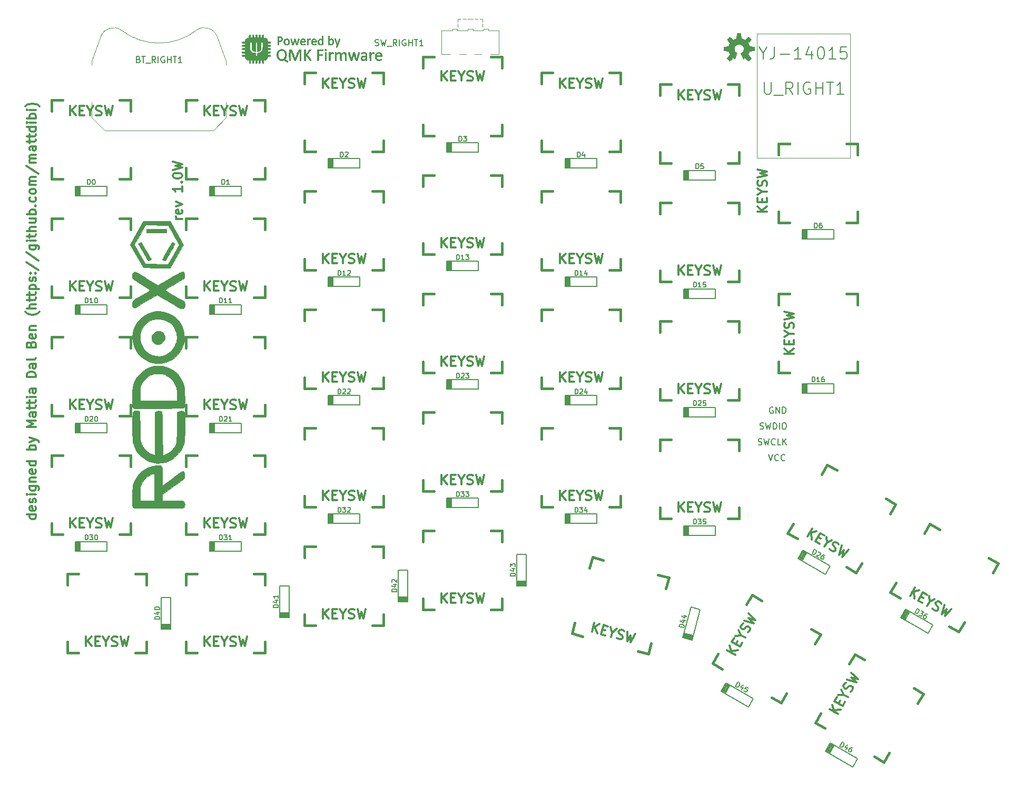
<source format=gto>
G04 #@! TF.GenerationSoftware,KiCad,Pcbnew,5.0.0-fee4fd1~66~ubuntu18.04.1*
G04 #@! TF.CreationDate,2018-08-26T10:56:49+02:00*
G04 #@! TF.ProjectId,redox_rev1,7265646F785F726576312E6B69636164,1.0*
G04 #@! TF.SameCoordinates,Original*
G04 #@! TF.FileFunction,Legend,Top*
G04 #@! TF.FilePolarity,Positive*
%FSLAX46Y46*%
G04 Gerber Fmt 4.6, Leading zero omitted, Abs format (unit mm)*
G04 Created by KiCad (PCBNEW 5.0.0-fee4fd1~66~ubuntu18.04.1) date Sun Aug 26 10:56:49 2018*
%MOMM*%
%LPD*%
G01*
G04 APERTURE LIST*
%ADD10C,0.200000*%
%ADD11C,0.300000*%
%ADD12C,0.100000*%
%ADD13C,0.150000*%
%ADD14C,0.010000*%
%ADD15C,0.381000*%
%ADD16C,0.120000*%
%ADD17C,0.152400*%
%ADD18C,0.304800*%
G04 APERTURE END LIST*
D10*
X200377238Y-117308380D02*
X200710571Y-118308380D01*
X201043904Y-117308380D01*
X201948666Y-118213142D02*
X201901047Y-118260761D01*
X201758190Y-118308380D01*
X201662952Y-118308380D01*
X201520095Y-118260761D01*
X201424857Y-118165523D01*
X201377238Y-118070285D01*
X201329619Y-117879809D01*
X201329619Y-117736952D01*
X201377238Y-117546476D01*
X201424857Y-117451238D01*
X201520095Y-117356000D01*
X201662952Y-117308380D01*
X201758190Y-117308380D01*
X201901047Y-117356000D01*
X201948666Y-117403619D01*
X202948666Y-118213142D02*
X202901047Y-118260761D01*
X202758190Y-118308380D01*
X202662952Y-118308380D01*
X202520095Y-118260761D01*
X202424857Y-118165523D01*
X202377238Y-118070285D01*
X202329619Y-117879809D01*
X202329619Y-117736952D01*
X202377238Y-117546476D01*
X202424857Y-117451238D01*
X202520095Y-117356000D01*
X202662952Y-117308380D01*
X202758190Y-117308380D01*
X202901047Y-117356000D01*
X202948666Y-117403619D01*
X198694476Y-115720761D02*
X198837333Y-115768380D01*
X199075428Y-115768380D01*
X199170666Y-115720761D01*
X199218285Y-115673142D01*
X199265904Y-115577904D01*
X199265904Y-115482666D01*
X199218285Y-115387428D01*
X199170666Y-115339809D01*
X199075428Y-115292190D01*
X198884952Y-115244571D01*
X198789714Y-115196952D01*
X198742095Y-115149333D01*
X198694476Y-115054095D01*
X198694476Y-114958857D01*
X198742095Y-114863619D01*
X198789714Y-114816000D01*
X198884952Y-114768380D01*
X199123047Y-114768380D01*
X199265904Y-114816000D01*
X199599238Y-114768380D02*
X199837333Y-115768380D01*
X200027809Y-115054095D01*
X200218285Y-115768380D01*
X200456380Y-114768380D01*
X201408761Y-115673142D02*
X201361142Y-115720761D01*
X201218285Y-115768380D01*
X201123047Y-115768380D01*
X200980190Y-115720761D01*
X200884952Y-115625523D01*
X200837333Y-115530285D01*
X200789714Y-115339809D01*
X200789714Y-115196952D01*
X200837333Y-115006476D01*
X200884952Y-114911238D01*
X200980190Y-114816000D01*
X201123047Y-114768380D01*
X201218285Y-114768380D01*
X201361142Y-114816000D01*
X201408761Y-114863619D01*
X202313523Y-115768380D02*
X201837333Y-115768380D01*
X201837333Y-114768380D01*
X202646857Y-115768380D02*
X202646857Y-114768380D01*
X203218285Y-115768380D02*
X202789714Y-115196952D01*
X203218285Y-114768380D02*
X202646857Y-115339809D01*
X198948476Y-113180761D02*
X199091333Y-113228380D01*
X199329428Y-113228380D01*
X199424666Y-113180761D01*
X199472285Y-113133142D01*
X199519904Y-113037904D01*
X199519904Y-112942666D01*
X199472285Y-112847428D01*
X199424666Y-112799809D01*
X199329428Y-112752190D01*
X199138952Y-112704571D01*
X199043714Y-112656952D01*
X198996095Y-112609333D01*
X198948476Y-112514095D01*
X198948476Y-112418857D01*
X198996095Y-112323619D01*
X199043714Y-112276000D01*
X199138952Y-112228380D01*
X199377047Y-112228380D01*
X199519904Y-112276000D01*
X199853238Y-112228380D02*
X200091333Y-113228380D01*
X200281809Y-112514095D01*
X200472285Y-113228380D01*
X200710380Y-112228380D01*
X201091333Y-113228380D02*
X201091333Y-112228380D01*
X201329428Y-112228380D01*
X201472285Y-112276000D01*
X201567523Y-112371238D01*
X201615142Y-112466476D01*
X201662761Y-112656952D01*
X201662761Y-112799809D01*
X201615142Y-112990285D01*
X201567523Y-113085523D01*
X201472285Y-113180761D01*
X201329428Y-113228380D01*
X201091333Y-113228380D01*
X202091333Y-113228380D02*
X202091333Y-112228380D01*
X202758000Y-112228380D02*
X202948476Y-112228380D01*
X203043714Y-112276000D01*
X203138952Y-112371238D01*
X203186571Y-112561714D01*
X203186571Y-112895047D01*
X203138952Y-113085523D01*
X203043714Y-113180761D01*
X202948476Y-113228380D01*
X202758000Y-113228380D01*
X202662761Y-113180761D01*
X202567523Y-113085523D01*
X202519904Y-112895047D01*
X202519904Y-112561714D01*
X202567523Y-112371238D01*
X202662761Y-112276000D01*
X202758000Y-112228380D01*
X201043904Y-109736000D02*
X200948666Y-109688380D01*
X200805809Y-109688380D01*
X200662952Y-109736000D01*
X200567714Y-109831238D01*
X200520095Y-109926476D01*
X200472476Y-110116952D01*
X200472476Y-110259809D01*
X200520095Y-110450285D01*
X200567714Y-110545523D01*
X200662952Y-110640761D01*
X200805809Y-110688380D01*
X200901047Y-110688380D01*
X201043904Y-110640761D01*
X201091523Y-110593142D01*
X201091523Y-110259809D01*
X200901047Y-110259809D01*
X201520095Y-110688380D02*
X201520095Y-109688380D01*
X202091523Y-110688380D01*
X202091523Y-109688380D01*
X202567714Y-110688380D02*
X202567714Y-109688380D01*
X202805809Y-109688380D01*
X202948666Y-109736000D01*
X203043904Y-109831238D01*
X203091523Y-109926476D01*
X203139142Y-110116952D01*
X203139142Y-110259809D01*
X203091523Y-110450285D01*
X203043904Y-110545523D01*
X202948666Y-110640761D01*
X202805809Y-110688380D01*
X202567714Y-110688380D01*
D11*
X106088571Y-79465714D02*
X105088571Y-79465714D01*
X105374285Y-79465714D02*
X105231428Y-79394285D01*
X105160000Y-79322857D01*
X105088571Y-79180000D01*
X105088571Y-79037142D01*
X106017142Y-77965714D02*
X106088571Y-78108571D01*
X106088571Y-78394285D01*
X106017142Y-78537142D01*
X105874285Y-78608571D01*
X105302857Y-78608571D01*
X105160000Y-78537142D01*
X105088571Y-78394285D01*
X105088571Y-78108571D01*
X105160000Y-77965714D01*
X105302857Y-77894285D01*
X105445714Y-77894285D01*
X105588571Y-78608571D01*
X105088571Y-77394285D02*
X106088571Y-77037142D01*
X105088571Y-76680000D01*
X106088571Y-74180000D02*
X106088571Y-75037142D01*
X106088571Y-74608571D02*
X104588571Y-74608571D01*
X104802857Y-74751428D01*
X104945714Y-74894285D01*
X105017142Y-75037142D01*
X105945714Y-73537142D02*
X106017142Y-73465714D01*
X106088571Y-73537142D01*
X106017142Y-73608571D01*
X105945714Y-73537142D01*
X106088571Y-73537142D01*
X104588571Y-72537142D02*
X104588571Y-72394285D01*
X104660000Y-72251428D01*
X104731428Y-72180000D01*
X104874285Y-72108571D01*
X105160000Y-72037142D01*
X105517142Y-72037142D01*
X105802857Y-72108571D01*
X105945714Y-72180000D01*
X106017142Y-72251428D01*
X106088571Y-72394285D01*
X106088571Y-72537142D01*
X106017142Y-72680000D01*
X105945714Y-72751428D01*
X105802857Y-72822857D01*
X105517142Y-72894285D01*
X105160000Y-72894285D01*
X104874285Y-72822857D01*
X104731428Y-72751428D01*
X104660000Y-72680000D01*
X104588571Y-72537142D01*
X104588571Y-71537142D02*
X106088571Y-71180000D01*
X105017142Y-70894285D01*
X106088571Y-70608571D01*
X104588571Y-70251428D01*
X82593571Y-126948285D02*
X81093571Y-126948285D01*
X82522142Y-126948285D02*
X82593571Y-127091142D01*
X82593571Y-127376857D01*
X82522142Y-127519714D01*
X82450714Y-127591142D01*
X82307857Y-127662571D01*
X81879285Y-127662571D01*
X81736428Y-127591142D01*
X81665000Y-127519714D01*
X81593571Y-127376857D01*
X81593571Y-127091142D01*
X81665000Y-126948285D01*
X82522142Y-125662571D02*
X82593571Y-125805428D01*
X82593571Y-126091142D01*
X82522142Y-126234000D01*
X82379285Y-126305428D01*
X81807857Y-126305428D01*
X81665000Y-126234000D01*
X81593571Y-126091142D01*
X81593571Y-125805428D01*
X81665000Y-125662571D01*
X81807857Y-125591142D01*
X81950714Y-125591142D01*
X82093571Y-126305428D01*
X82522142Y-125019714D02*
X82593571Y-124876857D01*
X82593571Y-124591142D01*
X82522142Y-124448285D01*
X82379285Y-124376857D01*
X82307857Y-124376857D01*
X82165000Y-124448285D01*
X82093571Y-124591142D01*
X82093571Y-124805428D01*
X82022142Y-124948285D01*
X81879285Y-125019714D01*
X81807857Y-125019714D01*
X81665000Y-124948285D01*
X81593571Y-124805428D01*
X81593571Y-124591142D01*
X81665000Y-124448285D01*
X82593571Y-123734000D02*
X81593571Y-123734000D01*
X81093571Y-123734000D02*
X81165000Y-123805428D01*
X81236428Y-123734000D01*
X81165000Y-123662571D01*
X81093571Y-123734000D01*
X81236428Y-123734000D01*
X81593571Y-122376857D02*
X82807857Y-122376857D01*
X82950714Y-122448285D01*
X83022142Y-122519714D01*
X83093571Y-122662571D01*
X83093571Y-122876857D01*
X83022142Y-123019714D01*
X82522142Y-122376857D02*
X82593571Y-122519714D01*
X82593571Y-122805428D01*
X82522142Y-122948285D01*
X82450714Y-123019714D01*
X82307857Y-123091142D01*
X81879285Y-123091142D01*
X81736428Y-123019714D01*
X81665000Y-122948285D01*
X81593571Y-122805428D01*
X81593571Y-122519714D01*
X81665000Y-122376857D01*
X81593571Y-121662571D02*
X82593571Y-121662571D01*
X81736428Y-121662571D02*
X81665000Y-121591142D01*
X81593571Y-121448285D01*
X81593571Y-121234000D01*
X81665000Y-121091142D01*
X81807857Y-121019714D01*
X82593571Y-121019714D01*
X82522142Y-119734000D02*
X82593571Y-119876857D01*
X82593571Y-120162571D01*
X82522142Y-120305428D01*
X82379285Y-120376857D01*
X81807857Y-120376857D01*
X81665000Y-120305428D01*
X81593571Y-120162571D01*
X81593571Y-119876857D01*
X81665000Y-119734000D01*
X81807857Y-119662571D01*
X81950714Y-119662571D01*
X82093571Y-120376857D01*
X82593571Y-118376857D02*
X81093571Y-118376857D01*
X82522142Y-118376857D02*
X82593571Y-118519714D01*
X82593571Y-118805428D01*
X82522142Y-118948285D01*
X82450714Y-119019714D01*
X82307857Y-119091142D01*
X81879285Y-119091142D01*
X81736428Y-119019714D01*
X81665000Y-118948285D01*
X81593571Y-118805428D01*
X81593571Y-118519714D01*
X81665000Y-118376857D01*
X82593571Y-116519714D02*
X81093571Y-116519714D01*
X81665000Y-116519714D02*
X81593571Y-116376857D01*
X81593571Y-116091142D01*
X81665000Y-115948285D01*
X81736428Y-115876857D01*
X81879285Y-115805428D01*
X82307857Y-115805428D01*
X82450714Y-115876857D01*
X82522142Y-115948285D01*
X82593571Y-116091142D01*
X82593571Y-116376857D01*
X82522142Y-116519714D01*
X81593571Y-115305428D02*
X82593571Y-114948285D01*
X81593571Y-114591142D02*
X82593571Y-114948285D01*
X82950714Y-115091142D01*
X83022142Y-115162571D01*
X83093571Y-115305428D01*
X82593571Y-112876857D02*
X81093571Y-112876857D01*
X82165000Y-112376857D01*
X81093571Y-111876857D01*
X82593571Y-111876857D01*
X82593571Y-110519714D02*
X81807857Y-110519714D01*
X81665000Y-110591142D01*
X81593571Y-110734000D01*
X81593571Y-111019714D01*
X81665000Y-111162571D01*
X82522142Y-110519714D02*
X82593571Y-110662571D01*
X82593571Y-111019714D01*
X82522142Y-111162571D01*
X82379285Y-111234000D01*
X82236428Y-111234000D01*
X82093571Y-111162571D01*
X82022142Y-111019714D01*
X82022142Y-110662571D01*
X81950714Y-110519714D01*
X81593571Y-110019714D02*
X81593571Y-109448285D01*
X81093571Y-109805428D02*
X82379285Y-109805428D01*
X82522142Y-109734000D01*
X82593571Y-109591142D01*
X82593571Y-109448285D01*
X81593571Y-109162571D02*
X81593571Y-108591142D01*
X81093571Y-108948285D02*
X82379285Y-108948285D01*
X82522142Y-108876857D01*
X82593571Y-108734000D01*
X82593571Y-108591142D01*
X82593571Y-108091142D02*
X81593571Y-108091142D01*
X81093571Y-108091142D02*
X81165000Y-108162571D01*
X81236428Y-108091142D01*
X81165000Y-108019714D01*
X81093571Y-108091142D01*
X81236428Y-108091142D01*
X82593571Y-106734000D02*
X81807857Y-106734000D01*
X81665000Y-106805428D01*
X81593571Y-106948285D01*
X81593571Y-107234000D01*
X81665000Y-107376857D01*
X82522142Y-106734000D02*
X82593571Y-106876857D01*
X82593571Y-107234000D01*
X82522142Y-107376857D01*
X82379285Y-107448285D01*
X82236428Y-107448285D01*
X82093571Y-107376857D01*
X82022142Y-107234000D01*
X82022142Y-106876857D01*
X81950714Y-106734000D01*
X82593571Y-104876857D02*
X81093571Y-104876857D01*
X81093571Y-104519714D01*
X81165000Y-104305428D01*
X81307857Y-104162571D01*
X81450714Y-104091142D01*
X81736428Y-104019714D01*
X81950714Y-104019714D01*
X82236428Y-104091142D01*
X82379285Y-104162571D01*
X82522142Y-104305428D01*
X82593571Y-104519714D01*
X82593571Y-104876857D01*
X82593571Y-102734000D02*
X81807857Y-102734000D01*
X81665000Y-102805428D01*
X81593571Y-102948285D01*
X81593571Y-103234000D01*
X81665000Y-103376857D01*
X82522142Y-102734000D02*
X82593571Y-102876857D01*
X82593571Y-103234000D01*
X82522142Y-103376857D01*
X82379285Y-103448285D01*
X82236428Y-103448285D01*
X82093571Y-103376857D01*
X82022142Y-103234000D01*
X82022142Y-102876857D01*
X81950714Y-102734000D01*
X82593571Y-101805428D02*
X82522142Y-101948285D01*
X82379285Y-102019714D01*
X81093571Y-102019714D01*
X81807857Y-99591142D02*
X81879285Y-99376857D01*
X81950714Y-99305428D01*
X82093571Y-99234000D01*
X82307857Y-99234000D01*
X82450714Y-99305428D01*
X82522142Y-99376857D01*
X82593571Y-99519714D01*
X82593571Y-100091142D01*
X81093571Y-100091142D01*
X81093571Y-99591142D01*
X81165000Y-99448285D01*
X81236428Y-99376857D01*
X81379285Y-99305428D01*
X81522142Y-99305428D01*
X81665000Y-99376857D01*
X81736428Y-99448285D01*
X81807857Y-99591142D01*
X81807857Y-100091142D01*
X82522142Y-98019714D02*
X82593571Y-98162571D01*
X82593571Y-98448285D01*
X82522142Y-98591142D01*
X82379285Y-98662571D01*
X81807857Y-98662571D01*
X81665000Y-98591142D01*
X81593571Y-98448285D01*
X81593571Y-98162571D01*
X81665000Y-98019714D01*
X81807857Y-97948285D01*
X81950714Y-97948285D01*
X82093571Y-98662571D01*
X81593571Y-97305428D02*
X82593571Y-97305428D01*
X81736428Y-97305428D02*
X81665000Y-97234000D01*
X81593571Y-97091142D01*
X81593571Y-96876857D01*
X81665000Y-96734000D01*
X81807857Y-96662571D01*
X82593571Y-96662571D01*
X83165000Y-94376857D02*
X83093571Y-94448285D01*
X82879285Y-94591142D01*
X82736428Y-94662571D01*
X82522142Y-94734000D01*
X82165000Y-94805428D01*
X81879285Y-94805428D01*
X81522142Y-94734000D01*
X81307857Y-94662571D01*
X81165000Y-94591142D01*
X80950714Y-94448285D01*
X80879285Y-94376857D01*
X82593571Y-93805428D02*
X81093571Y-93805428D01*
X82593571Y-93162571D02*
X81807857Y-93162571D01*
X81665000Y-93234000D01*
X81593571Y-93376857D01*
X81593571Y-93591142D01*
X81665000Y-93734000D01*
X81736428Y-93805428D01*
X81593571Y-92662571D02*
X81593571Y-92091142D01*
X81093571Y-92448285D02*
X82379285Y-92448285D01*
X82522142Y-92376857D01*
X82593571Y-92234000D01*
X82593571Y-92091142D01*
X81593571Y-91805428D02*
X81593571Y-91234000D01*
X81093571Y-91591142D02*
X82379285Y-91591142D01*
X82522142Y-91519714D01*
X82593571Y-91376857D01*
X82593571Y-91234000D01*
X81593571Y-90734000D02*
X83093571Y-90734000D01*
X81665000Y-90734000D02*
X81593571Y-90591142D01*
X81593571Y-90305428D01*
X81665000Y-90162571D01*
X81736428Y-90091142D01*
X81879285Y-90019714D01*
X82307857Y-90019714D01*
X82450714Y-90091142D01*
X82522142Y-90162571D01*
X82593571Y-90305428D01*
X82593571Y-90591142D01*
X82522142Y-90734000D01*
X82522142Y-89448285D02*
X82593571Y-89305428D01*
X82593571Y-89019714D01*
X82522142Y-88876857D01*
X82379285Y-88805428D01*
X82307857Y-88805428D01*
X82165000Y-88876857D01*
X82093571Y-89019714D01*
X82093571Y-89234000D01*
X82022142Y-89376857D01*
X81879285Y-89448285D01*
X81807857Y-89448285D01*
X81665000Y-89376857D01*
X81593571Y-89234000D01*
X81593571Y-89019714D01*
X81665000Y-88876857D01*
X82450714Y-88162571D02*
X82522142Y-88091142D01*
X82593571Y-88162571D01*
X82522142Y-88234000D01*
X82450714Y-88162571D01*
X82593571Y-88162571D01*
X81665000Y-88162571D02*
X81736428Y-88091142D01*
X81807857Y-88162571D01*
X81736428Y-88234000D01*
X81665000Y-88162571D01*
X81807857Y-88162571D01*
X81022142Y-86376857D02*
X82950714Y-87662571D01*
X81022142Y-84805428D02*
X82950714Y-86091142D01*
X81593571Y-83662571D02*
X82807857Y-83662571D01*
X82950714Y-83733999D01*
X83022142Y-83805428D01*
X83093571Y-83948285D01*
X83093571Y-84162571D01*
X83022142Y-84305428D01*
X82522142Y-83662571D02*
X82593571Y-83805428D01*
X82593571Y-84091142D01*
X82522142Y-84233999D01*
X82450714Y-84305428D01*
X82307857Y-84376857D01*
X81879285Y-84376857D01*
X81736428Y-84305428D01*
X81665000Y-84233999D01*
X81593571Y-84091142D01*
X81593571Y-83805428D01*
X81665000Y-83662571D01*
X82593571Y-82948285D02*
X81593571Y-82948285D01*
X81093571Y-82948285D02*
X81165000Y-83019714D01*
X81236428Y-82948285D01*
X81165000Y-82876857D01*
X81093571Y-82948285D01*
X81236428Y-82948285D01*
X81593571Y-82448285D02*
X81593571Y-81876857D01*
X81093571Y-82233999D02*
X82379285Y-82233999D01*
X82522142Y-82162571D01*
X82593571Y-82019714D01*
X82593571Y-81876857D01*
X82593571Y-81376857D02*
X81093571Y-81376857D01*
X82593571Y-80733999D02*
X81807857Y-80733999D01*
X81665000Y-80805428D01*
X81593571Y-80948285D01*
X81593571Y-81162571D01*
X81665000Y-81305428D01*
X81736428Y-81376857D01*
X81593571Y-79376857D02*
X82593571Y-79376857D01*
X81593571Y-80019714D02*
X82379285Y-80019714D01*
X82522142Y-79948285D01*
X82593571Y-79805428D01*
X82593571Y-79591142D01*
X82522142Y-79448285D01*
X82450714Y-79376857D01*
X82593571Y-78662571D02*
X81093571Y-78662571D01*
X81665000Y-78662571D02*
X81593571Y-78519714D01*
X81593571Y-78233999D01*
X81665000Y-78091142D01*
X81736428Y-78019714D01*
X81879285Y-77948285D01*
X82307857Y-77948285D01*
X82450714Y-78019714D01*
X82522142Y-78091142D01*
X82593571Y-78233999D01*
X82593571Y-78519714D01*
X82522142Y-78662571D01*
X82450714Y-77305428D02*
X82522142Y-77233999D01*
X82593571Y-77305428D01*
X82522142Y-77376857D01*
X82450714Y-77305428D01*
X82593571Y-77305428D01*
X82522142Y-75948285D02*
X82593571Y-76091142D01*
X82593571Y-76376857D01*
X82522142Y-76519714D01*
X82450714Y-76591142D01*
X82307857Y-76662571D01*
X81879285Y-76662571D01*
X81736428Y-76591142D01*
X81665000Y-76519714D01*
X81593571Y-76376857D01*
X81593571Y-76091142D01*
X81665000Y-75948285D01*
X82593571Y-75091142D02*
X82522142Y-75233999D01*
X82450714Y-75305428D01*
X82307857Y-75376857D01*
X81879285Y-75376857D01*
X81736428Y-75305428D01*
X81665000Y-75233999D01*
X81593571Y-75091142D01*
X81593571Y-74876857D01*
X81665000Y-74733999D01*
X81736428Y-74662571D01*
X81879285Y-74591142D01*
X82307857Y-74591142D01*
X82450714Y-74662571D01*
X82522142Y-74733999D01*
X82593571Y-74876857D01*
X82593571Y-75091142D01*
X82593571Y-73948285D02*
X81593571Y-73948285D01*
X81736428Y-73948285D02*
X81665000Y-73876857D01*
X81593571Y-73733999D01*
X81593571Y-73519714D01*
X81665000Y-73376857D01*
X81807857Y-73305428D01*
X82593571Y-73305428D01*
X81807857Y-73305428D02*
X81665000Y-73233999D01*
X81593571Y-73091142D01*
X81593571Y-72876857D01*
X81665000Y-72733999D01*
X81807857Y-72662571D01*
X82593571Y-72662571D01*
X81022142Y-70876857D02*
X82950714Y-72162571D01*
X82593571Y-70376857D02*
X81593571Y-70376857D01*
X81736428Y-70376857D02*
X81665000Y-70305428D01*
X81593571Y-70162571D01*
X81593571Y-69948285D01*
X81665000Y-69805428D01*
X81807857Y-69733999D01*
X82593571Y-69733999D01*
X81807857Y-69733999D02*
X81665000Y-69662571D01*
X81593571Y-69519714D01*
X81593571Y-69305428D01*
X81665000Y-69162571D01*
X81807857Y-69091142D01*
X82593571Y-69091142D01*
X82593571Y-67733999D02*
X81807857Y-67733999D01*
X81665000Y-67805428D01*
X81593571Y-67948285D01*
X81593571Y-68233999D01*
X81665000Y-68376857D01*
X82522142Y-67733999D02*
X82593571Y-67876857D01*
X82593571Y-68233999D01*
X82522142Y-68376857D01*
X82379285Y-68448285D01*
X82236428Y-68448285D01*
X82093571Y-68376857D01*
X82022142Y-68233999D01*
X82022142Y-67876857D01*
X81950714Y-67733999D01*
X81593571Y-67233999D02*
X81593571Y-66662571D01*
X81093571Y-67019714D02*
X82379285Y-67019714D01*
X82522142Y-66948285D01*
X82593571Y-66805428D01*
X82593571Y-66662571D01*
X81593571Y-66376857D02*
X81593571Y-65805428D01*
X81093571Y-66162571D02*
X82379285Y-66162571D01*
X82522142Y-66091142D01*
X82593571Y-65948285D01*
X82593571Y-65805428D01*
X82593571Y-64662571D02*
X81093571Y-64662571D01*
X82522142Y-64662571D02*
X82593571Y-64805428D01*
X82593571Y-65091142D01*
X82522142Y-65233999D01*
X82450714Y-65305428D01*
X82307857Y-65376857D01*
X81879285Y-65376857D01*
X81736428Y-65305428D01*
X81665000Y-65233999D01*
X81593571Y-65091142D01*
X81593571Y-64805428D01*
X81665000Y-64662571D01*
X82593571Y-63948285D02*
X81593571Y-63948285D01*
X81093571Y-63948285D02*
X81165000Y-64019714D01*
X81236428Y-63948285D01*
X81165000Y-63876857D01*
X81093571Y-63948285D01*
X81236428Y-63948285D01*
X82593571Y-63233999D02*
X81093571Y-63233999D01*
X81665000Y-63233999D02*
X81593571Y-63091142D01*
X81593571Y-62805428D01*
X81665000Y-62662571D01*
X81736428Y-62591142D01*
X81879285Y-62519714D01*
X82307857Y-62519714D01*
X82450714Y-62591142D01*
X82522142Y-62662571D01*
X82593571Y-62805428D01*
X82593571Y-63091142D01*
X82522142Y-63233999D01*
X82593571Y-61876857D02*
X81593571Y-61876857D01*
X81093571Y-61876857D02*
X81165000Y-61948285D01*
X81236428Y-61876857D01*
X81165000Y-61805428D01*
X81093571Y-61876857D01*
X81236428Y-61876857D01*
X83165000Y-61305428D02*
X83093571Y-61233999D01*
X82879285Y-61091142D01*
X82736428Y-61019714D01*
X82522142Y-60948285D01*
X82165000Y-60876857D01*
X81879285Y-60876857D01*
X81522142Y-60948285D01*
X81307857Y-61019714D01*
X81165000Y-61091142D01*
X80950714Y-61233999D01*
X80879285Y-61305428D01*
D12*
G04 #@! TO.C,U_RIGHT1*
X198495920Y-49596040D02*
X198495920Y-69596000D01*
X213492080Y-49596040D02*
X198495920Y-49596040D01*
X213492080Y-69596000D02*
X213492080Y-49596040D01*
X198495920Y-69596000D02*
X213492080Y-69596000D01*
D13*
G04 #@! TO.C,D0*
X89662000Y-74168000D02*
X89662000Y-75692000D01*
X89535000Y-74168000D02*
X89535000Y-75692000D01*
X89408000Y-75692000D02*
X89408000Y-74168000D01*
X89027000Y-74168000D02*
X89027000Y-75692000D01*
X89154000Y-75692000D02*
X89154000Y-74168000D01*
X89281000Y-74168000D02*
X89281000Y-75692000D01*
X93980000Y-74168000D02*
X93472000Y-74168000D01*
X93980000Y-75692000D02*
X93980000Y-74168000D01*
X88900000Y-75692000D02*
X93980000Y-75692000D01*
X88900000Y-74168000D02*
X88900000Y-75692000D01*
X93980000Y-74168000D02*
X88900000Y-74168000D01*
G04 #@! TO.C,D1*
X111252000Y-74168000D02*
X111252000Y-75692000D01*
X111125000Y-74168000D02*
X111125000Y-75692000D01*
X110998000Y-75692000D02*
X110998000Y-74168000D01*
X110617000Y-74168000D02*
X110617000Y-75692000D01*
X110744000Y-75692000D02*
X110744000Y-74168000D01*
X110871000Y-74168000D02*
X110871000Y-75692000D01*
X115570000Y-74168000D02*
X115062000Y-74168000D01*
X115570000Y-75692000D02*
X115570000Y-74168000D01*
X110490000Y-75692000D02*
X115570000Y-75692000D01*
X110490000Y-74168000D02*
X110490000Y-75692000D01*
X115570000Y-74168000D02*
X110490000Y-74168000D01*
G04 #@! TO.C,D2*
X130302000Y-69723000D02*
X130302000Y-71247000D01*
X130175000Y-69723000D02*
X130175000Y-71247000D01*
X130048000Y-71247000D02*
X130048000Y-69723000D01*
X129667000Y-69723000D02*
X129667000Y-71247000D01*
X129794000Y-71247000D02*
X129794000Y-69723000D01*
X129921000Y-69723000D02*
X129921000Y-71247000D01*
X134620000Y-69723000D02*
X134112000Y-69723000D01*
X134620000Y-71247000D02*
X134620000Y-69723000D01*
X129540000Y-71247000D02*
X134620000Y-71247000D01*
X129540000Y-69723000D02*
X129540000Y-71247000D01*
X134620000Y-69723000D02*
X129540000Y-69723000D01*
G04 #@! TO.C,D3*
X149352000Y-67183000D02*
X149352000Y-68707000D01*
X149225000Y-67183000D02*
X149225000Y-68707000D01*
X149098000Y-68707000D02*
X149098000Y-67183000D01*
X148717000Y-67183000D02*
X148717000Y-68707000D01*
X148844000Y-68707000D02*
X148844000Y-67183000D01*
X148971000Y-67183000D02*
X148971000Y-68707000D01*
X153670000Y-67183000D02*
X153162000Y-67183000D01*
X153670000Y-68707000D02*
X153670000Y-67183000D01*
X148590000Y-68707000D02*
X153670000Y-68707000D01*
X148590000Y-67183000D02*
X148590000Y-68707000D01*
X153670000Y-67183000D02*
X148590000Y-67183000D01*
G04 #@! TO.C,D4*
X168402000Y-69723000D02*
X168402000Y-71247000D01*
X168275000Y-69723000D02*
X168275000Y-71247000D01*
X168148000Y-71247000D02*
X168148000Y-69723000D01*
X167767000Y-69723000D02*
X167767000Y-71247000D01*
X167894000Y-71247000D02*
X167894000Y-69723000D01*
X168021000Y-69723000D02*
X168021000Y-71247000D01*
X172720000Y-69723000D02*
X172212000Y-69723000D01*
X172720000Y-71247000D02*
X172720000Y-69723000D01*
X167640000Y-71247000D02*
X172720000Y-71247000D01*
X167640000Y-69723000D02*
X167640000Y-71247000D01*
X172720000Y-69723000D02*
X167640000Y-69723000D01*
G04 #@! TO.C,D5*
X187452000Y-71628000D02*
X187452000Y-73152000D01*
X187325000Y-71628000D02*
X187325000Y-73152000D01*
X187198000Y-73152000D02*
X187198000Y-71628000D01*
X186817000Y-71628000D02*
X186817000Y-73152000D01*
X186944000Y-73152000D02*
X186944000Y-71628000D01*
X187071000Y-71628000D02*
X187071000Y-73152000D01*
X191770000Y-71628000D02*
X191262000Y-71628000D01*
X191770000Y-73152000D02*
X191770000Y-71628000D01*
X186690000Y-73152000D02*
X191770000Y-73152000D01*
X186690000Y-71628000D02*
X186690000Y-73152000D01*
X191770000Y-71628000D02*
X186690000Y-71628000D01*
G04 #@! TO.C,D6*
X206502000Y-81153000D02*
X206502000Y-82677000D01*
X206375000Y-81153000D02*
X206375000Y-82677000D01*
X206248000Y-82677000D02*
X206248000Y-81153000D01*
X205867000Y-81153000D02*
X205867000Y-82677000D01*
X205994000Y-82677000D02*
X205994000Y-81153000D01*
X206121000Y-81153000D02*
X206121000Y-82677000D01*
X210820000Y-81153000D02*
X210312000Y-81153000D01*
X210820000Y-82677000D02*
X210820000Y-81153000D01*
X205740000Y-82677000D02*
X210820000Y-82677000D01*
X205740000Y-81153000D02*
X205740000Y-82677000D01*
X210820000Y-81153000D02*
X205740000Y-81153000D01*
G04 #@! TO.C,D10*
X89662000Y-93218000D02*
X89662000Y-94742000D01*
X89535000Y-93218000D02*
X89535000Y-94742000D01*
X89408000Y-94742000D02*
X89408000Y-93218000D01*
X89027000Y-93218000D02*
X89027000Y-94742000D01*
X89154000Y-94742000D02*
X89154000Y-93218000D01*
X89281000Y-93218000D02*
X89281000Y-94742000D01*
X93980000Y-93218000D02*
X93472000Y-93218000D01*
X93980000Y-94742000D02*
X93980000Y-93218000D01*
X88900000Y-94742000D02*
X93980000Y-94742000D01*
X88900000Y-93218000D02*
X88900000Y-94742000D01*
X93980000Y-93218000D02*
X88900000Y-93218000D01*
G04 #@! TO.C,D11*
X111252000Y-93218000D02*
X111252000Y-94742000D01*
X111125000Y-93218000D02*
X111125000Y-94742000D01*
X110998000Y-94742000D02*
X110998000Y-93218000D01*
X110617000Y-93218000D02*
X110617000Y-94742000D01*
X110744000Y-94742000D02*
X110744000Y-93218000D01*
X110871000Y-93218000D02*
X110871000Y-94742000D01*
X115570000Y-93218000D02*
X115062000Y-93218000D01*
X115570000Y-94742000D02*
X115570000Y-93218000D01*
X110490000Y-94742000D02*
X115570000Y-94742000D01*
X110490000Y-93218000D02*
X110490000Y-94742000D01*
X115570000Y-93218000D02*
X110490000Y-93218000D01*
G04 #@! TO.C,D12*
X130302000Y-88773000D02*
X130302000Y-90297000D01*
X130175000Y-88773000D02*
X130175000Y-90297000D01*
X130048000Y-90297000D02*
X130048000Y-88773000D01*
X129667000Y-88773000D02*
X129667000Y-90297000D01*
X129794000Y-90297000D02*
X129794000Y-88773000D01*
X129921000Y-88773000D02*
X129921000Y-90297000D01*
X134620000Y-88773000D02*
X134112000Y-88773000D01*
X134620000Y-90297000D02*
X134620000Y-88773000D01*
X129540000Y-90297000D02*
X134620000Y-90297000D01*
X129540000Y-88773000D02*
X129540000Y-90297000D01*
X134620000Y-88773000D02*
X129540000Y-88773000D01*
G04 #@! TO.C,D13*
X149352000Y-86233000D02*
X149352000Y-87757000D01*
X149225000Y-86233000D02*
X149225000Y-87757000D01*
X149098000Y-87757000D02*
X149098000Y-86233000D01*
X148717000Y-86233000D02*
X148717000Y-87757000D01*
X148844000Y-87757000D02*
X148844000Y-86233000D01*
X148971000Y-86233000D02*
X148971000Y-87757000D01*
X153670000Y-86233000D02*
X153162000Y-86233000D01*
X153670000Y-87757000D02*
X153670000Y-86233000D01*
X148590000Y-87757000D02*
X153670000Y-87757000D01*
X148590000Y-86233000D02*
X148590000Y-87757000D01*
X153670000Y-86233000D02*
X148590000Y-86233000D01*
G04 #@! TO.C,D14*
X168402000Y-88773000D02*
X168402000Y-90297000D01*
X168275000Y-88773000D02*
X168275000Y-90297000D01*
X168148000Y-90297000D02*
X168148000Y-88773000D01*
X167767000Y-88773000D02*
X167767000Y-90297000D01*
X167894000Y-90297000D02*
X167894000Y-88773000D01*
X168021000Y-88773000D02*
X168021000Y-90297000D01*
X172720000Y-88773000D02*
X172212000Y-88773000D01*
X172720000Y-90297000D02*
X172720000Y-88773000D01*
X167640000Y-90297000D02*
X172720000Y-90297000D01*
X167640000Y-88773000D02*
X167640000Y-90297000D01*
X172720000Y-88773000D02*
X167640000Y-88773000D01*
G04 #@! TO.C,D15*
X187452000Y-90678000D02*
X187452000Y-92202000D01*
X187325000Y-90678000D02*
X187325000Y-92202000D01*
X187198000Y-92202000D02*
X187198000Y-90678000D01*
X186817000Y-90678000D02*
X186817000Y-92202000D01*
X186944000Y-92202000D02*
X186944000Y-90678000D01*
X187071000Y-90678000D02*
X187071000Y-92202000D01*
X191770000Y-90678000D02*
X191262000Y-90678000D01*
X191770000Y-92202000D02*
X191770000Y-90678000D01*
X186690000Y-92202000D02*
X191770000Y-92202000D01*
X186690000Y-90678000D02*
X186690000Y-92202000D01*
X191770000Y-90678000D02*
X186690000Y-90678000D01*
G04 #@! TO.C,D16*
X206502000Y-105918000D02*
X206502000Y-107442000D01*
X206375000Y-105918000D02*
X206375000Y-107442000D01*
X206248000Y-107442000D02*
X206248000Y-105918000D01*
X205867000Y-105918000D02*
X205867000Y-107442000D01*
X205994000Y-107442000D02*
X205994000Y-105918000D01*
X206121000Y-105918000D02*
X206121000Y-107442000D01*
X210820000Y-105918000D02*
X210312000Y-105918000D01*
X210820000Y-107442000D02*
X210820000Y-105918000D01*
X205740000Y-107442000D02*
X210820000Y-107442000D01*
X205740000Y-105918000D02*
X205740000Y-107442000D01*
X210820000Y-105918000D02*
X205740000Y-105918000D01*
G04 #@! TO.C,D20*
X89662000Y-112268000D02*
X89662000Y-113792000D01*
X89535000Y-112268000D02*
X89535000Y-113792000D01*
X89408000Y-113792000D02*
X89408000Y-112268000D01*
X89027000Y-112268000D02*
X89027000Y-113792000D01*
X89154000Y-113792000D02*
X89154000Y-112268000D01*
X89281000Y-112268000D02*
X89281000Y-113792000D01*
X93980000Y-112268000D02*
X93472000Y-112268000D01*
X93980000Y-113792000D02*
X93980000Y-112268000D01*
X88900000Y-113792000D02*
X93980000Y-113792000D01*
X88900000Y-112268000D02*
X88900000Y-113792000D01*
X93980000Y-112268000D02*
X88900000Y-112268000D01*
G04 #@! TO.C,D21*
X111252000Y-112268000D02*
X111252000Y-113792000D01*
X111125000Y-112268000D02*
X111125000Y-113792000D01*
X110998000Y-113792000D02*
X110998000Y-112268000D01*
X110617000Y-112268000D02*
X110617000Y-113792000D01*
X110744000Y-113792000D02*
X110744000Y-112268000D01*
X110871000Y-112268000D02*
X110871000Y-113792000D01*
X115570000Y-112268000D02*
X115062000Y-112268000D01*
X115570000Y-113792000D02*
X115570000Y-112268000D01*
X110490000Y-113792000D02*
X115570000Y-113792000D01*
X110490000Y-112268000D02*
X110490000Y-113792000D01*
X115570000Y-112268000D02*
X110490000Y-112268000D01*
G04 #@! TO.C,D22*
X130302000Y-107823000D02*
X130302000Y-109347000D01*
X130175000Y-107823000D02*
X130175000Y-109347000D01*
X130048000Y-109347000D02*
X130048000Y-107823000D01*
X129667000Y-107823000D02*
X129667000Y-109347000D01*
X129794000Y-109347000D02*
X129794000Y-107823000D01*
X129921000Y-107823000D02*
X129921000Y-109347000D01*
X134620000Y-107823000D02*
X134112000Y-107823000D01*
X134620000Y-109347000D02*
X134620000Y-107823000D01*
X129540000Y-109347000D02*
X134620000Y-109347000D01*
X129540000Y-107823000D02*
X129540000Y-109347000D01*
X134620000Y-107823000D02*
X129540000Y-107823000D01*
G04 #@! TO.C,D23*
X149352000Y-105283000D02*
X149352000Y-106807000D01*
X149225000Y-105283000D02*
X149225000Y-106807000D01*
X149098000Y-106807000D02*
X149098000Y-105283000D01*
X148717000Y-105283000D02*
X148717000Y-106807000D01*
X148844000Y-106807000D02*
X148844000Y-105283000D01*
X148971000Y-105283000D02*
X148971000Y-106807000D01*
X153670000Y-105283000D02*
X153162000Y-105283000D01*
X153670000Y-106807000D02*
X153670000Y-105283000D01*
X148590000Y-106807000D02*
X153670000Y-106807000D01*
X148590000Y-105283000D02*
X148590000Y-106807000D01*
X153670000Y-105283000D02*
X148590000Y-105283000D01*
G04 #@! TO.C,D24*
X168402000Y-107823000D02*
X168402000Y-109347000D01*
X168275000Y-107823000D02*
X168275000Y-109347000D01*
X168148000Y-109347000D02*
X168148000Y-107823000D01*
X167767000Y-107823000D02*
X167767000Y-109347000D01*
X167894000Y-109347000D02*
X167894000Y-107823000D01*
X168021000Y-107823000D02*
X168021000Y-109347000D01*
X172720000Y-107823000D02*
X172212000Y-107823000D01*
X172720000Y-109347000D02*
X172720000Y-107823000D01*
X167640000Y-109347000D02*
X172720000Y-109347000D01*
X167640000Y-107823000D02*
X167640000Y-109347000D01*
X172720000Y-107823000D02*
X167640000Y-107823000D01*
G04 #@! TO.C,D25*
X187452000Y-109728000D02*
X187452000Y-111252000D01*
X187325000Y-109728000D02*
X187325000Y-111252000D01*
X187198000Y-111252000D02*
X187198000Y-109728000D01*
X186817000Y-109728000D02*
X186817000Y-111252000D01*
X186944000Y-111252000D02*
X186944000Y-109728000D01*
X187071000Y-109728000D02*
X187071000Y-111252000D01*
X191770000Y-109728000D02*
X191262000Y-109728000D01*
X191770000Y-111252000D02*
X191770000Y-109728000D01*
X186690000Y-111252000D02*
X191770000Y-111252000D01*
X186690000Y-109728000D02*
X186690000Y-111252000D01*
X191770000Y-109728000D02*
X186690000Y-109728000D01*
G04 #@! TO.C,D26*
X206486207Y-133071089D02*
X205724207Y-134390911D01*
X206376222Y-133007589D02*
X205614222Y-134327411D01*
X205504236Y-134263911D02*
X206266236Y-132944089D01*
X205936281Y-132753589D02*
X205174281Y-134073411D01*
X205284266Y-134136911D02*
X206046266Y-132817089D01*
X206156251Y-132880589D02*
X205394251Y-134200411D01*
X210225705Y-135230089D02*
X209785764Y-134976089D01*
X209463705Y-136549911D02*
X210225705Y-135230089D01*
X205064295Y-134009911D02*
X209463705Y-136549911D01*
X205826295Y-132690089D02*
X205064295Y-134009911D01*
X210225705Y-135230089D02*
X205826295Y-132690089D01*
G04 #@! TO.C,D30*
X89662000Y-131318000D02*
X89662000Y-132842000D01*
X89535000Y-131318000D02*
X89535000Y-132842000D01*
X89408000Y-132842000D02*
X89408000Y-131318000D01*
X89027000Y-131318000D02*
X89027000Y-132842000D01*
X89154000Y-132842000D02*
X89154000Y-131318000D01*
X89281000Y-131318000D02*
X89281000Y-132842000D01*
X93980000Y-131318000D02*
X93472000Y-131318000D01*
X93980000Y-132842000D02*
X93980000Y-131318000D01*
X88900000Y-132842000D02*
X93980000Y-132842000D01*
X88900000Y-131318000D02*
X88900000Y-132842000D01*
X93980000Y-131318000D02*
X88900000Y-131318000D01*
G04 #@! TO.C,D31*
X111252000Y-131318000D02*
X111252000Y-132842000D01*
X111125000Y-131318000D02*
X111125000Y-132842000D01*
X110998000Y-132842000D02*
X110998000Y-131318000D01*
X110617000Y-131318000D02*
X110617000Y-132842000D01*
X110744000Y-132842000D02*
X110744000Y-131318000D01*
X110871000Y-131318000D02*
X110871000Y-132842000D01*
X115570000Y-131318000D02*
X115062000Y-131318000D01*
X115570000Y-132842000D02*
X115570000Y-131318000D01*
X110490000Y-132842000D02*
X115570000Y-132842000D01*
X110490000Y-131318000D02*
X110490000Y-132842000D01*
X115570000Y-131318000D02*
X110490000Y-131318000D01*
G04 #@! TO.C,D32*
X130302000Y-126873000D02*
X130302000Y-128397000D01*
X130175000Y-126873000D02*
X130175000Y-128397000D01*
X130048000Y-128397000D02*
X130048000Y-126873000D01*
X129667000Y-126873000D02*
X129667000Y-128397000D01*
X129794000Y-128397000D02*
X129794000Y-126873000D01*
X129921000Y-126873000D02*
X129921000Y-128397000D01*
X134620000Y-126873000D02*
X134112000Y-126873000D01*
X134620000Y-128397000D02*
X134620000Y-126873000D01*
X129540000Y-128397000D02*
X134620000Y-128397000D01*
X129540000Y-126873000D02*
X129540000Y-128397000D01*
X134620000Y-126873000D02*
X129540000Y-126873000D01*
G04 #@! TO.C,D33*
X149352000Y-124333000D02*
X149352000Y-125857000D01*
X149225000Y-124333000D02*
X149225000Y-125857000D01*
X149098000Y-125857000D02*
X149098000Y-124333000D01*
X148717000Y-124333000D02*
X148717000Y-125857000D01*
X148844000Y-125857000D02*
X148844000Y-124333000D01*
X148971000Y-124333000D02*
X148971000Y-125857000D01*
X153670000Y-124333000D02*
X153162000Y-124333000D01*
X153670000Y-125857000D02*
X153670000Y-124333000D01*
X148590000Y-125857000D02*
X153670000Y-125857000D01*
X148590000Y-124333000D02*
X148590000Y-125857000D01*
X153670000Y-124333000D02*
X148590000Y-124333000D01*
G04 #@! TO.C,D34*
X168402000Y-126873000D02*
X168402000Y-128397000D01*
X168275000Y-126873000D02*
X168275000Y-128397000D01*
X168148000Y-128397000D02*
X168148000Y-126873000D01*
X167767000Y-126873000D02*
X167767000Y-128397000D01*
X167894000Y-128397000D02*
X167894000Y-126873000D01*
X168021000Y-126873000D02*
X168021000Y-128397000D01*
X172720000Y-126873000D02*
X172212000Y-126873000D01*
X172720000Y-128397000D02*
X172720000Y-126873000D01*
X167640000Y-128397000D02*
X172720000Y-128397000D01*
X167640000Y-126873000D02*
X167640000Y-128397000D01*
X172720000Y-126873000D02*
X167640000Y-126873000D01*
G04 #@! TO.C,D35*
X187452000Y-128778000D02*
X187452000Y-130302000D01*
X187325000Y-128778000D02*
X187325000Y-130302000D01*
X187198000Y-130302000D02*
X187198000Y-128778000D01*
X186817000Y-128778000D02*
X186817000Y-130302000D01*
X186944000Y-130302000D02*
X186944000Y-128778000D01*
X187071000Y-128778000D02*
X187071000Y-130302000D01*
X191770000Y-128778000D02*
X191262000Y-128778000D01*
X191770000Y-130302000D02*
X191770000Y-128778000D01*
X186690000Y-130302000D02*
X191770000Y-130302000D01*
X186690000Y-128778000D02*
X186690000Y-130302000D01*
X191770000Y-128778000D02*
X186690000Y-128778000D01*
G04 #@! TO.C,D36*
X222996207Y-142596089D02*
X222234207Y-143915911D01*
X222886222Y-142532589D02*
X222124222Y-143852411D01*
X222014236Y-143788911D02*
X222776236Y-142469089D01*
X222446281Y-142278589D02*
X221684281Y-143598411D01*
X221794266Y-143661911D02*
X222556266Y-142342089D01*
X222666251Y-142405589D02*
X221904251Y-143725411D01*
X226735705Y-144755089D02*
X226295764Y-144501089D01*
X225973705Y-146074911D02*
X226735705Y-144755089D01*
X221574295Y-143534911D02*
X225973705Y-146074911D01*
X222336295Y-142215089D02*
X221574295Y-143534911D01*
X226735705Y-144755089D02*
X222336295Y-142215089D01*
G04 #@! TO.C,D40*
X102743000Y-144653000D02*
X104267000Y-144653000D01*
X102743000Y-144780000D02*
X104267000Y-144780000D01*
X104267000Y-144907000D02*
X102743000Y-144907000D01*
X102743000Y-145288000D02*
X104267000Y-145288000D01*
X104267000Y-145161000D02*
X102743000Y-145161000D01*
X102743000Y-145034000D02*
X104267000Y-145034000D01*
X102743000Y-140335000D02*
X102743000Y-140843000D01*
X104267000Y-140335000D02*
X102743000Y-140335000D01*
X104267000Y-145415000D02*
X104267000Y-140335000D01*
X102743000Y-145415000D02*
X104267000Y-145415000D01*
X102743000Y-140335000D02*
X102743000Y-145415000D01*
G04 #@! TO.C,D41*
X121793000Y-142748000D02*
X123317000Y-142748000D01*
X121793000Y-142875000D02*
X123317000Y-142875000D01*
X123317000Y-143002000D02*
X121793000Y-143002000D01*
X121793000Y-143383000D02*
X123317000Y-143383000D01*
X123317000Y-143256000D02*
X121793000Y-143256000D01*
X121793000Y-143129000D02*
X123317000Y-143129000D01*
X121793000Y-138430000D02*
X121793000Y-138938000D01*
X123317000Y-138430000D02*
X121793000Y-138430000D01*
X123317000Y-143510000D02*
X123317000Y-138430000D01*
X121793000Y-143510000D02*
X123317000Y-143510000D01*
X121793000Y-138430000D02*
X121793000Y-143510000D01*
G04 #@! TO.C,D42*
X140843000Y-140208000D02*
X142367000Y-140208000D01*
X140843000Y-140335000D02*
X142367000Y-140335000D01*
X142367000Y-140462000D02*
X140843000Y-140462000D01*
X140843000Y-140843000D02*
X142367000Y-140843000D01*
X142367000Y-140716000D02*
X140843000Y-140716000D01*
X140843000Y-140589000D02*
X142367000Y-140589000D01*
X140843000Y-135890000D02*
X140843000Y-136398000D01*
X142367000Y-135890000D02*
X140843000Y-135890000D01*
X142367000Y-140970000D02*
X142367000Y-135890000D01*
X140843000Y-140970000D02*
X142367000Y-140970000D01*
X140843000Y-135890000D02*
X140843000Y-140970000D01*
G04 #@! TO.C,D43*
X159893000Y-137668000D02*
X161417000Y-137668000D01*
X159893000Y-137795000D02*
X161417000Y-137795000D01*
X161417000Y-137922000D02*
X159893000Y-137922000D01*
X159893000Y-138303000D02*
X161417000Y-138303000D01*
X161417000Y-138176000D02*
X159893000Y-138176000D01*
X159893000Y-138049000D02*
X161417000Y-138049000D01*
X159893000Y-133350000D02*
X159893000Y-133858000D01*
X161417000Y-133350000D02*
X159893000Y-133350000D01*
X161417000Y-138430000D02*
X161417000Y-133350000D01*
X159893000Y-138430000D02*
X161417000Y-138430000D01*
X159893000Y-133350000D02*
X159893000Y-138430000D01*
G04 #@! TO.C,D44*
X186763784Y-146046196D02*
X188235855Y-146440636D01*
X186730914Y-146168869D02*
X188202985Y-146563309D01*
X188170115Y-146685981D02*
X186698044Y-146291541D01*
X186599434Y-146659559D02*
X188071505Y-147053999D01*
X188104375Y-146931327D02*
X186632304Y-146536886D01*
X186665174Y-146414214D02*
X188137245Y-146808654D01*
X187881365Y-141875328D02*
X187749885Y-142366019D01*
X189353436Y-142269769D02*
X187881365Y-141875328D01*
X188038635Y-147176672D02*
X189353436Y-142269769D01*
X186566564Y-146782231D02*
X188038635Y-147176672D01*
X187881365Y-141875328D02*
X186566564Y-146782231D01*
G04 #@! TO.C,D45*
X194167207Y-154407089D02*
X193405207Y-155726911D01*
X194057222Y-154343589D02*
X193295222Y-155663411D01*
X193185236Y-155599911D02*
X193947236Y-154280089D01*
X193617281Y-154089589D02*
X192855281Y-155409411D01*
X192965266Y-155472911D02*
X193727266Y-154153089D01*
X193837251Y-154216589D02*
X193075251Y-155536411D01*
X197906705Y-156566089D02*
X197466764Y-156312089D01*
X197144705Y-157885911D02*
X197906705Y-156566089D01*
X192745295Y-155345911D02*
X197144705Y-157885911D01*
X193507295Y-154026089D02*
X192745295Y-155345911D01*
X197906705Y-156566089D02*
X193507295Y-154026089D01*
G04 #@! TO.C,D46*
X210931207Y-164059089D02*
X210169207Y-165378911D01*
X210821222Y-163995589D02*
X210059222Y-165315411D01*
X209949236Y-165251911D02*
X210711236Y-163932089D01*
X210381281Y-163741589D02*
X209619281Y-165061411D01*
X209729266Y-165124911D02*
X210491266Y-163805089D01*
X210601251Y-163868589D02*
X209839251Y-165188411D01*
X214670705Y-166218089D02*
X214230764Y-165964089D01*
X213908705Y-167537911D02*
X214670705Y-166218089D01*
X209509295Y-164997911D02*
X213908705Y-167537911D01*
X210271295Y-163678089D02*
X209509295Y-164997911D01*
X214670705Y-166218089D02*
X210271295Y-163678089D01*
D14*
G04 #@! TO.C,G\002A\002A\002A*
G36*
X98056886Y-123947544D02*
X98069223Y-123515530D01*
X98088949Y-123110210D01*
X98115865Y-122754455D01*
X98149774Y-122471134D01*
X98179383Y-122321053D01*
X98435178Y-121588095D01*
X98795416Y-120933864D01*
X99251746Y-120365331D01*
X99795816Y-119889467D01*
X100419275Y-119513244D01*
X101113770Y-119243632D01*
X101870951Y-119087602D01*
X102078461Y-119066385D01*
X102331820Y-119049404D01*
X102492387Y-119054970D01*
X102600287Y-119091351D01*
X102695647Y-119166816D01*
X102730171Y-119200673D01*
X102903421Y-119373924D01*
X102903421Y-122322073D01*
X104463198Y-121151826D01*
X104865860Y-120852999D01*
X105238955Y-120582339D01*
X105567851Y-120349971D01*
X105837921Y-120166019D01*
X106034533Y-120040606D01*
X106143057Y-119983857D01*
X106154303Y-119981579D01*
X106294387Y-120009910D01*
X106383598Y-120108288D01*
X106431084Y-120296790D01*
X106445993Y-120595495D01*
X106446053Y-120621896D01*
X106446053Y-121101791D01*
X106161974Y-121330006D01*
X106032539Y-121430430D01*
X105812801Y-121596928D01*
X105520211Y-121816450D01*
X105172217Y-122075947D01*
X104786271Y-122362369D01*
X104390658Y-122654677D01*
X102903421Y-123751132D01*
X102903421Y-124727369D01*
X106184761Y-124727369D01*
X106348828Y-124891436D01*
X106480394Y-125113055D01*
X106505668Y-125392300D01*
X106438487Y-125661271D01*
X106359720Y-125805382D01*
X106292329Y-125877484D01*
X106212684Y-125886685D01*
X106011257Y-125895385D01*
X105699951Y-125903434D01*
X105290667Y-125910679D01*
X104795306Y-125916967D01*
X104225772Y-125922146D01*
X103593966Y-125926065D01*
X102911789Y-125928570D01*
X102226474Y-125929503D01*
X101392318Y-125929471D01*
X100681747Y-125928733D01*
X100084664Y-125927015D01*
X99590971Y-125924046D01*
X99293948Y-125920713D01*
X99293948Y-124727369D01*
X101633421Y-124727369D01*
X101633421Y-122555000D01*
X101633017Y-121957825D01*
X101631323Y-121480916D01*
X101627615Y-121110853D01*
X101621173Y-120834219D01*
X101611272Y-120637597D01*
X101597192Y-120507568D01*
X101578208Y-120430714D01*
X101553599Y-120393617D01*
X101522642Y-120382859D01*
X101516448Y-120382684D01*
X101341160Y-120421453D01*
X101096785Y-120524783D01*
X100818356Y-120673389D01*
X100540904Y-120847983D01*
X100299461Y-121029279D01*
X100229378Y-121091278D01*
X99906067Y-121434171D01*
X99660230Y-121795650D01*
X99484004Y-122198230D01*
X99369530Y-122664422D01*
X99308945Y-123216741D01*
X99293948Y-123770290D01*
X99293948Y-124727369D01*
X99293948Y-125920713D01*
X99190571Y-125919552D01*
X98873364Y-125913262D01*
X98629255Y-125904903D01*
X98448144Y-125894202D01*
X98319933Y-125880887D01*
X98234526Y-125864686D01*
X98181825Y-125845326D01*
X98151730Y-125822535D01*
X98149106Y-125819493D01*
X98112956Y-125707583D01*
X98085381Y-125485146D01*
X98066185Y-125175054D01*
X98055169Y-124800176D01*
X98052135Y-124383383D01*
X98056886Y-123947544D01*
X98056886Y-123947544D01*
G37*
X98056886Y-123947544D02*
X98069223Y-123515530D01*
X98088949Y-123110210D01*
X98115865Y-122754455D01*
X98149774Y-122471134D01*
X98179383Y-122321053D01*
X98435178Y-121588095D01*
X98795416Y-120933864D01*
X99251746Y-120365331D01*
X99795816Y-119889467D01*
X100419275Y-119513244D01*
X101113770Y-119243632D01*
X101870951Y-119087602D01*
X102078461Y-119066385D01*
X102331820Y-119049404D01*
X102492387Y-119054970D01*
X102600287Y-119091351D01*
X102695647Y-119166816D01*
X102730171Y-119200673D01*
X102903421Y-119373924D01*
X102903421Y-122322073D01*
X104463198Y-121151826D01*
X104865860Y-120852999D01*
X105238955Y-120582339D01*
X105567851Y-120349971D01*
X105837921Y-120166019D01*
X106034533Y-120040606D01*
X106143057Y-119983857D01*
X106154303Y-119981579D01*
X106294387Y-120009910D01*
X106383598Y-120108288D01*
X106431084Y-120296790D01*
X106445993Y-120595495D01*
X106446053Y-120621896D01*
X106446053Y-121101791D01*
X106161974Y-121330006D01*
X106032539Y-121430430D01*
X105812801Y-121596928D01*
X105520211Y-121816450D01*
X105172217Y-122075947D01*
X104786271Y-122362369D01*
X104390658Y-122654677D01*
X102903421Y-123751132D01*
X102903421Y-124727369D01*
X106184761Y-124727369D01*
X106348828Y-124891436D01*
X106480394Y-125113055D01*
X106505668Y-125392300D01*
X106438487Y-125661271D01*
X106359720Y-125805382D01*
X106292329Y-125877484D01*
X106212684Y-125886685D01*
X106011257Y-125895385D01*
X105699951Y-125903434D01*
X105290667Y-125910679D01*
X104795306Y-125916967D01*
X104225772Y-125922146D01*
X103593966Y-125926065D01*
X102911789Y-125928570D01*
X102226474Y-125929503D01*
X101392318Y-125929471D01*
X100681747Y-125928733D01*
X100084664Y-125927015D01*
X99590971Y-125924046D01*
X99293948Y-125920713D01*
X99293948Y-124727369D01*
X101633421Y-124727369D01*
X101633421Y-122555000D01*
X101633017Y-121957825D01*
X101631323Y-121480916D01*
X101627615Y-121110853D01*
X101621173Y-120834219D01*
X101611272Y-120637597D01*
X101597192Y-120507568D01*
X101578208Y-120430714D01*
X101553599Y-120393617D01*
X101522642Y-120382859D01*
X101516448Y-120382684D01*
X101341160Y-120421453D01*
X101096785Y-120524783D01*
X100818356Y-120673389D01*
X100540904Y-120847983D01*
X100299461Y-121029279D01*
X100229378Y-121091278D01*
X99906067Y-121434171D01*
X99660230Y-121795650D01*
X99484004Y-122198230D01*
X99369530Y-122664422D01*
X99308945Y-123216741D01*
X99293948Y-123770290D01*
X99293948Y-124727369D01*
X99293948Y-125920713D01*
X99190571Y-125919552D01*
X98873364Y-125913262D01*
X98629255Y-125904903D01*
X98448144Y-125894202D01*
X98319933Y-125880887D01*
X98234526Y-125864686D01*
X98181825Y-125845326D01*
X98151730Y-125822535D01*
X98149106Y-125819493D01*
X98112956Y-125707583D01*
X98085381Y-125485146D01*
X98066185Y-125175054D01*
X98055169Y-124800176D01*
X98052135Y-124383383D01*
X98056886Y-123947544D01*
G36*
X98092120Y-111654171D02*
X98098681Y-111233938D01*
X98113528Y-110909958D01*
X98139928Y-110669758D01*
X98181145Y-110500864D01*
X98240447Y-110390802D01*
X98321100Y-110327097D01*
X98426369Y-110297277D01*
X98559521Y-110288867D01*
X98723822Y-110289393D01*
X98756859Y-110289474D01*
X98993206Y-110297660D01*
X99132047Y-110328764D01*
X99208916Y-110392604D01*
X99224754Y-110418764D01*
X99245663Y-110526385D01*
X99263143Y-110759728D01*
X99276947Y-111110868D01*
X99286829Y-111571882D01*
X99292543Y-112134843D01*
X99293948Y-112643931D01*
X99295293Y-113299634D01*
X99300768Y-113838725D01*
X99312528Y-114278262D01*
X99332731Y-114635302D01*
X99363531Y-114926904D01*
X99407087Y-115170124D01*
X99465553Y-115382021D01*
X99541088Y-115579651D01*
X99635846Y-115780074D01*
X99707895Y-115918284D01*
X100006708Y-116355035D01*
X100404259Y-116753907D01*
X100865973Y-117086973D01*
X101357273Y-117326311D01*
X101516448Y-117378937D01*
X101700264Y-117432247D01*
X101700264Y-110497581D01*
X101848821Y-110393527D01*
X102033803Y-110321246D01*
X102280376Y-110293046D01*
X102529089Y-110309541D01*
X102720494Y-110371346D01*
X102740251Y-110384317D01*
X102769086Y-110409917D01*
X102793476Y-110448398D01*
X102813923Y-110510751D01*
X102830930Y-110607970D01*
X102845000Y-110751048D01*
X102856637Y-110950977D01*
X102866343Y-111218752D01*
X102874620Y-111565365D01*
X102881973Y-112001808D01*
X102888904Y-112539075D01*
X102895916Y-113188159D01*
X102903421Y-113950686D01*
X102936843Y-117422212D01*
X103248960Y-117331179D01*
X103716385Y-117131813D01*
X104162971Y-116823953D01*
X104561944Y-116432657D01*
X104886530Y-115982983D01*
X105059262Y-115636842D01*
X105099040Y-115533608D01*
X105131396Y-115429180D01*
X105157349Y-115308432D01*
X105177913Y-115156236D01*
X105194105Y-114957465D01*
X105206941Y-114696991D01*
X105217436Y-114359688D01*
X105226607Y-113930427D01*
X105235469Y-113394082D01*
X105242602Y-112907025D01*
X105276316Y-110544839D01*
X105434116Y-110417157D01*
X105647677Y-110314067D01*
X105907715Y-110283404D01*
X106161628Y-110323645D01*
X106356817Y-110433268D01*
X106367559Y-110444177D01*
X106407445Y-110489870D01*
X106439231Y-110542486D01*
X106463795Y-110616562D01*
X106482012Y-110726635D01*
X106494759Y-110887242D01*
X106502912Y-111112920D01*
X106507348Y-111418206D01*
X106508942Y-111817638D01*
X106508572Y-112325751D01*
X106507581Y-112766940D01*
X106503955Y-113456011D01*
X106496468Y-114023524D01*
X106484661Y-114481560D01*
X106468077Y-114842203D01*
X106446258Y-115117534D01*
X106418746Y-115319635D01*
X106408953Y-115369474D01*
X106202308Y-116026038D01*
X105879358Y-116651299D01*
X105457147Y-117223438D01*
X104952719Y-117720633D01*
X104383117Y-118121064D01*
X104171159Y-118234491D01*
X103453034Y-118519935D01*
X102731657Y-118673746D01*
X102015858Y-118697429D01*
X101314467Y-118592487D01*
X100636313Y-118360424D01*
X99990224Y-118002746D01*
X99385030Y-117520957D01*
X99257042Y-117397247D01*
X98988044Y-117103331D01*
X98773454Y-116802570D01*
X98574573Y-116439134D01*
X98531870Y-116351066D01*
X98396195Y-116050653D01*
X98276360Y-115756423D01*
X98190168Y-115513374D01*
X98164854Y-115423427D01*
X98142686Y-115256899D01*
X98124119Y-114965441D01*
X98109402Y-114557766D01*
X98098784Y-114042585D01*
X98092514Y-113428612D01*
X98090790Y-112833296D01*
X98090578Y-112183133D01*
X98092120Y-111654171D01*
X98092120Y-111654171D01*
G37*
X98092120Y-111654171D02*
X98098681Y-111233938D01*
X98113528Y-110909958D01*
X98139928Y-110669758D01*
X98181145Y-110500864D01*
X98240447Y-110390802D01*
X98321100Y-110327097D01*
X98426369Y-110297277D01*
X98559521Y-110288867D01*
X98723822Y-110289393D01*
X98756859Y-110289474D01*
X98993206Y-110297660D01*
X99132047Y-110328764D01*
X99208916Y-110392604D01*
X99224754Y-110418764D01*
X99245663Y-110526385D01*
X99263143Y-110759728D01*
X99276947Y-111110868D01*
X99286829Y-111571882D01*
X99292543Y-112134843D01*
X99293948Y-112643931D01*
X99295293Y-113299634D01*
X99300768Y-113838725D01*
X99312528Y-114278262D01*
X99332731Y-114635302D01*
X99363531Y-114926904D01*
X99407087Y-115170124D01*
X99465553Y-115382021D01*
X99541088Y-115579651D01*
X99635846Y-115780074D01*
X99707895Y-115918284D01*
X100006708Y-116355035D01*
X100404259Y-116753907D01*
X100865973Y-117086973D01*
X101357273Y-117326311D01*
X101516448Y-117378937D01*
X101700264Y-117432247D01*
X101700264Y-110497581D01*
X101848821Y-110393527D01*
X102033803Y-110321246D01*
X102280376Y-110293046D01*
X102529089Y-110309541D01*
X102720494Y-110371346D01*
X102740251Y-110384317D01*
X102769086Y-110409917D01*
X102793476Y-110448398D01*
X102813923Y-110510751D01*
X102830930Y-110607970D01*
X102845000Y-110751048D01*
X102856637Y-110950977D01*
X102866343Y-111218752D01*
X102874620Y-111565365D01*
X102881973Y-112001808D01*
X102888904Y-112539075D01*
X102895916Y-113188159D01*
X102903421Y-113950686D01*
X102936843Y-117422212D01*
X103248960Y-117331179D01*
X103716385Y-117131813D01*
X104162971Y-116823953D01*
X104561944Y-116432657D01*
X104886530Y-115982983D01*
X105059262Y-115636842D01*
X105099040Y-115533608D01*
X105131396Y-115429180D01*
X105157349Y-115308432D01*
X105177913Y-115156236D01*
X105194105Y-114957465D01*
X105206941Y-114696991D01*
X105217436Y-114359688D01*
X105226607Y-113930427D01*
X105235469Y-113394082D01*
X105242602Y-112907025D01*
X105276316Y-110544839D01*
X105434116Y-110417157D01*
X105647677Y-110314067D01*
X105907715Y-110283404D01*
X106161628Y-110323645D01*
X106356817Y-110433268D01*
X106367559Y-110444177D01*
X106407445Y-110489870D01*
X106439231Y-110542486D01*
X106463795Y-110616562D01*
X106482012Y-110726635D01*
X106494759Y-110887242D01*
X106502912Y-111112920D01*
X106507348Y-111418206D01*
X106508942Y-111817638D01*
X106508572Y-112325751D01*
X106507581Y-112766940D01*
X106503955Y-113456011D01*
X106496468Y-114023524D01*
X106484661Y-114481560D01*
X106468077Y-114842203D01*
X106446258Y-115117534D01*
X106418746Y-115319635D01*
X106408953Y-115369474D01*
X106202308Y-116026038D01*
X105879358Y-116651299D01*
X105457147Y-117223438D01*
X104952719Y-117720633D01*
X104383117Y-118121064D01*
X104171159Y-118234491D01*
X103453034Y-118519935D01*
X102731657Y-118673746D01*
X102015858Y-118697429D01*
X101314467Y-118592487D01*
X100636313Y-118360424D01*
X99990224Y-118002746D01*
X99385030Y-117520957D01*
X99257042Y-117397247D01*
X98988044Y-117103331D01*
X98773454Y-116802570D01*
X98574573Y-116439134D01*
X98531870Y-116351066D01*
X98396195Y-116050653D01*
X98276360Y-115756423D01*
X98190168Y-115513374D01*
X98164854Y-115423427D01*
X98142686Y-115256899D01*
X98124119Y-114965441D01*
X98109402Y-114557766D01*
X98098784Y-114042585D01*
X98092514Y-113428612D01*
X98090790Y-112833296D01*
X98090578Y-112183133D01*
X98092120Y-111654171D01*
G36*
X98025980Y-108489042D02*
X98026012Y-108471065D01*
X98036653Y-107753772D01*
X98068454Y-107148320D01*
X98125411Y-106633972D01*
X98211517Y-106189991D01*
X98330769Y-105795639D01*
X98487161Y-105430180D01*
X98678811Y-105082547D01*
X99120376Y-104481241D01*
X99658259Y-103967449D01*
X100279645Y-103551473D01*
X100962048Y-103246976D01*
X101603732Y-103086013D01*
X102279399Y-103029985D01*
X102948190Y-103079791D01*
X103438158Y-103192492D01*
X104134291Y-103474646D01*
X104763446Y-103863913D01*
X105313471Y-104348435D01*
X105772214Y-104916352D01*
X106127524Y-105555807D01*
X106287308Y-105972917D01*
X106345161Y-106160785D01*
X106389212Y-106333335D01*
X106421789Y-106513932D01*
X106445219Y-106725942D01*
X106461831Y-106992732D01*
X106473950Y-107337668D01*
X106483906Y-107784116D01*
X106487573Y-107983421D01*
X106492922Y-108450712D01*
X106491846Y-108863640D01*
X106484778Y-109203340D01*
X106472155Y-109450947D01*
X106454411Y-109587596D01*
X106450277Y-109599973D01*
X106349341Y-109743427D01*
X106266008Y-109808235D01*
X106177717Y-109820581D01*
X105967174Y-109833354D01*
X105645805Y-109846269D01*
X105225042Y-109859039D01*
X104716311Y-109871380D01*
X104131043Y-109883005D01*
X103480666Y-109893630D01*
X102776610Y-109902968D01*
X102244523Y-109908718D01*
X99293948Y-109937647D01*
X99293948Y-108685263D01*
X105242895Y-108685263D01*
X105242895Y-107756515D01*
X105238295Y-107328521D01*
X105222356Y-107000881D01*
X105191869Y-106740511D01*
X105143625Y-106514326D01*
X105111609Y-106402962D01*
X104864715Y-105816684D01*
X104511423Y-105311340D01*
X104051727Y-104886923D01*
X103508467Y-104554695D01*
X103288853Y-104448114D01*
X103115640Y-104377565D01*
X102950724Y-104335619D01*
X102756000Y-104314848D01*
X102493362Y-104307823D01*
X102238467Y-104307105D01*
X101897643Y-104309381D01*
X101652681Y-104320612D01*
X101465780Y-104347410D01*
X101299139Y-104396383D01*
X101114956Y-104474141D01*
X101014562Y-104521097D01*
X100501320Y-104830399D01*
X100059326Y-105229757D01*
X99705748Y-105698192D01*
X99457757Y-106214724D01*
X99368056Y-106532895D01*
X99339745Y-106736790D01*
X99316423Y-107035329D01*
X99300399Y-107389500D01*
X99293978Y-107760292D01*
X99293948Y-107786185D01*
X99293948Y-108685263D01*
X99293948Y-109937647D01*
X98343783Y-109946964D01*
X98183865Y-109787047D01*
X98125998Y-109724576D01*
X98084141Y-109656466D01*
X98055752Y-109561508D01*
X98038284Y-109418495D01*
X98029196Y-109206219D01*
X98025942Y-108903470D01*
X98025980Y-108489042D01*
X98025980Y-108489042D01*
G37*
X98025980Y-108489042D02*
X98026012Y-108471065D01*
X98036653Y-107753772D01*
X98068454Y-107148320D01*
X98125411Y-106633972D01*
X98211517Y-106189991D01*
X98330769Y-105795639D01*
X98487161Y-105430180D01*
X98678811Y-105082547D01*
X99120376Y-104481241D01*
X99658259Y-103967449D01*
X100279645Y-103551473D01*
X100962048Y-103246976D01*
X101603732Y-103086013D01*
X102279399Y-103029985D01*
X102948190Y-103079791D01*
X103438158Y-103192492D01*
X104134291Y-103474646D01*
X104763446Y-103863913D01*
X105313471Y-104348435D01*
X105772214Y-104916352D01*
X106127524Y-105555807D01*
X106287308Y-105972917D01*
X106345161Y-106160785D01*
X106389212Y-106333335D01*
X106421789Y-106513932D01*
X106445219Y-106725942D01*
X106461831Y-106992732D01*
X106473950Y-107337668D01*
X106483906Y-107784116D01*
X106487573Y-107983421D01*
X106492922Y-108450712D01*
X106491846Y-108863640D01*
X106484778Y-109203340D01*
X106472155Y-109450947D01*
X106454411Y-109587596D01*
X106450277Y-109599973D01*
X106349341Y-109743427D01*
X106266008Y-109808235D01*
X106177717Y-109820581D01*
X105967174Y-109833354D01*
X105645805Y-109846269D01*
X105225042Y-109859039D01*
X104716311Y-109871380D01*
X104131043Y-109883005D01*
X103480666Y-109893630D01*
X102776610Y-109902968D01*
X102244523Y-109908718D01*
X99293948Y-109937647D01*
X99293948Y-108685263D01*
X105242895Y-108685263D01*
X105242895Y-107756515D01*
X105238295Y-107328521D01*
X105222356Y-107000881D01*
X105191869Y-106740511D01*
X105143625Y-106514326D01*
X105111609Y-106402962D01*
X104864715Y-105816684D01*
X104511423Y-105311340D01*
X104051727Y-104886923D01*
X103508467Y-104554695D01*
X103288853Y-104448114D01*
X103115640Y-104377565D01*
X102950724Y-104335619D01*
X102756000Y-104314848D01*
X102493362Y-104307823D01*
X102238467Y-104307105D01*
X101897643Y-104309381D01*
X101652681Y-104320612D01*
X101465780Y-104347410D01*
X101299139Y-104396383D01*
X101114956Y-104474141D01*
X101014562Y-104521097D01*
X100501320Y-104830399D01*
X100059326Y-105229757D01*
X99705748Y-105698192D01*
X99457757Y-106214724D01*
X99368056Y-106532895D01*
X99339745Y-106736790D01*
X99316423Y-107035329D01*
X99300399Y-107389500D01*
X99293978Y-107760292D01*
X99293948Y-107786185D01*
X99293948Y-108685263D01*
X99293948Y-109937647D01*
X98343783Y-109946964D01*
X98183865Y-109787047D01*
X98125998Y-109724576D01*
X98084141Y-109656466D01*
X98055752Y-109561508D01*
X98038284Y-109418495D01*
X98029196Y-109206219D01*
X98025942Y-108903470D01*
X98025980Y-108489042D01*
G36*
X98143368Y-97748523D02*
X98324606Y-97049993D01*
X98617710Y-96403820D01*
X99013437Y-95821358D01*
X99502543Y-95313960D01*
X100075783Y-94892979D01*
X100723915Y-94569769D01*
X101437693Y-94355684D01*
X101449848Y-94353156D01*
X101957436Y-94271255D01*
X102410970Y-94254828D01*
X102872806Y-94303623D01*
X103098534Y-94346493D01*
X103807457Y-94560297D01*
X104451723Y-94882933D01*
X105022547Y-95302170D01*
X105511140Y-95805778D01*
X105908717Y-96381525D01*
X106206490Y-97017180D01*
X106395672Y-97700512D01*
X106467476Y-98419291D01*
X106436775Y-98993158D01*
X106297358Y-99635879D01*
X106044017Y-100272911D01*
X105693881Y-100872178D01*
X105264080Y-101401602D01*
X105032022Y-101623675D01*
X104487532Y-102020318D01*
X103874050Y-102328737D01*
X103217603Y-102542289D01*
X102544216Y-102654332D01*
X102436154Y-102654964D01*
X102436154Y-101527674D01*
X103010638Y-101440731D01*
X103013698Y-101439918D01*
X103573836Y-101223439D01*
X104077906Y-100893987D01*
X104512423Y-100465310D01*
X104863904Y-99951154D01*
X105118864Y-99365267D01*
X105151345Y-99260526D01*
X105198438Y-98999468D01*
X105219730Y-98645897D01*
X105216943Y-98339522D01*
X105200015Y-98021876D01*
X105168208Y-97785929D01*
X105109158Y-97579717D01*
X105010499Y-97351278D01*
X104954485Y-97236627D01*
X104719294Y-96810330D01*
X104477869Y-96480615D01*
X104201054Y-96212360D01*
X103953662Y-96031028D01*
X103472746Y-95761398D01*
X102986277Y-95597625D01*
X102454752Y-95529054D01*
X102093818Y-95529330D01*
X101772957Y-95546875D01*
X101535274Y-95577532D01*
X101330270Y-95633399D01*
X101107440Y-95726573D01*
X100946938Y-95804054D01*
X100413172Y-96138247D01*
X99975261Y-96559601D01*
X99640493Y-97055139D01*
X99416157Y-97611885D01*
X99309539Y-98216862D01*
X99312769Y-98713672D01*
X99423559Y-99306095D01*
X99643488Y-99851297D01*
X99957935Y-100338507D01*
X100352278Y-100756953D01*
X100811893Y-101095864D01*
X101322159Y-101344469D01*
X101868454Y-101491996D01*
X102436154Y-101527674D01*
X102436154Y-102654964D01*
X101879917Y-102658221D01*
X101329965Y-102568546D01*
X100909914Y-102430589D01*
X100456087Y-102229428D01*
X100016794Y-101989960D01*
X99640345Y-101737079D01*
X99510329Y-101630861D01*
X98987555Y-101084928D01*
X98580217Y-100473584D01*
X98291771Y-99804443D01*
X98125673Y-99085116D01*
X98083242Y-98488056D01*
X98143368Y-97748523D01*
X98143368Y-97748523D01*
G37*
X98143368Y-97748523D02*
X98324606Y-97049993D01*
X98617710Y-96403820D01*
X99013437Y-95821358D01*
X99502543Y-95313960D01*
X100075783Y-94892979D01*
X100723915Y-94569769D01*
X101437693Y-94355684D01*
X101449848Y-94353156D01*
X101957436Y-94271255D01*
X102410970Y-94254828D01*
X102872806Y-94303623D01*
X103098534Y-94346493D01*
X103807457Y-94560297D01*
X104451723Y-94882933D01*
X105022547Y-95302170D01*
X105511140Y-95805778D01*
X105908717Y-96381525D01*
X106206490Y-97017180D01*
X106395672Y-97700512D01*
X106467476Y-98419291D01*
X106436775Y-98993158D01*
X106297358Y-99635879D01*
X106044017Y-100272911D01*
X105693881Y-100872178D01*
X105264080Y-101401602D01*
X105032022Y-101623675D01*
X104487532Y-102020318D01*
X103874050Y-102328737D01*
X103217603Y-102542289D01*
X102544216Y-102654332D01*
X102436154Y-102654964D01*
X102436154Y-101527674D01*
X103010638Y-101440731D01*
X103013698Y-101439918D01*
X103573836Y-101223439D01*
X104077906Y-100893987D01*
X104512423Y-100465310D01*
X104863904Y-99951154D01*
X105118864Y-99365267D01*
X105151345Y-99260526D01*
X105198438Y-98999468D01*
X105219730Y-98645897D01*
X105216943Y-98339522D01*
X105200015Y-98021876D01*
X105168208Y-97785929D01*
X105109158Y-97579717D01*
X105010499Y-97351278D01*
X104954485Y-97236627D01*
X104719294Y-96810330D01*
X104477869Y-96480615D01*
X104201054Y-96212360D01*
X103953662Y-96031028D01*
X103472746Y-95761398D01*
X102986277Y-95597625D01*
X102454752Y-95529054D01*
X102093818Y-95529330D01*
X101772957Y-95546875D01*
X101535274Y-95577532D01*
X101330270Y-95633399D01*
X101107440Y-95726573D01*
X100946938Y-95804054D01*
X100413172Y-96138247D01*
X99975261Y-96559601D01*
X99640493Y-97055139D01*
X99416157Y-97611885D01*
X99309539Y-98216862D01*
X99312769Y-98713672D01*
X99423559Y-99306095D01*
X99643488Y-99851297D01*
X99957935Y-100338507D01*
X100352278Y-100756953D01*
X100811893Y-101095864D01*
X101322159Y-101344469D01*
X101868454Y-101491996D01*
X102436154Y-101527674D01*
X102436154Y-102654964D01*
X101879917Y-102658221D01*
X101329965Y-102568546D01*
X100909914Y-102430589D01*
X100456087Y-102229428D01*
X100016794Y-101989960D01*
X99640345Y-101737079D01*
X99510329Y-101630861D01*
X98987555Y-101084928D01*
X98580217Y-100473584D01*
X98291771Y-99804443D01*
X98125673Y-99085116D01*
X98083242Y-98488056D01*
X98143368Y-97748523D01*
G36*
X98094914Y-88255966D02*
X98227047Y-88051530D01*
X98355162Y-87965452D01*
X98414074Y-87945260D01*
X98477618Y-87939669D01*
X98558764Y-87955448D01*
X98670483Y-87999370D01*
X98825744Y-88078207D01*
X99037521Y-88198729D01*
X99318782Y-88367708D01*
X99682499Y-88591915D01*
X100141643Y-88878123D01*
X100335141Y-88999107D01*
X100801714Y-89287901D01*
X101223798Y-89543239D01*
X101588622Y-89757792D01*
X101883418Y-89924235D01*
X102095415Y-90035239D01*
X102211842Y-90083477D01*
X102226716Y-90084492D01*
X102309522Y-90043458D01*
X102491451Y-89941752D01*
X102757419Y-89788188D01*
X103092344Y-89591580D01*
X103481141Y-89360741D01*
X103908727Y-89104486D01*
X104063619Y-89011109D01*
X104617231Y-88679393D01*
X105069958Y-88414784D01*
X105433305Y-88212008D01*
X105718780Y-88065790D01*
X105937892Y-87970857D01*
X106102148Y-87921935D01*
X106223055Y-87913750D01*
X106312121Y-87941027D01*
X106346523Y-87964819D01*
X106397330Y-88071724D01*
X106431985Y-88264768D01*
X106448163Y-88497122D01*
X106443539Y-88721959D01*
X106415789Y-88892450D01*
X106394898Y-88939319D01*
X106326372Y-88992465D01*
X106159000Y-89104259D01*
X105908626Y-89264659D01*
X105591093Y-89463627D01*
X105222243Y-89691121D01*
X104875264Y-89902412D01*
X104475016Y-90145260D01*
X104112104Y-90366430D01*
X103802378Y-90556186D01*
X103561687Y-90704788D01*
X103405882Y-90802497D01*
X103351775Y-90838476D01*
X103387129Y-90886310D01*
X103520993Y-90987851D01*
X103734900Y-91132092D01*
X104010383Y-91308029D01*
X104328975Y-91504655D01*
X104672209Y-91710964D01*
X105021619Y-91915950D01*
X105358736Y-92108606D01*
X105665095Y-92277927D01*
X105922227Y-92412907D01*
X106111667Y-92502538D01*
X106193917Y-92532357D01*
X106347650Y-92634541D01*
X106453748Y-92831170D01*
X106504581Y-93089128D01*
X106492515Y-93375302D01*
X106437450Y-93588927D01*
X106329675Y-93742052D01*
X106176147Y-93847367D01*
X106118734Y-93866748D01*
X106055402Y-93872124D01*
X105973533Y-93857238D01*
X105860512Y-93815832D01*
X105703721Y-93741648D01*
X105490545Y-93628427D01*
X105208366Y-93469913D01*
X104844568Y-93259846D01*
X104386535Y-92991969D01*
X104033563Y-92784625D01*
X103570784Y-92513363D01*
X103144592Y-92265068D01*
X102768666Y-92047590D01*
X102456683Y-91868781D01*
X102222322Y-91736490D01*
X102079261Y-91658569D01*
X102040229Y-91640526D01*
X101973228Y-91673753D01*
X101806361Y-91767779D01*
X101554095Y-91914126D01*
X101230896Y-92104312D01*
X100851229Y-92329859D01*
X100429561Y-92582285D01*
X100272800Y-92676579D01*
X99835906Y-92937365D01*
X99431880Y-93174079D01*
X99075943Y-93378151D01*
X98783318Y-93541014D01*
X98569227Y-93654098D01*
X98448894Y-93708834D01*
X98432283Y-93712632D01*
X98300522Y-93665802D01*
X98184702Y-93571930D01*
X98100575Y-93402597D01*
X98058900Y-93162904D01*
X98061362Y-92907927D01*
X98109644Y-92692740D01*
X98155369Y-92612464D01*
X98239142Y-92545787D01*
X98420897Y-92422909D01*
X98683111Y-92254938D01*
X99008263Y-92052982D01*
X99378831Y-91828149D01*
X99610477Y-91689974D01*
X99989822Y-91462556D01*
X100324989Y-91256685D01*
X100600637Y-91082194D01*
X100801422Y-90948920D01*
X100912002Y-90866696D01*
X100928238Y-90845284D01*
X100862899Y-90799886D01*
X100700204Y-90693729D01*
X100456093Y-90537009D01*
X100146508Y-90339926D01*
X99787391Y-90112678D01*
X99506551Y-89935758D01*
X99073770Y-89662684D01*
X98740820Y-89449179D01*
X98493829Y-89284506D01*
X98318922Y-89157927D01*
X98202229Y-89058705D01*
X98129875Y-88976104D01*
X98087988Y-88899386D01*
X98062833Y-88818374D01*
X98036138Y-88523364D01*
X98094914Y-88255966D01*
X98094914Y-88255966D01*
G37*
X98094914Y-88255966D02*
X98227047Y-88051530D01*
X98355162Y-87965452D01*
X98414074Y-87945260D01*
X98477618Y-87939669D01*
X98558764Y-87955448D01*
X98670483Y-87999370D01*
X98825744Y-88078207D01*
X99037521Y-88198729D01*
X99318782Y-88367708D01*
X99682499Y-88591915D01*
X100141643Y-88878123D01*
X100335141Y-88999107D01*
X100801714Y-89287901D01*
X101223798Y-89543239D01*
X101588622Y-89757792D01*
X101883418Y-89924235D01*
X102095415Y-90035239D01*
X102211842Y-90083477D01*
X102226716Y-90084492D01*
X102309522Y-90043458D01*
X102491451Y-89941752D01*
X102757419Y-89788188D01*
X103092344Y-89591580D01*
X103481141Y-89360741D01*
X103908727Y-89104486D01*
X104063619Y-89011109D01*
X104617231Y-88679393D01*
X105069958Y-88414784D01*
X105433305Y-88212008D01*
X105718780Y-88065790D01*
X105937892Y-87970857D01*
X106102148Y-87921935D01*
X106223055Y-87913750D01*
X106312121Y-87941027D01*
X106346523Y-87964819D01*
X106397330Y-88071724D01*
X106431985Y-88264768D01*
X106448163Y-88497122D01*
X106443539Y-88721959D01*
X106415789Y-88892450D01*
X106394898Y-88939319D01*
X106326372Y-88992465D01*
X106159000Y-89104259D01*
X105908626Y-89264659D01*
X105591093Y-89463627D01*
X105222243Y-89691121D01*
X104875264Y-89902412D01*
X104475016Y-90145260D01*
X104112104Y-90366430D01*
X103802378Y-90556186D01*
X103561687Y-90704788D01*
X103405882Y-90802497D01*
X103351775Y-90838476D01*
X103387129Y-90886310D01*
X103520993Y-90987851D01*
X103734900Y-91132092D01*
X104010383Y-91308029D01*
X104328975Y-91504655D01*
X104672209Y-91710964D01*
X105021619Y-91915950D01*
X105358736Y-92108606D01*
X105665095Y-92277927D01*
X105922227Y-92412907D01*
X106111667Y-92502538D01*
X106193917Y-92532357D01*
X106347650Y-92634541D01*
X106453748Y-92831170D01*
X106504581Y-93089128D01*
X106492515Y-93375302D01*
X106437450Y-93588927D01*
X106329675Y-93742052D01*
X106176147Y-93847367D01*
X106118734Y-93866748D01*
X106055402Y-93872124D01*
X105973533Y-93857238D01*
X105860512Y-93815832D01*
X105703721Y-93741648D01*
X105490545Y-93628427D01*
X105208366Y-93469913D01*
X104844568Y-93259846D01*
X104386535Y-92991969D01*
X104033563Y-92784625D01*
X103570784Y-92513363D01*
X103144592Y-92265068D01*
X102768666Y-92047590D01*
X102456683Y-91868781D01*
X102222322Y-91736490D01*
X102079261Y-91658569D01*
X102040229Y-91640526D01*
X101973228Y-91673753D01*
X101806361Y-91767779D01*
X101554095Y-91914126D01*
X101230896Y-92104312D01*
X100851229Y-92329859D01*
X100429561Y-92582285D01*
X100272800Y-92676579D01*
X99835906Y-92937365D01*
X99431880Y-93174079D01*
X99075943Y-93378151D01*
X98783318Y-93541014D01*
X98569227Y-93654098D01*
X98448894Y-93708834D01*
X98432283Y-93712632D01*
X98300522Y-93665802D01*
X98184702Y-93571930D01*
X98100575Y-93402597D01*
X98058900Y-93162904D01*
X98061362Y-92907927D01*
X98109644Y-92692740D01*
X98155369Y-92612464D01*
X98239142Y-92545787D01*
X98420897Y-92422909D01*
X98683111Y-92254938D01*
X99008263Y-92052982D01*
X99378831Y-91828149D01*
X99610477Y-91689974D01*
X99989822Y-91462556D01*
X100324989Y-91256685D01*
X100600637Y-91082194D01*
X100801422Y-90948920D01*
X100912002Y-90866696D01*
X100928238Y-90845284D01*
X100862899Y-90799886D01*
X100700204Y-90693729D01*
X100456093Y-90537009D01*
X100146508Y-90339926D01*
X99787391Y-90112678D01*
X99506551Y-89935758D01*
X99073770Y-89662684D01*
X98740820Y-89449179D01*
X98493829Y-89284506D01*
X98318922Y-89157927D01*
X98202229Y-89058705D01*
X98129875Y-88976104D01*
X98087988Y-88899386D01*
X98062833Y-88818374D01*
X98036138Y-88523364D01*
X98094914Y-88255966D01*
G36*
X98767139Y-81685783D02*
X99847646Y-79809474D01*
X104140035Y-79809474D01*
X104975544Y-81259561D01*
X105221231Y-81686729D01*
X105458954Y-82101449D01*
X105675951Y-82481348D01*
X105859458Y-82804057D01*
X105996715Y-83047203D01*
X106052803Y-83147851D01*
X106294553Y-83586053D01*
X104147295Y-87297583D01*
X103825941Y-87294968D01*
X103825941Y-86696302D01*
X104724447Y-85141177D01*
X105622953Y-83586053D01*
X105449634Y-83280400D01*
X105364657Y-83131256D01*
X105225801Y-82888376D01*
X105045769Y-82573947D01*
X104837269Y-82210157D01*
X104613006Y-81819190D01*
X104541053Y-81693821D01*
X103805790Y-80412895D01*
X100188460Y-80411053D01*
X99295856Y-81965132D01*
X99058689Y-82378237D01*
X98843903Y-82752705D01*
X98660345Y-83073088D01*
X98516859Y-83323935D01*
X98422289Y-83489798D01*
X98385481Y-83555229D01*
X98385474Y-83555243D01*
X98412771Y-83620382D01*
X98498784Y-83785574D01*
X98634972Y-84035344D01*
X98812789Y-84354213D01*
X99023692Y-84726705D01*
X99252615Y-85126032D01*
X100137533Y-86660790D01*
X103825941Y-86696302D01*
X103825941Y-87294968D01*
X101983917Y-87279976D01*
X99820540Y-87262369D01*
X97686632Y-83562091D01*
X98767139Y-81685783D01*
X98767139Y-81685783D01*
G37*
X98767139Y-81685783D02*
X99847646Y-79809474D01*
X104140035Y-79809474D01*
X104975544Y-81259561D01*
X105221231Y-81686729D01*
X105458954Y-82101449D01*
X105675951Y-82481348D01*
X105859458Y-82804057D01*
X105996715Y-83047203D01*
X106052803Y-83147851D01*
X106294553Y-83586053D01*
X104147295Y-87297583D01*
X103825941Y-87294968D01*
X103825941Y-86696302D01*
X104724447Y-85141177D01*
X105622953Y-83586053D01*
X105449634Y-83280400D01*
X105364657Y-83131256D01*
X105225801Y-82888376D01*
X105045769Y-82573947D01*
X104837269Y-82210157D01*
X104613006Y-81819190D01*
X104541053Y-81693821D01*
X103805790Y-80412895D01*
X100188460Y-80411053D01*
X99295856Y-81965132D01*
X99058689Y-82378237D01*
X98843903Y-82752705D01*
X98660345Y-83073088D01*
X98516859Y-83323935D01*
X98422289Y-83489798D01*
X98385481Y-83555229D01*
X98385474Y-83555243D01*
X98412771Y-83620382D01*
X98498784Y-83785574D01*
X98634972Y-84035344D01*
X98812789Y-84354213D01*
X99023692Y-84726705D01*
X99252615Y-85126032D01*
X100137533Y-86660790D01*
X103825941Y-86696302D01*
X103825941Y-87294968D01*
X101983917Y-87279976D01*
X99820540Y-87262369D01*
X97686632Y-83562091D01*
X98767139Y-81685783D01*
G36*
X101231948Y-98164726D02*
X101414537Y-97867102D01*
X101708885Y-97620390D01*
X101735661Y-97604437D01*
X102026808Y-97493697D01*
X102349515Y-97462541D01*
X102658637Y-97508875D01*
X102909026Y-97630605D01*
X102944542Y-97660515D01*
X103175828Y-97956935D01*
X103286274Y-98296896D01*
X103272847Y-98660755D01*
X103150554Y-98995830D01*
X102939936Y-99271833D01*
X102661131Y-99464813D01*
X102344414Y-99566415D01*
X102020062Y-99568280D01*
X101718352Y-99462050D01*
X101642496Y-99412125D01*
X101366393Y-99136961D01*
X101206711Y-98822266D01*
X101162285Y-98490650D01*
X101231948Y-98164726D01*
X101231948Y-98164726D01*
G37*
X101231948Y-98164726D02*
X101414537Y-97867102D01*
X101708885Y-97620390D01*
X101735661Y-97604437D01*
X102026808Y-97493697D01*
X102349515Y-97462541D01*
X102658637Y-97508875D01*
X102909026Y-97630605D01*
X102944542Y-97660515D01*
X103175828Y-97956935D01*
X103286274Y-98296896D01*
X103272847Y-98660755D01*
X103150554Y-98995830D01*
X102939936Y-99271833D01*
X102661131Y-99464813D01*
X102344414Y-99566415D01*
X102020062Y-99568280D01*
X101718352Y-99462050D01*
X101642496Y-99412125D01*
X101366393Y-99136961D01*
X101206711Y-98822266D01*
X101162285Y-98490650D01*
X101231948Y-98164726D01*
G36*
X102935328Y-85840589D02*
X103024856Y-85672900D01*
X103162719Y-85422951D01*
X103339631Y-85107480D01*
X103546305Y-84743224D01*
X103681600Y-84506705D01*
X104459778Y-83150363D01*
X104662155Y-83268557D01*
X104803971Y-83365628D01*
X104882283Y-83446176D01*
X104885144Y-83452981D01*
X104859100Y-83527853D01*
X104774667Y-83700294D01*
X104641264Y-83952659D01*
X104468306Y-84267306D01*
X104265211Y-84626589D01*
X104175818Y-84782008D01*
X103958823Y-85155378D01*
X103761661Y-85490778D01*
X103594958Y-85770446D01*
X103469334Y-85976621D01*
X103395415Y-86091542D01*
X103382857Y-86107827D01*
X103292412Y-86118596D01*
X103146639Y-86077722D01*
X103001102Y-86008217D01*
X102911366Y-85933090D01*
X102903421Y-85909281D01*
X102935328Y-85840589D01*
X102935328Y-85840589D01*
G37*
X102935328Y-85840589D02*
X103024856Y-85672900D01*
X103162719Y-85422951D01*
X103339631Y-85107480D01*
X103546305Y-84743224D01*
X103681600Y-84506705D01*
X104459778Y-83150363D01*
X104662155Y-83268557D01*
X104803971Y-83365628D01*
X104882283Y-83446176D01*
X104885144Y-83452981D01*
X104859100Y-83527853D01*
X104774667Y-83700294D01*
X104641264Y-83952659D01*
X104468306Y-84267306D01*
X104265211Y-84626589D01*
X104175818Y-84782008D01*
X103958823Y-85155378D01*
X103761661Y-85490778D01*
X103594958Y-85770446D01*
X103469334Y-85976621D01*
X103395415Y-86091542D01*
X103382857Y-86107827D01*
X103292412Y-86118596D01*
X103146639Y-86077722D01*
X103001102Y-86008217D01*
X102911366Y-85933090D01*
X102903421Y-85909281D01*
X102935328Y-85840589D01*
G36*
X103571843Y-81079474D02*
X103571843Y-81614211D01*
X100363421Y-81614211D01*
X100363421Y-81079474D01*
X103571843Y-81079474D01*
X103571843Y-81079474D01*
G37*
X103571843Y-81079474D02*
X103571843Y-81614211D01*
X100363421Y-81614211D01*
X100363421Y-81079474D01*
X103571843Y-81079474D01*
G36*
X99529096Y-83165300D02*
X100297180Y-84499423D01*
X100517082Y-84882182D01*
X100714022Y-85226500D01*
X100878361Y-85515400D01*
X101000461Y-85731905D01*
X101070682Y-85859037D01*
X101083722Y-85884780D01*
X101042829Y-85945383D01*
X100918247Y-86033668D01*
X100869124Y-86061523D01*
X100715982Y-86133843D01*
X100620146Y-86160147D01*
X100609169Y-86156542D01*
X100569056Y-86091759D01*
X100473092Y-85929149D01*
X100331866Y-85686889D01*
X100155970Y-85383158D01*
X99955995Y-85036132D01*
X99929328Y-84989737D01*
X99718376Y-84623091D01*
X99522059Y-84282758D01*
X99353232Y-83990959D01*
X99224753Y-83769913D01*
X99149479Y-83641840D01*
X99147976Y-83639332D01*
X99019566Y-83425242D01*
X99529096Y-83165300D01*
X99529096Y-83165300D01*
G37*
X99529096Y-83165300D02*
X100297180Y-84499423D01*
X100517082Y-84882182D01*
X100714022Y-85226500D01*
X100878361Y-85515400D01*
X101000461Y-85731905D01*
X101070682Y-85859037D01*
X101083722Y-85884780D01*
X101042829Y-85945383D01*
X100918247Y-86033668D01*
X100869124Y-86061523D01*
X100715982Y-86133843D01*
X100620146Y-86160147D01*
X100609169Y-86156542D01*
X100569056Y-86091759D01*
X100473092Y-85929149D01*
X100331866Y-85686889D01*
X100155970Y-85383158D01*
X99955995Y-85036132D01*
X99929328Y-84989737D01*
X99718376Y-84623091D01*
X99522059Y-84282758D01*
X99353232Y-83990959D01*
X99224753Y-83769913D01*
X99149479Y-83641840D01*
X99147976Y-83639332D01*
X99019566Y-83425242D01*
X99529096Y-83165300D01*
D15*
G04 #@! TO.C,K44*
X179302712Y-148921950D02*
X181020128Y-149382130D01*
X172039872Y-133827870D02*
X173757288Y-134288050D01*
X182589714Y-136654692D02*
X184307130Y-137114872D01*
X184307130Y-137114872D02*
X183846950Y-138832288D01*
X181480308Y-147664714D02*
X181020128Y-149382130D01*
X181020128Y-149382130D02*
X179302712Y-148921950D01*
X170470286Y-146555308D02*
X168752870Y-146095128D01*
X168752870Y-146095128D02*
X169213050Y-144377712D01*
X171579692Y-135545286D02*
X172039872Y-133827870D01*
G04 #@! TO.C,K30*
X96012000Y-130175000D02*
X97790000Y-130175000D01*
X85090000Y-117475000D02*
X86868000Y-117475000D01*
X96012000Y-117475000D02*
X97790000Y-117475000D01*
X97790000Y-117475000D02*
X97790000Y-119253000D01*
X97790000Y-128397000D02*
X97790000Y-130175000D01*
X97790000Y-130175000D02*
X96012000Y-130175000D01*
X86868000Y-130175000D02*
X85090000Y-130175000D01*
X85090000Y-130175000D02*
X85090000Y-128397000D01*
X85090000Y-119253000D02*
X85090000Y-117475000D01*
G04 #@! TO.C,K20*
X96012000Y-111125000D02*
X97790000Y-111125000D01*
X85090000Y-98425000D02*
X86868000Y-98425000D01*
X96012000Y-98425000D02*
X97790000Y-98425000D01*
X97790000Y-98425000D02*
X97790000Y-100203000D01*
X97790000Y-109347000D02*
X97790000Y-111125000D01*
X97790000Y-111125000D02*
X96012000Y-111125000D01*
X86868000Y-111125000D02*
X85090000Y-111125000D01*
X85090000Y-111125000D02*
X85090000Y-109347000D01*
X85090000Y-100203000D02*
X85090000Y-98425000D01*
G04 #@! TO.C,K10*
X96012000Y-92075000D02*
X97790000Y-92075000D01*
X85090000Y-79375000D02*
X86868000Y-79375000D01*
X96012000Y-79375000D02*
X97790000Y-79375000D01*
X97790000Y-79375000D02*
X97790000Y-81153000D01*
X97790000Y-90297000D02*
X97790000Y-92075000D01*
X97790000Y-92075000D02*
X96012000Y-92075000D01*
X86868000Y-92075000D02*
X85090000Y-92075000D01*
X85090000Y-92075000D02*
X85090000Y-90297000D01*
X85090000Y-81153000D02*
X85090000Y-79375000D01*
G04 #@! TO.C,K0*
X86868000Y-60325000D02*
X85090000Y-60325000D01*
X97790000Y-73025000D02*
X96012000Y-73025000D01*
X86868000Y-73025000D02*
X85090000Y-73025000D01*
X85090000Y-73025000D02*
X85090000Y-71247000D01*
X85090000Y-62103000D02*
X85090000Y-60325000D01*
X85090000Y-60325000D02*
X86868000Y-60325000D01*
X96012000Y-60325000D02*
X97790000Y-60325000D01*
X97790000Y-60325000D02*
X97790000Y-62103000D01*
X97790000Y-71247000D02*
X97790000Y-73025000D01*
G04 #@! TO.C,K36*
X229384468Y-144945261D02*
X230924261Y-145834261D01*
X226275739Y-128485739D02*
X227815532Y-129374739D01*
X235734468Y-133946739D02*
X237274261Y-134835739D01*
X237274261Y-134835739D02*
X236385261Y-136375532D01*
X231813261Y-144294468D02*
X230924261Y-145834261D01*
X230924261Y-145834261D02*
X229384468Y-144945261D01*
X221465532Y-140373261D02*
X219925739Y-139484261D01*
X219925739Y-139484261D02*
X220814739Y-137944468D01*
X225386739Y-130025532D02*
X226275739Y-128485739D01*
G04 #@! TO.C,K43*
X155702000Y-142240000D02*
X157480000Y-142240000D01*
X144780000Y-129540000D02*
X146558000Y-129540000D01*
X155702000Y-129540000D02*
X157480000Y-129540000D01*
X157480000Y-129540000D02*
X157480000Y-131318000D01*
X157480000Y-140462000D02*
X157480000Y-142240000D01*
X157480000Y-142240000D02*
X155702000Y-142240000D01*
X146558000Y-142240000D02*
X144780000Y-142240000D01*
X144780000Y-142240000D02*
X144780000Y-140462000D01*
X144780000Y-131318000D02*
X144780000Y-129540000D01*
G04 #@! TO.C,K42*
X136652000Y-144780000D02*
X138430000Y-144780000D01*
X125730000Y-132080000D02*
X127508000Y-132080000D01*
X136652000Y-132080000D02*
X138430000Y-132080000D01*
X138430000Y-132080000D02*
X138430000Y-133858000D01*
X138430000Y-143002000D02*
X138430000Y-144780000D01*
X138430000Y-144780000D02*
X136652000Y-144780000D01*
X127508000Y-144780000D02*
X125730000Y-144780000D01*
X125730000Y-144780000D02*
X125730000Y-143002000D01*
X125730000Y-133858000D02*
X125730000Y-132080000D01*
G04 #@! TO.C,K41*
X117602000Y-149225000D02*
X119380000Y-149225000D01*
X106680000Y-136525000D02*
X108458000Y-136525000D01*
X117602000Y-136525000D02*
X119380000Y-136525000D01*
X119380000Y-136525000D02*
X119380000Y-138303000D01*
X119380000Y-147447000D02*
X119380000Y-149225000D01*
X119380000Y-149225000D02*
X117602000Y-149225000D01*
X108458000Y-149225000D02*
X106680000Y-149225000D01*
X106680000Y-149225000D02*
X106680000Y-147447000D01*
X106680000Y-138303000D02*
X106680000Y-136525000D01*
G04 #@! TO.C,K40*
X98552000Y-149225000D02*
X100330000Y-149225000D01*
X87630000Y-136525000D02*
X89408000Y-136525000D01*
X98552000Y-136525000D02*
X100330000Y-136525000D01*
X100330000Y-136525000D02*
X100330000Y-138303000D01*
X100330000Y-147447000D02*
X100330000Y-149225000D01*
X100330000Y-149225000D02*
X98552000Y-149225000D01*
X89408000Y-149225000D02*
X87630000Y-149225000D01*
X87630000Y-149225000D02*
X87630000Y-147447000D01*
X87630000Y-138303000D02*
X87630000Y-136525000D01*
G04 #@! TO.C,K35*
X193802000Y-127635000D02*
X195580000Y-127635000D01*
X182880000Y-114935000D02*
X184658000Y-114935000D01*
X193802000Y-114935000D02*
X195580000Y-114935000D01*
X195580000Y-114935000D02*
X195580000Y-116713000D01*
X195580000Y-125857000D02*
X195580000Y-127635000D01*
X195580000Y-127635000D02*
X193802000Y-127635000D01*
X184658000Y-127635000D02*
X182880000Y-127635000D01*
X182880000Y-127635000D02*
X182880000Y-125857000D01*
X182880000Y-116713000D02*
X182880000Y-114935000D01*
G04 #@! TO.C,K34*
X174752000Y-125730000D02*
X176530000Y-125730000D01*
X163830000Y-113030000D02*
X165608000Y-113030000D01*
X174752000Y-113030000D02*
X176530000Y-113030000D01*
X176530000Y-113030000D02*
X176530000Y-114808000D01*
X176530000Y-123952000D02*
X176530000Y-125730000D01*
X176530000Y-125730000D02*
X174752000Y-125730000D01*
X165608000Y-125730000D02*
X163830000Y-125730000D01*
X163830000Y-125730000D02*
X163830000Y-123952000D01*
X163830000Y-114808000D02*
X163830000Y-113030000D01*
G04 #@! TO.C,K33*
X155702000Y-123190000D02*
X157480000Y-123190000D01*
X144780000Y-110490000D02*
X146558000Y-110490000D01*
X155702000Y-110490000D02*
X157480000Y-110490000D01*
X157480000Y-110490000D02*
X157480000Y-112268000D01*
X157480000Y-121412000D02*
X157480000Y-123190000D01*
X157480000Y-123190000D02*
X155702000Y-123190000D01*
X146558000Y-123190000D02*
X144780000Y-123190000D01*
X144780000Y-123190000D02*
X144780000Y-121412000D01*
X144780000Y-112268000D02*
X144780000Y-110490000D01*
G04 #@! TO.C,K32*
X136652000Y-125730000D02*
X138430000Y-125730000D01*
X125730000Y-113030000D02*
X127508000Y-113030000D01*
X136652000Y-113030000D02*
X138430000Y-113030000D01*
X138430000Y-113030000D02*
X138430000Y-114808000D01*
X138430000Y-123952000D02*
X138430000Y-125730000D01*
X138430000Y-125730000D02*
X136652000Y-125730000D01*
X127508000Y-125730000D02*
X125730000Y-125730000D01*
X125730000Y-125730000D02*
X125730000Y-123952000D01*
X125730000Y-114808000D02*
X125730000Y-113030000D01*
G04 #@! TO.C,K31*
X117602000Y-130175000D02*
X119380000Y-130175000D01*
X106680000Y-117475000D02*
X108458000Y-117475000D01*
X117602000Y-117475000D02*
X119380000Y-117475000D01*
X119380000Y-117475000D02*
X119380000Y-119253000D01*
X119380000Y-128397000D02*
X119380000Y-130175000D01*
X119380000Y-130175000D02*
X117602000Y-130175000D01*
X108458000Y-130175000D02*
X106680000Y-130175000D01*
X106680000Y-130175000D02*
X106680000Y-128397000D01*
X106680000Y-119253000D02*
X106680000Y-117475000D01*
G04 #@! TO.C,K26*
X212874468Y-135420261D02*
X214414261Y-136309261D01*
X209765739Y-118960739D02*
X211305532Y-119849739D01*
X219224468Y-124421739D02*
X220764261Y-125310739D01*
X220764261Y-125310739D02*
X219875261Y-126850532D01*
X215303261Y-134769468D02*
X214414261Y-136309261D01*
X214414261Y-136309261D02*
X212874468Y-135420261D01*
X204955532Y-130848261D02*
X203415739Y-129959261D01*
X203415739Y-129959261D02*
X204304739Y-128419468D01*
X208876739Y-120500532D02*
X209765739Y-118960739D01*
G04 #@! TO.C,K25*
X193802000Y-108585000D02*
X195580000Y-108585000D01*
X182880000Y-95885000D02*
X184658000Y-95885000D01*
X193802000Y-95885000D02*
X195580000Y-95885000D01*
X195580000Y-95885000D02*
X195580000Y-97663000D01*
X195580000Y-106807000D02*
X195580000Y-108585000D01*
X195580000Y-108585000D02*
X193802000Y-108585000D01*
X184658000Y-108585000D02*
X182880000Y-108585000D01*
X182880000Y-108585000D02*
X182880000Y-106807000D01*
X182880000Y-97663000D02*
X182880000Y-95885000D01*
G04 #@! TO.C,K24*
X174752000Y-106680000D02*
X176530000Y-106680000D01*
X163830000Y-93980000D02*
X165608000Y-93980000D01*
X174752000Y-93980000D02*
X176530000Y-93980000D01*
X176530000Y-93980000D02*
X176530000Y-95758000D01*
X176530000Y-104902000D02*
X176530000Y-106680000D01*
X176530000Y-106680000D02*
X174752000Y-106680000D01*
X165608000Y-106680000D02*
X163830000Y-106680000D01*
X163830000Y-106680000D02*
X163830000Y-104902000D01*
X163830000Y-95758000D02*
X163830000Y-93980000D01*
G04 #@! TO.C,K23*
X155702000Y-104140000D02*
X157480000Y-104140000D01*
X144780000Y-91440000D02*
X146558000Y-91440000D01*
X155702000Y-91440000D02*
X157480000Y-91440000D01*
X157480000Y-91440000D02*
X157480000Y-93218000D01*
X157480000Y-102362000D02*
X157480000Y-104140000D01*
X157480000Y-104140000D02*
X155702000Y-104140000D01*
X146558000Y-104140000D02*
X144780000Y-104140000D01*
X144780000Y-104140000D02*
X144780000Y-102362000D01*
X144780000Y-93218000D02*
X144780000Y-91440000D01*
G04 #@! TO.C,K22*
X136652000Y-106680000D02*
X138430000Y-106680000D01*
X125730000Y-93980000D02*
X127508000Y-93980000D01*
X136652000Y-93980000D02*
X138430000Y-93980000D01*
X138430000Y-93980000D02*
X138430000Y-95758000D01*
X138430000Y-104902000D02*
X138430000Y-106680000D01*
X138430000Y-106680000D02*
X136652000Y-106680000D01*
X127508000Y-106680000D02*
X125730000Y-106680000D01*
X125730000Y-106680000D02*
X125730000Y-104902000D01*
X125730000Y-95758000D02*
X125730000Y-93980000D01*
G04 #@! TO.C,K21*
X117602000Y-111125000D02*
X119380000Y-111125000D01*
X106680000Y-98425000D02*
X108458000Y-98425000D01*
X117602000Y-98425000D02*
X119380000Y-98425000D01*
X119380000Y-98425000D02*
X119380000Y-100203000D01*
X119380000Y-109347000D02*
X119380000Y-111125000D01*
X119380000Y-111125000D02*
X117602000Y-111125000D01*
X108458000Y-111125000D02*
X106680000Y-111125000D01*
X106680000Y-111125000D02*
X106680000Y-109347000D01*
X106680000Y-100203000D02*
X106680000Y-98425000D01*
G04 #@! TO.C,K15*
X193802000Y-89535000D02*
X195580000Y-89535000D01*
X182880000Y-76835000D02*
X184658000Y-76835000D01*
X193802000Y-76835000D02*
X195580000Y-76835000D01*
X195580000Y-76835000D02*
X195580000Y-78613000D01*
X195580000Y-87757000D02*
X195580000Y-89535000D01*
X195580000Y-89535000D02*
X193802000Y-89535000D01*
X184658000Y-89535000D02*
X182880000Y-89535000D01*
X182880000Y-89535000D02*
X182880000Y-87757000D01*
X182880000Y-78613000D02*
X182880000Y-76835000D01*
G04 #@! TO.C,K14*
X174752000Y-87630000D02*
X176530000Y-87630000D01*
X163830000Y-74930000D02*
X165608000Y-74930000D01*
X174752000Y-74930000D02*
X176530000Y-74930000D01*
X176530000Y-74930000D02*
X176530000Y-76708000D01*
X176530000Y-85852000D02*
X176530000Y-87630000D01*
X176530000Y-87630000D02*
X174752000Y-87630000D01*
X165608000Y-87630000D02*
X163830000Y-87630000D01*
X163830000Y-87630000D02*
X163830000Y-85852000D01*
X163830000Y-76708000D02*
X163830000Y-74930000D01*
G04 #@! TO.C,K13*
X155702000Y-85090000D02*
X157480000Y-85090000D01*
X144780000Y-72390000D02*
X146558000Y-72390000D01*
X155702000Y-72390000D02*
X157480000Y-72390000D01*
X157480000Y-72390000D02*
X157480000Y-74168000D01*
X157480000Y-83312000D02*
X157480000Y-85090000D01*
X157480000Y-85090000D02*
X155702000Y-85090000D01*
X146558000Y-85090000D02*
X144780000Y-85090000D01*
X144780000Y-85090000D02*
X144780000Y-83312000D01*
X144780000Y-74168000D02*
X144780000Y-72390000D01*
G04 #@! TO.C,K12*
X136652000Y-87630000D02*
X138430000Y-87630000D01*
X125730000Y-74930000D02*
X127508000Y-74930000D01*
X136652000Y-74930000D02*
X138430000Y-74930000D01*
X138430000Y-74930000D02*
X138430000Y-76708000D01*
X138430000Y-85852000D02*
X138430000Y-87630000D01*
X138430000Y-87630000D02*
X136652000Y-87630000D01*
X127508000Y-87630000D02*
X125730000Y-87630000D01*
X125730000Y-87630000D02*
X125730000Y-85852000D01*
X125730000Y-76708000D02*
X125730000Y-74930000D01*
G04 #@! TO.C,K11*
X117602000Y-92075000D02*
X119380000Y-92075000D01*
X106680000Y-79375000D02*
X108458000Y-79375000D01*
X117602000Y-79375000D02*
X119380000Y-79375000D01*
X119380000Y-79375000D02*
X119380000Y-81153000D01*
X119380000Y-90297000D02*
X119380000Y-92075000D01*
X119380000Y-92075000D02*
X117602000Y-92075000D01*
X108458000Y-92075000D02*
X106680000Y-92075000D01*
X106680000Y-92075000D02*
X106680000Y-90297000D01*
X106680000Y-81153000D02*
X106680000Y-79375000D01*
G04 #@! TO.C,K6*
X203708000Y-67310000D02*
X201930000Y-67310000D01*
X214630000Y-80010000D02*
X212852000Y-80010000D01*
X203708000Y-80010000D02*
X201930000Y-80010000D01*
X201930000Y-80010000D02*
X201930000Y-78232000D01*
X201930000Y-69088000D02*
X201930000Y-67310000D01*
X201930000Y-67310000D02*
X203708000Y-67310000D01*
X212852000Y-67310000D02*
X214630000Y-67310000D01*
X214630000Y-67310000D02*
X214630000Y-69088000D01*
X214630000Y-78232000D02*
X214630000Y-80010000D01*
G04 #@! TO.C,K5*
X184658000Y-57785000D02*
X182880000Y-57785000D01*
X195580000Y-70485000D02*
X193802000Y-70485000D01*
X184658000Y-70485000D02*
X182880000Y-70485000D01*
X182880000Y-70485000D02*
X182880000Y-68707000D01*
X182880000Y-59563000D02*
X182880000Y-57785000D01*
X182880000Y-57785000D02*
X184658000Y-57785000D01*
X193802000Y-57785000D02*
X195580000Y-57785000D01*
X195580000Y-57785000D02*
X195580000Y-59563000D01*
X195580000Y-68707000D02*
X195580000Y-70485000D01*
G04 #@! TO.C,K4*
X165608000Y-55880000D02*
X163830000Y-55880000D01*
X176530000Y-68580000D02*
X174752000Y-68580000D01*
X165608000Y-68580000D02*
X163830000Y-68580000D01*
X163830000Y-68580000D02*
X163830000Y-66802000D01*
X163830000Y-57658000D02*
X163830000Y-55880000D01*
X163830000Y-55880000D02*
X165608000Y-55880000D01*
X174752000Y-55880000D02*
X176530000Y-55880000D01*
X176530000Y-55880000D02*
X176530000Y-57658000D01*
X176530000Y-66802000D02*
X176530000Y-68580000D01*
G04 #@! TO.C,K3*
X146558000Y-53340000D02*
X144780000Y-53340000D01*
X157480000Y-66040000D02*
X155702000Y-66040000D01*
X146558000Y-66040000D02*
X144780000Y-66040000D01*
X144780000Y-66040000D02*
X144780000Y-64262000D01*
X144780000Y-55118000D02*
X144780000Y-53340000D01*
X144780000Y-53340000D02*
X146558000Y-53340000D01*
X155702000Y-53340000D02*
X157480000Y-53340000D01*
X157480000Y-53340000D02*
X157480000Y-55118000D01*
X157480000Y-64262000D02*
X157480000Y-66040000D01*
G04 #@! TO.C,K2*
X127508000Y-55880000D02*
X125730000Y-55880000D01*
X138430000Y-68580000D02*
X136652000Y-68580000D01*
X127508000Y-68580000D02*
X125730000Y-68580000D01*
X125730000Y-68580000D02*
X125730000Y-66802000D01*
X125730000Y-57658000D02*
X125730000Y-55880000D01*
X125730000Y-55880000D02*
X127508000Y-55880000D01*
X136652000Y-55880000D02*
X138430000Y-55880000D01*
X138430000Y-55880000D02*
X138430000Y-57658000D01*
X138430000Y-66802000D02*
X138430000Y-68580000D01*
G04 #@! TO.C,K1*
X108458000Y-60325000D02*
X106680000Y-60325000D01*
X119380000Y-73025000D02*
X117602000Y-73025000D01*
X108458000Y-73025000D02*
X106680000Y-73025000D01*
X106680000Y-73025000D02*
X106680000Y-71247000D01*
X106680000Y-62103000D02*
X106680000Y-60325000D01*
X106680000Y-60325000D02*
X108458000Y-60325000D01*
X117602000Y-60325000D02*
X119380000Y-60325000D01*
X119380000Y-60325000D02*
X119380000Y-62103000D01*
X119380000Y-71247000D02*
X119380000Y-73025000D01*
G04 #@! TO.C,K16*
X214630000Y-91440000D02*
X214630000Y-93218000D01*
X214630000Y-102362000D02*
X214630000Y-104140000D01*
X214630000Y-104140000D02*
X212852000Y-104140000D01*
X203708000Y-104140000D02*
X201930000Y-104140000D01*
X201930000Y-104140000D02*
X201930000Y-102362000D01*
X201930000Y-93218000D02*
X201930000Y-91440000D01*
X201930000Y-91440000D02*
X203708000Y-91440000D01*
X212852000Y-91440000D02*
X214630000Y-91440000D01*
G04 #@! TO.C,K46*
X225209261Y-155790739D02*
X224320261Y-157330532D01*
X219748261Y-165249468D02*
X218859261Y-166789261D01*
X218859261Y-166789261D02*
X217319468Y-165900261D01*
X209400532Y-161328261D02*
X207860739Y-160439261D01*
X207860739Y-160439261D02*
X208749739Y-158899468D01*
X213321739Y-150980532D02*
X214210739Y-149440739D01*
X214210739Y-149440739D02*
X215750532Y-150329739D01*
X223669468Y-154901739D02*
X225209261Y-155790739D01*
G04 #@! TO.C,K45*
X208699261Y-146265739D02*
X207810261Y-147805532D01*
X203238261Y-155724468D02*
X202349261Y-157264261D01*
X202349261Y-157264261D02*
X200809468Y-156375261D01*
X192890532Y-151803261D02*
X191350739Y-150914261D01*
X191350739Y-150914261D02*
X192239739Y-149374468D01*
X196811739Y-141455532D02*
X197700739Y-139915739D01*
X197700739Y-139915739D02*
X199240532Y-140804739D01*
X207159468Y-145376739D02*
X208699261Y-146265739D01*
D12*
G04 #@! TO.C,BT_RIGHT1*
X91582000Y-54658000D02*
X91582000Y-54028000D01*
X91582000Y-63118000D02*
X91582000Y-60658000D01*
X113142000Y-54658000D02*
X113142000Y-54028000D01*
X113142000Y-63118000D02*
X113142000Y-60658000D01*
X93036756Y-50069831D02*
G75*
G02X96362000Y-49108000I2015244J-738169D01*
G01*
X91582000Y-54028000D02*
X93022000Y-50078000D01*
X93662000Y-65198000D02*
X91582000Y-63118000D01*
X93662000Y-65198000D02*
X111062000Y-65198000D01*
X111062000Y-65198000D02*
X113142000Y-63118000D01*
X113142000Y-54028000D02*
X111702000Y-50078000D01*
X108365354Y-49091470D02*
G75*
G02X111702000Y-50078000I1306646J-1716530D01*
G01*
X108366601Y-49104464D02*
G75*
G02X96362000Y-49108000I-6004601J7806464D01*
G01*
D16*
G04 #@! TO.C,SW_RIGHT1*
X152800000Y-47254000D02*
X152800000Y-47254000D01*
X152000000Y-47254000D02*
X152800000Y-47254000D01*
X151700000Y-47254000D02*
X151700000Y-47254000D01*
X151200000Y-47254000D02*
X151700000Y-47254000D01*
X153100000Y-47254000D02*
X153100000Y-47254000D01*
X153600000Y-47254000D02*
X153100000Y-47254000D01*
X154400000Y-48554000D02*
X154400000Y-48554000D01*
X154400000Y-48054000D02*
X154400000Y-48554000D01*
X150400000Y-48554000D02*
X150400000Y-48554000D01*
X150400000Y-48054000D02*
X150400000Y-48554000D01*
X150400000Y-47754000D02*
X150400000Y-47754000D01*
X150400000Y-47254000D02*
X150400000Y-47754000D01*
X150900000Y-47254000D02*
X150900000Y-47254000D01*
X150400000Y-47254000D02*
X150900000Y-47254000D01*
X153900000Y-47254000D02*
X153900000Y-47254000D01*
X154400000Y-47254000D02*
X153900000Y-47254000D01*
X154400000Y-47754000D02*
X154400000Y-47754000D01*
X154400000Y-47254000D02*
X154400000Y-47754000D01*
X157000000Y-49154000D02*
X157000000Y-49154000D01*
X155300000Y-49154000D02*
X157000000Y-49154000D01*
X155300000Y-48854000D02*
X155300000Y-49154000D01*
X154500000Y-48854000D02*
X155300000Y-48854000D01*
X154500000Y-49154000D02*
X154500000Y-48854000D01*
X152800000Y-49154000D02*
X154500000Y-49154000D01*
X152800000Y-48854000D02*
X152800000Y-49154000D01*
X152000000Y-48854000D02*
X152800000Y-48854000D01*
X152000000Y-49154000D02*
X152000000Y-48854000D01*
X150300000Y-49154000D02*
X152000000Y-49154000D01*
X150300000Y-48854000D02*
X150300000Y-49154000D01*
X149500000Y-48854000D02*
X150300000Y-48854000D01*
X149500000Y-49154000D02*
X149500000Y-48854000D01*
X147800000Y-49154000D02*
X149500000Y-49154000D01*
X154200000Y-52954000D02*
X154200000Y-52954000D01*
X153100000Y-52954000D02*
X154200000Y-52954000D01*
X151700000Y-52954000D02*
X151700000Y-52954000D01*
X150600000Y-52954000D02*
X151700000Y-52954000D01*
X157000000Y-52954000D02*
X155600000Y-52954000D01*
X157000000Y-49154000D02*
X157000000Y-52954000D01*
X147800000Y-52954000D02*
X147800000Y-49154000D01*
X149200000Y-52954000D02*
X147800000Y-52954000D01*
D14*
G04 #@! TO.C,G\002A\002A\002A*
G36*
X126638872Y-50425645D02*
X126681314Y-50444537D01*
X126699758Y-50480180D01*
X126703462Y-50505811D01*
X126702076Y-50564801D01*
X126680323Y-50592123D01*
X126634068Y-50591650D01*
X126616657Y-50587207D01*
X126537311Y-50583477D01*
X126461379Y-50618205D01*
X126389941Y-50690844D01*
X126377003Y-50708830D01*
X126316154Y-50797271D01*
X126316154Y-51425231D01*
X126159175Y-51425231D01*
X126164396Y-50931885D01*
X126169616Y-50438538D01*
X126238000Y-50438538D01*
X126283179Y-50441771D01*
X126304702Y-50459139D01*
X126314791Y-50502151D01*
X126316154Y-50512128D01*
X126325923Y-50585717D01*
X126379950Y-50517686D01*
X126450565Y-50456342D01*
X126536705Y-50423231D01*
X126626139Y-50422701D01*
X126638872Y-50425645D01*
X126638872Y-50425645D01*
G37*
X126638872Y-50425645D02*
X126681314Y-50444537D01*
X126699758Y-50480180D01*
X126703462Y-50505811D01*
X126702076Y-50564801D01*
X126680323Y-50592123D01*
X126634068Y-50591650D01*
X126616657Y-50587207D01*
X126537311Y-50583477D01*
X126461379Y-50618205D01*
X126389941Y-50690844D01*
X126377003Y-50708830D01*
X126316154Y-50797271D01*
X126316154Y-51425231D01*
X126159175Y-51425231D01*
X126164396Y-50931885D01*
X126169616Y-50438538D01*
X126238000Y-50438538D01*
X126283179Y-50441771D01*
X126304702Y-50459139D01*
X126314791Y-50502151D01*
X126316154Y-50512128D01*
X126325923Y-50585717D01*
X126379950Y-50517686D01*
X126450565Y-50456342D01*
X126536705Y-50423231D01*
X126626139Y-50422701D01*
X126638872Y-50425645D01*
G36*
X123600970Y-50438701D02*
X123634038Y-50458910D01*
X123636705Y-50462961D01*
X123647750Y-50492007D01*
X123667414Y-50552049D01*
X123693647Y-50636491D01*
X123724398Y-50738739D01*
X123756650Y-50848846D01*
X123789384Y-50960391D01*
X123819201Y-51058928D01*
X123844168Y-51138313D01*
X123862354Y-51192402D01*
X123871826Y-51215052D01*
X123871837Y-51215064D01*
X123880745Y-51201793D01*
X123897500Y-51156184D01*
X123920357Y-51083782D01*
X123947570Y-50990130D01*
X123977393Y-50880773D01*
X123978949Y-50874885D01*
X124016280Y-50733317D01*
X124045293Y-50625064D01*
X124067988Y-50545753D01*
X124086363Y-50491008D01*
X124102415Y-50456455D01*
X124118143Y-50437719D01*
X124135545Y-50430424D01*
X124156618Y-50430197D01*
X124181008Y-50432472D01*
X124253776Y-50438538D01*
X124345363Y-50751154D01*
X124377927Y-50862890D01*
X124408267Y-50968070D01*
X124433930Y-51058103D01*
X124452458Y-51124397D01*
X124459124Y-51149184D01*
X124474060Y-51197886D01*
X124486632Y-51223919D01*
X124490634Y-51225263D01*
X124498650Y-51204511D01*
X124515685Y-51151901D01*
X124539986Y-51073139D01*
X124569800Y-50973931D01*
X124603374Y-50859983D01*
X124612913Y-50827233D01*
X124725856Y-50438538D01*
X124790797Y-50432231D01*
X124840344Y-50432744D01*
X124872279Y-50442566D01*
X124873318Y-50443502D01*
X124872955Y-50467034D01*
X124861272Y-50523787D01*
X124839287Y-50609906D01*
X124808014Y-50721532D01*
X124768471Y-50854810D01*
X124743833Y-50935075D01*
X124703864Y-51064241D01*
X124668025Y-51180714D01*
X124637863Y-51279415D01*
X124614925Y-51355262D01*
X124600759Y-51403174D01*
X124596770Y-51418125D01*
X124579105Y-51422083D01*
X124533411Y-51422952D01*
X124486090Y-51421321D01*
X124375410Y-51415461D01*
X124277368Y-51068965D01*
X124245896Y-50960312D01*
X124217414Y-50866802D01*
X124193755Y-50794074D01*
X124176752Y-50747763D01*
X124168240Y-50733504D01*
X124159826Y-50755089D01*
X124143305Y-50808195D01*
X124120507Y-50886552D01*
X124093260Y-50983891D01*
X124067130Y-51080001D01*
X123977105Y-51415461D01*
X123866860Y-51421321D01*
X123807192Y-51423162D01*
X123767159Y-51421849D01*
X123756616Y-51418876D01*
X123751107Y-51398708D01*
X123735602Y-51346279D01*
X123711636Y-51266663D01*
X123680743Y-51164935D01*
X123644458Y-51046170D01*
X123610728Y-50936290D01*
X123571429Y-50806635D01*
X123536942Y-50689191D01*
X123508698Y-50589138D01*
X123488128Y-50511655D01*
X123476663Y-50461923D01*
X123475112Y-50445389D01*
X123504248Y-50430064D01*
X123551954Y-50428460D01*
X123600970Y-50438701D01*
X123600970Y-50438701D01*
G37*
X123600970Y-50438701D02*
X123634038Y-50458910D01*
X123636705Y-50462961D01*
X123647750Y-50492007D01*
X123667414Y-50552049D01*
X123693647Y-50636491D01*
X123724398Y-50738739D01*
X123756650Y-50848846D01*
X123789384Y-50960391D01*
X123819201Y-51058928D01*
X123844168Y-51138313D01*
X123862354Y-51192402D01*
X123871826Y-51215052D01*
X123871837Y-51215064D01*
X123880745Y-51201793D01*
X123897500Y-51156184D01*
X123920357Y-51083782D01*
X123947570Y-50990130D01*
X123977393Y-50880773D01*
X123978949Y-50874885D01*
X124016280Y-50733317D01*
X124045293Y-50625064D01*
X124067988Y-50545753D01*
X124086363Y-50491008D01*
X124102415Y-50456455D01*
X124118143Y-50437719D01*
X124135545Y-50430424D01*
X124156618Y-50430197D01*
X124181008Y-50432472D01*
X124253776Y-50438538D01*
X124345363Y-50751154D01*
X124377927Y-50862890D01*
X124408267Y-50968070D01*
X124433930Y-51058103D01*
X124452458Y-51124397D01*
X124459124Y-51149184D01*
X124474060Y-51197886D01*
X124486632Y-51223919D01*
X124490634Y-51225263D01*
X124498650Y-51204511D01*
X124515685Y-51151901D01*
X124539986Y-51073139D01*
X124569800Y-50973931D01*
X124603374Y-50859983D01*
X124612913Y-50827233D01*
X124725856Y-50438538D01*
X124790797Y-50432231D01*
X124840344Y-50432744D01*
X124872279Y-50442566D01*
X124873318Y-50443502D01*
X124872955Y-50467034D01*
X124861272Y-50523787D01*
X124839287Y-50609906D01*
X124808014Y-50721532D01*
X124768471Y-50854810D01*
X124743833Y-50935075D01*
X124703864Y-51064241D01*
X124668025Y-51180714D01*
X124637863Y-51279415D01*
X124614925Y-51355262D01*
X124600759Y-51403174D01*
X124596770Y-51418125D01*
X124579105Y-51422083D01*
X124533411Y-51422952D01*
X124486090Y-51421321D01*
X124375410Y-51415461D01*
X124277368Y-51068965D01*
X124245896Y-50960312D01*
X124217414Y-50866802D01*
X124193755Y-50794074D01*
X124176752Y-50747763D01*
X124168240Y-50733504D01*
X124159826Y-50755089D01*
X124143305Y-50808195D01*
X124120507Y-50886552D01*
X124093260Y-50983891D01*
X124067130Y-51080001D01*
X123977105Y-51415461D01*
X123866860Y-51421321D01*
X123807192Y-51423162D01*
X123767159Y-51421849D01*
X123756616Y-51418876D01*
X123751107Y-51398708D01*
X123735602Y-51346279D01*
X123711636Y-51266663D01*
X123680743Y-51164935D01*
X123644458Y-51046170D01*
X123610728Y-50936290D01*
X123571429Y-50806635D01*
X123536942Y-50689191D01*
X123508698Y-50589138D01*
X123488128Y-50511655D01*
X123476663Y-50461923D01*
X123475112Y-50445389D01*
X123504248Y-50430064D01*
X123551954Y-50428460D01*
X123600970Y-50438701D01*
G36*
X121654073Y-50078883D02*
X121719883Y-50080708D01*
X121832958Y-50087257D01*
X121917318Y-50098118D01*
X121983235Y-50114973D01*
X122021157Y-50129983D01*
X122113286Y-50190626D01*
X122178359Y-50272475D01*
X122216814Y-50368970D01*
X122229092Y-50473550D01*
X122215629Y-50579656D01*
X122176866Y-50680726D01*
X122113242Y-50770200D01*
X122025195Y-50841517D01*
X121971747Y-50868485D01*
X121915892Y-50884860D01*
X121836437Y-50899679D01*
X121748840Y-50910169D01*
X121732401Y-50911455D01*
X121568308Y-50923035D01*
X121568308Y-51425231D01*
X121412000Y-51425231D01*
X121412000Y-50764979D01*
X121567179Y-50764979D01*
X121735322Y-50758066D01*
X121817143Y-50754045D01*
X121870740Y-50747711D01*
X121906944Y-50735382D01*
X121936584Y-50713378D01*
X121970348Y-50678171D01*
X122008253Y-50632883D01*
X122028323Y-50592590D01*
X122036111Y-50541320D01*
X122037231Y-50485718D01*
X122035180Y-50416238D01*
X122025511Y-50370713D01*
X122002949Y-50334090D01*
X121972776Y-50301791D01*
X121930132Y-50264574D01*
X121885793Y-50242340D01*
X121825042Y-50229116D01*
X121780206Y-50223617D01*
X121702497Y-50215177D01*
X121647705Y-50212846D01*
X121611699Y-50222018D01*
X121590346Y-50248087D01*
X121579514Y-50296445D01*
X121575070Y-50372487D01*
X121572882Y-50481606D01*
X121572628Y-50494540D01*
X121567179Y-50764979D01*
X121412000Y-50764979D01*
X121412000Y-50097360D01*
X121460998Y-50085062D01*
X121500523Y-50080670D01*
X121568428Y-50078551D01*
X121654073Y-50078883D01*
X121654073Y-50078883D01*
G37*
X121654073Y-50078883D02*
X121719883Y-50080708D01*
X121832958Y-50087257D01*
X121917318Y-50098118D01*
X121983235Y-50114973D01*
X122021157Y-50129983D01*
X122113286Y-50190626D01*
X122178359Y-50272475D01*
X122216814Y-50368970D01*
X122229092Y-50473550D01*
X122215629Y-50579656D01*
X122176866Y-50680726D01*
X122113242Y-50770200D01*
X122025195Y-50841517D01*
X121971747Y-50868485D01*
X121915892Y-50884860D01*
X121836437Y-50899679D01*
X121748840Y-50910169D01*
X121732401Y-50911455D01*
X121568308Y-50923035D01*
X121568308Y-51425231D01*
X121412000Y-51425231D01*
X121412000Y-50764979D01*
X121567179Y-50764979D01*
X121735322Y-50758066D01*
X121817143Y-50754045D01*
X121870740Y-50747711D01*
X121906944Y-50735382D01*
X121936584Y-50713378D01*
X121970348Y-50678171D01*
X122008253Y-50632883D01*
X122028323Y-50592590D01*
X122036111Y-50541320D01*
X122037231Y-50485718D01*
X122035180Y-50416238D01*
X122025511Y-50370713D01*
X122002949Y-50334090D01*
X121972776Y-50301791D01*
X121930132Y-50264574D01*
X121885793Y-50242340D01*
X121825042Y-50229116D01*
X121780206Y-50223617D01*
X121702497Y-50215177D01*
X121647705Y-50212846D01*
X121611699Y-50222018D01*
X121590346Y-50248087D01*
X121579514Y-50296445D01*
X121575070Y-50372487D01*
X121572882Y-50481606D01*
X121572628Y-50494540D01*
X121567179Y-50764979D01*
X121412000Y-50764979D01*
X121412000Y-50097360D01*
X121460998Y-50085062D01*
X121500523Y-50080670D01*
X121568428Y-50078551D01*
X121654073Y-50078883D01*
G36*
X129642577Y-49983146D02*
X129725616Y-49989154D01*
X129731025Y-50277845D01*
X129736435Y-50566536D01*
X129809179Y-50509051D01*
X129916054Y-50445928D01*
X130027749Y-50421346D01*
X130120936Y-50429789D01*
X130209013Y-50457238D01*
X130273217Y-50499223D01*
X130324845Y-50564972D01*
X130355234Y-50621191D01*
X130381628Y-50679687D01*
X130397829Y-50732385D01*
X130406224Y-50792331D01*
X130409201Y-50872568D01*
X130409410Y-50917231D01*
X130406399Y-51014285D01*
X130398299Y-51101659D01*
X130386432Y-51166359D01*
X130382919Y-51177791D01*
X130339749Y-51262340D01*
X130276583Y-51340895D01*
X130204867Y-51400460D01*
X130171048Y-51418372D01*
X130091909Y-51438100D01*
X129999578Y-51442248D01*
X129914942Y-51430468D01*
X129892276Y-51423031D01*
X129844359Y-51398125D01*
X129789431Y-51362000D01*
X129781234Y-51355885D01*
X129732988Y-51321092D01*
X129707612Y-51312074D01*
X129697820Y-51329750D01*
X129696308Y-51366615D01*
X129692496Y-51405997D01*
X129673160Y-51422149D01*
X129627923Y-51425231D01*
X129559539Y-51425231D01*
X129559539Y-50729512D01*
X129735385Y-50729512D01*
X129735385Y-51148219D01*
X129798885Y-51201738D01*
X129895507Y-51267501D01*
X129985741Y-51297618D01*
X130067210Y-51291718D01*
X130132516Y-51254037D01*
X130186533Y-51183563D01*
X130222587Y-51090326D01*
X130240801Y-50983626D01*
X130241295Y-50872764D01*
X130224191Y-50767038D01*
X130189612Y-50675750D01*
X130137679Y-50608198D01*
X130123921Y-50597435D01*
X130058983Y-50571711D01*
X129980641Y-50567469D01*
X129908713Y-50585615D01*
X129905062Y-50587421D01*
X129863938Y-50614692D01*
X129813571Y-50655943D01*
X129798885Y-50669408D01*
X129735385Y-50729512D01*
X129559539Y-50729512D01*
X129559539Y-49977138D01*
X129642577Y-49983146D01*
X129642577Y-49983146D01*
G37*
X129642577Y-49983146D02*
X129725616Y-49989154D01*
X129731025Y-50277845D01*
X129736435Y-50566536D01*
X129809179Y-50509051D01*
X129916054Y-50445928D01*
X130027749Y-50421346D01*
X130120936Y-50429789D01*
X130209013Y-50457238D01*
X130273217Y-50499223D01*
X130324845Y-50564972D01*
X130355234Y-50621191D01*
X130381628Y-50679687D01*
X130397829Y-50732385D01*
X130406224Y-50792331D01*
X130409201Y-50872568D01*
X130409410Y-50917231D01*
X130406399Y-51014285D01*
X130398299Y-51101659D01*
X130386432Y-51166359D01*
X130382919Y-51177791D01*
X130339749Y-51262340D01*
X130276583Y-51340895D01*
X130204867Y-51400460D01*
X130171048Y-51418372D01*
X130091909Y-51438100D01*
X129999578Y-51442248D01*
X129914942Y-51430468D01*
X129892276Y-51423031D01*
X129844359Y-51398125D01*
X129789431Y-51362000D01*
X129781234Y-51355885D01*
X129732988Y-51321092D01*
X129707612Y-51312074D01*
X129697820Y-51329750D01*
X129696308Y-51366615D01*
X129692496Y-51405997D01*
X129673160Y-51422149D01*
X129627923Y-51425231D01*
X129559539Y-51425231D01*
X129559539Y-50729512D01*
X129735385Y-50729512D01*
X129735385Y-51148219D01*
X129798885Y-51201738D01*
X129895507Y-51267501D01*
X129985741Y-51297618D01*
X130067210Y-51291718D01*
X130132516Y-51254037D01*
X130186533Y-51183563D01*
X130222587Y-51090326D01*
X130240801Y-50983626D01*
X130241295Y-50872764D01*
X130224191Y-50767038D01*
X130189612Y-50675750D01*
X130137679Y-50608198D01*
X130123921Y-50597435D01*
X130058983Y-50571711D01*
X129980641Y-50567469D01*
X129908713Y-50585615D01*
X129905062Y-50587421D01*
X129863938Y-50614692D01*
X129813571Y-50655943D01*
X129798885Y-50669408D01*
X129735385Y-50729512D01*
X129559539Y-50729512D01*
X129559539Y-49977138D01*
X129642577Y-49983146D01*
G36*
X128738923Y-51425231D02*
X128671718Y-51425231D01*
X128626985Y-51421962D01*
X128606770Y-51404344D01*
X128599047Y-51360657D01*
X128598449Y-51353814D01*
X128592385Y-51282397D01*
X128533770Y-51331527D01*
X128421829Y-51406063D01*
X128310172Y-51441594D01*
X128198373Y-51438184D01*
X128092343Y-51399303D01*
X128032360Y-51359571D01*
X127985937Y-51306237D01*
X127949320Y-51242825D01*
X127920482Y-51181543D01*
X127903260Y-51127106D01*
X127894731Y-51065173D01*
X127891968Y-50981402D01*
X127891852Y-50961021D01*
X127893861Y-50930991D01*
X128061779Y-50930991D01*
X128066923Y-51019542D01*
X128092292Y-51132105D01*
X128137878Y-51219020D01*
X128200099Y-51277153D01*
X128275373Y-51303368D01*
X128360118Y-51294532D01*
X128375168Y-51289333D01*
X128417910Y-51265494D01*
X128472674Y-51225305D01*
X128503440Y-51199137D01*
X128582616Y-51127607D01*
X128582616Y-50945863D01*
X128581349Y-50862277D01*
X128577957Y-50791291D01*
X128573052Y-50743604D01*
X128570375Y-50732222D01*
X128548705Y-50703179D01*
X128505949Y-50662343D01*
X128469873Y-50632931D01*
X128380048Y-50582084D01*
X128295608Y-50567296D01*
X128219626Y-50585616D01*
X128155178Y-50634096D01*
X128105338Y-50709785D01*
X128073180Y-50809733D01*
X128061779Y-50930991D01*
X127893861Y-50930991D01*
X127902786Y-50797610D01*
X127937373Y-50664002D01*
X127996534Y-50558215D01*
X128081192Y-50478266D01*
X128130089Y-50449032D01*
X128207588Y-50426435D01*
X128299588Y-50424798D01*
X128392707Y-50441858D01*
X128473562Y-50475356D01*
X128522931Y-50515404D01*
X128551405Y-50540669D01*
X128565470Y-50546000D01*
X128571532Y-50527608D01*
X128576652Y-50477011D01*
X128580416Y-50401078D01*
X128582408Y-50306677D01*
X128582616Y-50262692D01*
X128582616Y-49979385D01*
X128738923Y-49979385D01*
X128738923Y-51425231D01*
X128738923Y-51425231D01*
G37*
X128738923Y-51425231D02*
X128671718Y-51425231D01*
X128626985Y-51421962D01*
X128606770Y-51404344D01*
X128599047Y-51360657D01*
X128598449Y-51353814D01*
X128592385Y-51282397D01*
X128533770Y-51331527D01*
X128421829Y-51406063D01*
X128310172Y-51441594D01*
X128198373Y-51438184D01*
X128092343Y-51399303D01*
X128032360Y-51359571D01*
X127985937Y-51306237D01*
X127949320Y-51242825D01*
X127920482Y-51181543D01*
X127903260Y-51127106D01*
X127894731Y-51065173D01*
X127891968Y-50981402D01*
X127891852Y-50961021D01*
X127893861Y-50930991D01*
X128061779Y-50930991D01*
X128066923Y-51019542D01*
X128092292Y-51132105D01*
X128137878Y-51219020D01*
X128200099Y-51277153D01*
X128275373Y-51303368D01*
X128360118Y-51294532D01*
X128375168Y-51289333D01*
X128417910Y-51265494D01*
X128472674Y-51225305D01*
X128503440Y-51199137D01*
X128582616Y-51127607D01*
X128582616Y-50945863D01*
X128581349Y-50862277D01*
X128577957Y-50791291D01*
X128573052Y-50743604D01*
X128570375Y-50732222D01*
X128548705Y-50703179D01*
X128505949Y-50662343D01*
X128469873Y-50632931D01*
X128380048Y-50582084D01*
X128295608Y-50567296D01*
X128219626Y-50585616D01*
X128155178Y-50634096D01*
X128105338Y-50709785D01*
X128073180Y-50809733D01*
X128061779Y-50930991D01*
X127893861Y-50930991D01*
X127902786Y-50797610D01*
X127937373Y-50664002D01*
X127996534Y-50558215D01*
X128081192Y-50478266D01*
X128130089Y-50449032D01*
X128207588Y-50426435D01*
X128299588Y-50424798D01*
X128392707Y-50441858D01*
X128473562Y-50475356D01*
X128522931Y-50515404D01*
X128551405Y-50540669D01*
X128565470Y-50546000D01*
X128571532Y-50527608D01*
X128576652Y-50477011D01*
X128580416Y-50401078D01*
X128582408Y-50306677D01*
X128582616Y-50262692D01*
X128582616Y-49979385D01*
X128738923Y-49979385D01*
X128738923Y-51425231D01*
G36*
X127359579Y-50430261D02*
X127471445Y-50466550D01*
X127557658Y-50529806D01*
X127620179Y-50622212D01*
X127660967Y-50745950D01*
X127666172Y-50771828D01*
X127677620Y-50835234D01*
X127682002Y-50882065D01*
X127674618Y-50914932D01*
X127650767Y-50936447D01*
X127605749Y-50949222D01*
X127534863Y-50955868D01*
X127433410Y-50958996D01*
X127326150Y-50960736D01*
X126990336Y-50966077D01*
X126996715Y-51044231D01*
X127021582Y-51146534D01*
X127075339Y-51225352D01*
X127154523Y-51279114D01*
X127255671Y-51306247D01*
X127375319Y-51305181D01*
X127506467Y-51275495D01*
X127582869Y-51257157D01*
X127628048Y-51261860D01*
X127642529Y-51289862D01*
X127629492Y-51335758D01*
X127591987Y-51375537D01*
X127524858Y-51407395D01*
X127436996Y-51430025D01*
X127337290Y-51442118D01*
X127234630Y-51442369D01*
X127137906Y-51429468D01*
X127087923Y-51415408D01*
X127007448Y-51371029D01*
X126931548Y-51302057D01*
X126872194Y-51221145D01*
X126845403Y-51159050D01*
X126835159Y-51102161D01*
X126827642Y-51022348D01*
X126824312Y-50935744D01*
X126824263Y-50925619D01*
X126826386Y-50839077D01*
X126984577Y-50839077D01*
X127246289Y-50839077D01*
X127358743Y-50838102D01*
X127436524Y-50834905D01*
X127483990Y-50829080D01*
X127505503Y-50820219D01*
X127507891Y-50814654D01*
X127496112Y-50745280D01*
X127466868Y-50671331D01*
X127428489Y-50613007D01*
X127422027Y-50606447D01*
X127357229Y-50568471D01*
X127274429Y-50550473D01*
X127190635Y-50555066D01*
X127156170Y-50565596D01*
X127087223Y-50613171D01*
X127031686Y-50687887D01*
X126999663Y-50772187D01*
X126984577Y-50839077D01*
X126826386Y-50839077D01*
X126826440Y-50836914D01*
X126835243Y-50771518D01*
X126853856Y-50713815D01*
X126877885Y-50662829D01*
X126953743Y-50551778D01*
X127049731Y-50473858D01*
X127163649Y-50430131D01*
X127293295Y-50421660D01*
X127359579Y-50430261D01*
X127359579Y-50430261D01*
G37*
X127359579Y-50430261D02*
X127471445Y-50466550D01*
X127557658Y-50529806D01*
X127620179Y-50622212D01*
X127660967Y-50745950D01*
X127666172Y-50771828D01*
X127677620Y-50835234D01*
X127682002Y-50882065D01*
X127674618Y-50914932D01*
X127650767Y-50936447D01*
X127605749Y-50949222D01*
X127534863Y-50955868D01*
X127433410Y-50958996D01*
X127326150Y-50960736D01*
X126990336Y-50966077D01*
X126996715Y-51044231D01*
X127021582Y-51146534D01*
X127075339Y-51225352D01*
X127154523Y-51279114D01*
X127255671Y-51306247D01*
X127375319Y-51305181D01*
X127506467Y-51275495D01*
X127582869Y-51257157D01*
X127628048Y-51261860D01*
X127642529Y-51289862D01*
X127629492Y-51335758D01*
X127591987Y-51375537D01*
X127524858Y-51407395D01*
X127436996Y-51430025D01*
X127337290Y-51442118D01*
X127234630Y-51442369D01*
X127137906Y-51429468D01*
X127087923Y-51415408D01*
X127007448Y-51371029D01*
X126931548Y-51302057D01*
X126872194Y-51221145D01*
X126845403Y-51159050D01*
X126835159Y-51102161D01*
X126827642Y-51022348D01*
X126824312Y-50935744D01*
X126824263Y-50925619D01*
X126826386Y-50839077D01*
X126984577Y-50839077D01*
X127246289Y-50839077D01*
X127358743Y-50838102D01*
X127436524Y-50834905D01*
X127483990Y-50829080D01*
X127505503Y-50820219D01*
X127507891Y-50814654D01*
X127496112Y-50745280D01*
X127466868Y-50671331D01*
X127428489Y-50613007D01*
X127422027Y-50606447D01*
X127357229Y-50568471D01*
X127274429Y-50550473D01*
X127190635Y-50555066D01*
X127156170Y-50565596D01*
X127087223Y-50613171D01*
X127031686Y-50687887D01*
X126999663Y-50772187D01*
X126984577Y-50839077D01*
X126826386Y-50839077D01*
X126826440Y-50836914D01*
X126835243Y-50771518D01*
X126853856Y-50713815D01*
X126877885Y-50662829D01*
X126953743Y-50551778D01*
X127049731Y-50473858D01*
X127163649Y-50430131D01*
X127293295Y-50421660D01*
X127359579Y-50430261D01*
G36*
X125607987Y-50438295D02*
X125714884Y-50484951D01*
X125796298Y-50560168D01*
X125850078Y-50661808D01*
X125874072Y-50787732D01*
X125875130Y-50817416D01*
X125876539Y-50946538D01*
X125539500Y-50951884D01*
X125417579Y-50953959D01*
X125329301Y-50956250D01*
X125269239Y-50959542D01*
X125231963Y-50964625D01*
X125212046Y-50972284D01*
X125204057Y-50983307D01*
X125202570Y-50998480D01*
X125202571Y-51000730D01*
X125218646Y-51100757D01*
X125261748Y-51192842D01*
X125300369Y-51239822D01*
X125340880Y-51272740D01*
X125385165Y-51291640D01*
X125447654Y-51301567D01*
X125485022Y-51304418D01*
X125625145Y-51299538D01*
X125703086Y-51280899D01*
X125775219Y-51258236D01*
X125818421Y-51251836D01*
X125839905Y-51263105D01*
X125846882Y-51293448D01*
X125847231Y-51308997D01*
X125841225Y-51350971D01*
X125816251Y-51378493D01*
X125773962Y-51399454D01*
X125719363Y-51415060D01*
X125640783Y-51428588D01*
X125553316Y-51437567D01*
X125534616Y-51438675D01*
X125447346Y-51441540D01*
X125385164Y-51438248D01*
X125334296Y-51426757D01*
X125280969Y-51405028D01*
X125268902Y-51399325D01*
X125166706Y-51329934D01*
X125092135Y-51233156D01*
X125045459Y-51109507D01*
X125026947Y-50959508D01*
X125026616Y-50934347D01*
X125039827Y-50802230D01*
X125202988Y-50802230D01*
X125214375Y-50821745D01*
X125246904Y-50832764D01*
X125305672Y-50837715D01*
X125395778Y-50839027D01*
X125456462Y-50839077D01*
X125710462Y-50839077D01*
X125710389Y-50775577D01*
X125692747Y-50688940D01*
X125644636Y-50618877D01*
X125572961Y-50570541D01*
X125484624Y-50549087D01*
X125412923Y-50553484D01*
X125340609Y-50584397D01*
X125274720Y-50642931D01*
X125227268Y-50718032D01*
X125223243Y-50728003D01*
X125207643Y-50771792D01*
X125202988Y-50802230D01*
X125039827Y-50802230D01*
X125041622Y-50784282D01*
X125085143Y-50656737D01*
X125154934Y-50554261D01*
X125248749Y-50479402D01*
X125364345Y-50434708D01*
X125477759Y-50422339D01*
X125607987Y-50438295D01*
X125607987Y-50438295D01*
G37*
X125607987Y-50438295D02*
X125714884Y-50484951D01*
X125796298Y-50560168D01*
X125850078Y-50661808D01*
X125874072Y-50787732D01*
X125875130Y-50817416D01*
X125876539Y-50946538D01*
X125539500Y-50951884D01*
X125417579Y-50953959D01*
X125329301Y-50956250D01*
X125269239Y-50959542D01*
X125231963Y-50964625D01*
X125212046Y-50972284D01*
X125204057Y-50983307D01*
X125202570Y-50998480D01*
X125202571Y-51000730D01*
X125218646Y-51100757D01*
X125261748Y-51192842D01*
X125300369Y-51239822D01*
X125340880Y-51272740D01*
X125385165Y-51291640D01*
X125447654Y-51301567D01*
X125485022Y-51304418D01*
X125625145Y-51299538D01*
X125703086Y-51280899D01*
X125775219Y-51258236D01*
X125818421Y-51251836D01*
X125839905Y-51263105D01*
X125846882Y-51293448D01*
X125847231Y-51308997D01*
X125841225Y-51350971D01*
X125816251Y-51378493D01*
X125773962Y-51399454D01*
X125719363Y-51415060D01*
X125640783Y-51428588D01*
X125553316Y-51437567D01*
X125534616Y-51438675D01*
X125447346Y-51441540D01*
X125385164Y-51438248D01*
X125334296Y-51426757D01*
X125280969Y-51405028D01*
X125268902Y-51399325D01*
X125166706Y-51329934D01*
X125092135Y-51233156D01*
X125045459Y-51109507D01*
X125026947Y-50959508D01*
X125026616Y-50934347D01*
X125039827Y-50802230D01*
X125202988Y-50802230D01*
X125214375Y-50821745D01*
X125246904Y-50832764D01*
X125305672Y-50837715D01*
X125395778Y-50839027D01*
X125456462Y-50839077D01*
X125710462Y-50839077D01*
X125710389Y-50775577D01*
X125692747Y-50688940D01*
X125644636Y-50618877D01*
X125572961Y-50570541D01*
X125484624Y-50549087D01*
X125412923Y-50553484D01*
X125340609Y-50584397D01*
X125274720Y-50642931D01*
X125227268Y-50718032D01*
X125223243Y-50728003D01*
X125207643Y-50771792D01*
X125202988Y-50802230D01*
X125039827Y-50802230D01*
X125041622Y-50784282D01*
X125085143Y-50656737D01*
X125154934Y-50554261D01*
X125248749Y-50479402D01*
X125364345Y-50434708D01*
X125477759Y-50422339D01*
X125607987Y-50438295D01*
G36*
X122995963Y-50437745D02*
X123111715Y-50480322D01*
X123201342Y-50551948D01*
X123264857Y-50652637D01*
X123302273Y-50782403D01*
X123313602Y-50941261D01*
X123313600Y-50941369D01*
X123297057Y-51090384D01*
X123251606Y-51216482D01*
X123178748Y-51317400D01*
X123079982Y-51390870D01*
X122993044Y-51425681D01*
X122895519Y-51441443D01*
X122785152Y-51440900D01*
X122683057Y-51424644D01*
X122655725Y-51416269D01*
X122551766Y-51359812D01*
X122473222Y-51274021D01*
X122420570Y-51159650D01*
X122394287Y-51017451D01*
X122393165Y-51002310D01*
X122394273Y-50941026D01*
X122564800Y-50941026D01*
X122573584Y-51062201D01*
X122601756Y-51154727D01*
X122652130Y-51225344D01*
X122699544Y-51263649D01*
X122788908Y-51301448D01*
X122885258Y-51305394D01*
X122976713Y-51275475D01*
X122995554Y-51263972D01*
X123063646Y-51206406D01*
X123107736Y-51137643D01*
X123131408Y-51049245D01*
X123138246Y-50932775D01*
X123138224Y-50928049D01*
X123128033Y-50794823D01*
X123098239Y-50694155D01*
X123047157Y-50623877D01*
X122973106Y-50581823D01*
X122874401Y-50565825D01*
X122856711Y-50565538D01*
X122750551Y-50579893D01*
X122668858Y-50623452D01*
X122611056Y-50696959D01*
X122576565Y-50801159D01*
X122564808Y-50936795D01*
X122564800Y-50941026D01*
X122394273Y-50941026D01*
X122396114Y-50839271D01*
X122427190Y-50701359D01*
X122485410Y-50589809D01*
X122569790Y-50505853D01*
X122679346Y-50450726D01*
X122813095Y-50425662D01*
X122854074Y-50424203D01*
X122995963Y-50437745D01*
X122995963Y-50437745D01*
G37*
X122995963Y-50437745D02*
X123111715Y-50480322D01*
X123201342Y-50551948D01*
X123264857Y-50652637D01*
X123302273Y-50782403D01*
X123313602Y-50941261D01*
X123313600Y-50941369D01*
X123297057Y-51090384D01*
X123251606Y-51216482D01*
X123178748Y-51317400D01*
X123079982Y-51390870D01*
X122993044Y-51425681D01*
X122895519Y-51441443D01*
X122785152Y-51440900D01*
X122683057Y-51424644D01*
X122655725Y-51416269D01*
X122551766Y-51359812D01*
X122473222Y-51274021D01*
X122420570Y-51159650D01*
X122394287Y-51017451D01*
X122393165Y-51002310D01*
X122394273Y-50941026D01*
X122564800Y-50941026D01*
X122573584Y-51062201D01*
X122601756Y-51154727D01*
X122652130Y-51225344D01*
X122699544Y-51263649D01*
X122788908Y-51301448D01*
X122885258Y-51305394D01*
X122976713Y-51275475D01*
X122995554Y-51263972D01*
X123063646Y-51206406D01*
X123107736Y-51137643D01*
X123131408Y-51049245D01*
X123138246Y-50932775D01*
X123138224Y-50928049D01*
X123128033Y-50794823D01*
X123098239Y-50694155D01*
X123047157Y-50623877D01*
X122973106Y-50581823D01*
X122874401Y-50565825D01*
X122856711Y-50565538D01*
X122750551Y-50579893D01*
X122668858Y-50623452D01*
X122611056Y-50696959D01*
X122576565Y-50801159D01*
X122564808Y-50936795D01*
X122564800Y-50941026D01*
X122394273Y-50941026D01*
X122396114Y-50839271D01*
X122427190Y-50701359D01*
X122485410Y-50589809D01*
X122569790Y-50505853D01*
X122679346Y-50450726D01*
X122813095Y-50425662D01*
X122854074Y-50424203D01*
X122995963Y-50437745D01*
G36*
X131408800Y-50439927D02*
X131428425Y-50458752D01*
X131424187Y-50481837D01*
X131408384Y-50536488D01*
X131382812Y-50617549D01*
X131349266Y-50719862D01*
X131309542Y-50838273D01*
X131265433Y-50967624D01*
X131218736Y-51102758D01*
X131171245Y-51238520D01*
X131124755Y-51369754D01*
X131081063Y-51491302D01*
X131041962Y-51598008D01*
X131009248Y-51684717D01*
X130984717Y-51746270D01*
X130970162Y-51777514D01*
X130968534Y-51779749D01*
X130934006Y-51796399D01*
X130881550Y-51805588D01*
X130831995Y-51804835D01*
X130812047Y-51798405D01*
X130801443Y-51783969D01*
X130802154Y-51756365D01*
X130815683Y-51708746D01*
X130843533Y-51634265D01*
X130853652Y-51608785D01*
X130889766Y-51511097D01*
X130907028Y-51445090D01*
X130906004Y-51408538D01*
X130904989Y-51406538D01*
X130887665Y-51369882D01*
X130861131Y-51305232D01*
X130827557Y-51218657D01*
X130789110Y-51116226D01*
X130747960Y-51004010D01*
X130706277Y-50888076D01*
X130666229Y-50774495D01*
X130629985Y-50669336D01*
X130599715Y-50578667D01*
X130577586Y-50508559D01*
X130565769Y-50465080D01*
X130564601Y-50454075D01*
X130591422Y-50434512D01*
X130648651Y-50432465D01*
X130722077Y-50438538D01*
X130858846Y-50824147D01*
X130900116Y-50938962D01*
X130937548Y-51040190D01*
X130969055Y-51122421D01*
X130992550Y-51180244D01*
X131005945Y-51208250D01*
X131007723Y-51210032D01*
X131017330Y-51192483D01*
X131037037Y-51143389D01*
X131064786Y-51068339D01*
X131098519Y-50972926D01*
X131136177Y-50862740D01*
X131142480Y-50843961D01*
X131181191Y-50729919D01*
X131216847Y-50627842D01*
X131247232Y-50543834D01*
X131270135Y-50483999D01*
X131283341Y-50454439D01*
X131284187Y-50453192D01*
X131318172Y-50433755D01*
X131365652Y-50429563D01*
X131408800Y-50439927D01*
X131408800Y-50439927D01*
G37*
X131408800Y-50439927D02*
X131428425Y-50458752D01*
X131424187Y-50481837D01*
X131408384Y-50536488D01*
X131382812Y-50617549D01*
X131349266Y-50719862D01*
X131309542Y-50838273D01*
X131265433Y-50967624D01*
X131218736Y-51102758D01*
X131171245Y-51238520D01*
X131124755Y-51369754D01*
X131081063Y-51491302D01*
X131041962Y-51598008D01*
X131009248Y-51684717D01*
X130984717Y-51746270D01*
X130970162Y-51777514D01*
X130968534Y-51779749D01*
X130934006Y-51796399D01*
X130881550Y-51805588D01*
X130831995Y-51804835D01*
X130812047Y-51798405D01*
X130801443Y-51783969D01*
X130802154Y-51756365D01*
X130815683Y-51708746D01*
X130843533Y-51634265D01*
X130853652Y-51608785D01*
X130889766Y-51511097D01*
X130907028Y-51445090D01*
X130906004Y-51408538D01*
X130904989Y-51406538D01*
X130887665Y-51369882D01*
X130861131Y-51305232D01*
X130827557Y-51218657D01*
X130789110Y-51116226D01*
X130747960Y-51004010D01*
X130706277Y-50888076D01*
X130666229Y-50774495D01*
X130629985Y-50669336D01*
X130599715Y-50578667D01*
X130577586Y-50508559D01*
X130565769Y-50465080D01*
X130564601Y-50454075D01*
X130591422Y-50434512D01*
X130648651Y-50432465D01*
X130722077Y-50438538D01*
X130858846Y-50824147D01*
X130900116Y-50938962D01*
X130937548Y-51040190D01*
X130969055Y-51122421D01*
X130992550Y-51180244D01*
X131005945Y-51208250D01*
X131007723Y-51210032D01*
X131017330Y-51192483D01*
X131037037Y-51143389D01*
X131064786Y-51068339D01*
X131098519Y-50972926D01*
X131136177Y-50862740D01*
X131142480Y-50843961D01*
X131181191Y-50729919D01*
X131216847Y-50627842D01*
X131247232Y-50543834D01*
X131270135Y-50483999D01*
X131283341Y-50454439D01*
X131284187Y-50453192D01*
X131318172Y-50433755D01*
X131365652Y-50429563D01*
X131408800Y-50439927D01*
G36*
X129186524Y-52111966D02*
X129233984Y-52125769D01*
X129243016Y-52132523D01*
X129261195Y-52172982D01*
X129265567Y-52231789D01*
X129256786Y-52290989D01*
X129235759Y-52332374D01*
X129190419Y-52355073D01*
X129127451Y-52362288D01*
X129065106Y-52354017D01*
X129023627Y-52332374D01*
X129002124Y-52291987D01*
X128992928Y-52237250D01*
X128992923Y-52236077D01*
X129001763Y-52181300D01*
X129023080Y-52140338D01*
X129023627Y-52139780D01*
X129064358Y-52119533D01*
X129124319Y-52110074D01*
X129186524Y-52111966D01*
X129186524Y-52111966D01*
G37*
X129186524Y-52111966D02*
X129233984Y-52125769D01*
X129243016Y-52132523D01*
X129261195Y-52172982D01*
X129265567Y-52231789D01*
X129256786Y-52290989D01*
X129235759Y-52332374D01*
X129190419Y-52355073D01*
X129127451Y-52362288D01*
X129065106Y-52354017D01*
X129023627Y-52332374D01*
X129002124Y-52291987D01*
X128992928Y-52237250D01*
X128992923Y-52236077D01*
X129001763Y-52181300D01*
X129023080Y-52140338D01*
X129023627Y-52139780D01*
X129064358Y-52119533D01*
X129124319Y-52110074D01*
X129186524Y-52111966D01*
G36*
X136862039Y-52609853D02*
X136887800Y-52621493D01*
X136900991Y-52645645D01*
X136905631Y-52693001D01*
X136906000Y-52726817D01*
X136903697Y-52791487D01*
X136891119Y-52823592D01*
X136859767Y-52829604D01*
X136801138Y-52815994D01*
X136792205Y-52813447D01*
X136708040Y-52808742D01*
X136622938Y-52842754D01*
X136536691Y-52915602D01*
X136469484Y-52998077D01*
X136455590Y-53019663D01*
X136444916Y-53044456D01*
X136436876Y-53077962D01*
X136430884Y-53125684D01*
X136426355Y-53193129D01*
X136422704Y-53285802D01*
X136419346Y-53409207D01*
X136417539Y-53486538D01*
X136407770Y-53916385D01*
X136319119Y-53922170D01*
X136262908Y-53922827D01*
X136224187Y-53917753D01*
X136216542Y-53914029D01*
X136213196Y-53891816D01*
X136210139Y-53835221D01*
X136207471Y-53748937D01*
X136205290Y-53637658D01*
X136203696Y-53506079D01*
X136202789Y-53358894D01*
X136202616Y-53257519D01*
X136202616Y-52614936D01*
X136295423Y-52620891D01*
X136388231Y-52626846D01*
X136398000Y-52723632D01*
X136407770Y-52820418D01*
X136459715Y-52758447D01*
X136556799Y-52666423D01*
X136661665Y-52612379D01*
X136773705Y-52596539D01*
X136862039Y-52609853D01*
X136862039Y-52609853D01*
G37*
X136862039Y-52609853D02*
X136887800Y-52621493D01*
X136900991Y-52645645D01*
X136905631Y-52693001D01*
X136906000Y-52726817D01*
X136903697Y-52791487D01*
X136891119Y-52823592D01*
X136859767Y-52829604D01*
X136801138Y-52815994D01*
X136792205Y-52813447D01*
X136708040Y-52808742D01*
X136622938Y-52842754D01*
X136536691Y-52915602D01*
X136469484Y-52998077D01*
X136455590Y-53019663D01*
X136444916Y-53044456D01*
X136436876Y-53077962D01*
X136430884Y-53125684D01*
X136426355Y-53193129D01*
X136422704Y-53285802D01*
X136419346Y-53409207D01*
X136417539Y-53486538D01*
X136407770Y-53916385D01*
X136319119Y-53922170D01*
X136262908Y-53922827D01*
X136224187Y-53917753D01*
X136216542Y-53914029D01*
X136213196Y-53891816D01*
X136210139Y-53835221D01*
X136207471Y-53748937D01*
X136205290Y-53637658D01*
X136203696Y-53506079D01*
X136202789Y-53358894D01*
X136202616Y-53257519D01*
X136202616Y-52614936D01*
X136295423Y-52620891D01*
X136388231Y-52626846D01*
X136398000Y-52723632D01*
X136407770Y-52820418D01*
X136459715Y-52758447D01*
X136556799Y-52666423D01*
X136661665Y-52612379D01*
X136773705Y-52596539D01*
X136862039Y-52609853D01*
G36*
X133005554Y-52778269D02*
X133027209Y-52850791D01*
X133056798Y-52951046D01*
X133091440Y-53069219D01*
X133128257Y-53195491D01*
X133157426Y-53296038D01*
X133190130Y-53407174D01*
X133219711Y-53504174D01*
X133244323Y-53581256D01*
X133262115Y-53632641D01*
X133271240Y-53652548D01*
X133271471Y-53652615D01*
X133279174Y-53634531D01*
X133295427Y-53583513D01*
X133318824Y-53504418D01*
X133347962Y-53402099D01*
X133381436Y-53281413D01*
X133417841Y-53147215D01*
X133419849Y-53139731D01*
X133557366Y-52626846D01*
X133769624Y-52626846D01*
X133920088Y-53144615D01*
X133959488Y-53280227D01*
X133995219Y-53403273D01*
X134025860Y-53508852D01*
X134049988Y-53592061D01*
X134066182Y-53647997D01*
X134073018Y-53671758D01*
X134073127Y-53672154D01*
X134079017Y-53657242D01*
X134094047Y-53610027D01*
X134116621Y-53535782D01*
X134145146Y-53439778D01*
X134178026Y-53327285D01*
X134191310Y-53281385D01*
X134228557Y-53152641D01*
X134264870Y-53027670D01*
X134297881Y-52914578D01*
X134325223Y-52821477D01*
X134344528Y-52756474D01*
X134346791Y-52748961D01*
X134386663Y-52617077D01*
X134482640Y-52617077D01*
X134540463Y-52620398D01*
X134580308Y-52628853D01*
X134589569Y-52634797D01*
X134586542Y-52656803D01*
X134573248Y-52710698D01*
X134551310Y-52791145D01*
X134522351Y-52892811D01*
X134487991Y-53010358D01*
X134449855Y-53138451D01*
X134409563Y-53271755D01*
X134368739Y-53404934D01*
X134329005Y-53532652D01*
X134291983Y-53649574D01*
X134259296Y-53750364D01*
X134232565Y-53829687D01*
X134213413Y-53882206D01*
X134204350Y-53901731D01*
X134174073Y-53916337D01*
X134117975Y-53924937D01*
X134084035Y-53926154D01*
X134019423Y-53921612D01*
X133967723Y-53910039D01*
X133950796Y-53901731D01*
X133935167Y-53875139D01*
X133911264Y-53815137D01*
X133880599Y-53726143D01*
X133844684Y-53612580D01*
X133805031Y-53478867D01*
X133798884Y-53457451D01*
X133763421Y-53334442D01*
X133730820Y-53223352D01*
X133702821Y-53129952D01*
X133681163Y-53060009D01*
X133667587Y-53019294D01*
X133664565Y-53012023D01*
X133655632Y-53022497D01*
X133638413Y-53066582D01*
X133614263Y-53140017D01*
X133584539Y-53238544D01*
X133550598Y-53357904D01*
X133527754Y-53441534D01*
X133492632Y-53569216D01*
X133459549Y-53684263D01*
X133430171Y-53781293D01*
X133406161Y-53854924D01*
X133389186Y-53899775D01*
X133382512Y-53911086D01*
X133346823Y-53920556D01*
X133288409Y-53924855D01*
X133223266Y-53924072D01*
X133167390Y-53918295D01*
X133139481Y-53909750D01*
X133128544Y-53888326D01*
X133108181Y-53834825D01*
X133080084Y-53754633D01*
X133045949Y-53653134D01*
X133007470Y-53535712D01*
X132966341Y-53407753D01*
X132924255Y-53274641D01*
X132882907Y-53141761D01*
X132843991Y-53014497D01*
X132809202Y-52898234D01*
X132780233Y-52798357D01*
X132758779Y-52720251D01*
X132746533Y-52669300D01*
X132744308Y-52653720D01*
X132749794Y-52632340D01*
X132772324Y-52621260D01*
X132821001Y-52617342D01*
X132850587Y-52617077D01*
X132956866Y-52617077D01*
X133005554Y-52778269D01*
X133005554Y-52778269D01*
G37*
X133005554Y-52778269D02*
X133027209Y-52850791D01*
X133056798Y-52951046D01*
X133091440Y-53069219D01*
X133128257Y-53195491D01*
X133157426Y-53296038D01*
X133190130Y-53407174D01*
X133219711Y-53504174D01*
X133244323Y-53581256D01*
X133262115Y-53632641D01*
X133271240Y-53652548D01*
X133271471Y-53652615D01*
X133279174Y-53634531D01*
X133295427Y-53583513D01*
X133318824Y-53504418D01*
X133347962Y-53402099D01*
X133381436Y-53281413D01*
X133417841Y-53147215D01*
X133419849Y-53139731D01*
X133557366Y-52626846D01*
X133769624Y-52626846D01*
X133920088Y-53144615D01*
X133959488Y-53280227D01*
X133995219Y-53403273D01*
X134025860Y-53508852D01*
X134049988Y-53592061D01*
X134066182Y-53647997D01*
X134073018Y-53671758D01*
X134073127Y-53672154D01*
X134079017Y-53657242D01*
X134094047Y-53610027D01*
X134116621Y-53535782D01*
X134145146Y-53439778D01*
X134178026Y-53327285D01*
X134191310Y-53281385D01*
X134228557Y-53152641D01*
X134264870Y-53027670D01*
X134297881Y-52914578D01*
X134325223Y-52821477D01*
X134344528Y-52756474D01*
X134346791Y-52748961D01*
X134386663Y-52617077D01*
X134482640Y-52617077D01*
X134540463Y-52620398D01*
X134580308Y-52628853D01*
X134589569Y-52634797D01*
X134586542Y-52656803D01*
X134573248Y-52710698D01*
X134551310Y-52791145D01*
X134522351Y-52892811D01*
X134487991Y-53010358D01*
X134449855Y-53138451D01*
X134409563Y-53271755D01*
X134368739Y-53404934D01*
X134329005Y-53532652D01*
X134291983Y-53649574D01*
X134259296Y-53750364D01*
X134232565Y-53829687D01*
X134213413Y-53882206D01*
X134204350Y-53901731D01*
X134174073Y-53916337D01*
X134117975Y-53924937D01*
X134084035Y-53926154D01*
X134019423Y-53921612D01*
X133967723Y-53910039D01*
X133950796Y-53901731D01*
X133935167Y-53875139D01*
X133911264Y-53815137D01*
X133880599Y-53726143D01*
X133844684Y-53612580D01*
X133805031Y-53478867D01*
X133798884Y-53457451D01*
X133763421Y-53334442D01*
X133730820Y-53223352D01*
X133702821Y-53129952D01*
X133681163Y-53060009D01*
X133667587Y-53019294D01*
X133664565Y-53012023D01*
X133655632Y-53022497D01*
X133638413Y-53066582D01*
X133614263Y-53140017D01*
X133584539Y-53238544D01*
X133550598Y-53357904D01*
X133527754Y-53441534D01*
X133492632Y-53569216D01*
X133459549Y-53684263D01*
X133430171Y-53781293D01*
X133406161Y-53854924D01*
X133389186Y-53899775D01*
X133382512Y-53911086D01*
X133346823Y-53920556D01*
X133288409Y-53924855D01*
X133223266Y-53924072D01*
X133167390Y-53918295D01*
X133139481Y-53909750D01*
X133128544Y-53888326D01*
X133108181Y-53834825D01*
X133080084Y-53754633D01*
X133045949Y-53653134D01*
X133007470Y-53535712D01*
X132966341Y-53407753D01*
X132924255Y-53274641D01*
X132882907Y-53141761D01*
X132843991Y-53014497D01*
X132809202Y-52898234D01*
X132780233Y-52798357D01*
X132758779Y-52720251D01*
X132746533Y-52669300D01*
X132744308Y-52653720D01*
X132749794Y-52632340D01*
X132772324Y-52621260D01*
X132821001Y-52617342D01*
X132850587Y-52617077D01*
X132956866Y-52617077D01*
X133005554Y-52778269D01*
G36*
X131291260Y-52601661D02*
X131414630Y-52625072D01*
X131513625Y-52679017D01*
X131588290Y-52763519D01*
X131592562Y-52770505D01*
X131631664Y-52836010D01*
X131717121Y-52757239D01*
X131816636Y-52675942D01*
X131908575Y-52625724D01*
X132002550Y-52602568D01*
X132090766Y-52601136D01*
X132214004Y-52623833D01*
X132311963Y-52675582D01*
X132387181Y-52757991D01*
X132414672Y-52806288D01*
X132428730Y-52836113D01*
X132439614Y-52864998D01*
X132447728Y-52898223D01*
X132453478Y-52941064D01*
X132457272Y-52998800D01*
X132459514Y-53076708D01*
X132460612Y-53180066D01*
X132460971Y-53314153D01*
X132461000Y-53408385D01*
X132461000Y-53916385D01*
X132265616Y-53916385D01*
X132255379Y-53447461D01*
X132251284Y-53284416D01*
X132246282Y-53155594D01*
X132239394Y-53056144D01*
X132229642Y-52981212D01*
X132216045Y-52925946D01*
X132197626Y-52885493D01*
X132173405Y-52855001D01*
X132142403Y-52829616D01*
X132128887Y-52820461D01*
X132047889Y-52789043D01*
X131959659Y-52795369D01*
X131865500Y-52839046D01*
X131766713Y-52919683D01*
X131753109Y-52933364D01*
X131670449Y-53018323D01*
X131659923Y-53916385D01*
X131464539Y-53916385D01*
X131453883Y-53457231D01*
X131449338Y-53291550D01*
X131443667Y-53160175D01*
X131435975Y-53058336D01*
X131425367Y-52981262D01*
X131410949Y-52924185D01*
X131391825Y-52882333D01*
X131367102Y-52850936D01*
X131335883Y-52825225D01*
X131335255Y-52824784D01*
X131271722Y-52799839D01*
X131192016Y-52794586D01*
X131113888Y-52809319D01*
X131087453Y-52820664D01*
X131044607Y-52850107D01*
X130989958Y-52896655D01*
X130952033Y-52933364D01*
X130869372Y-53018323D01*
X130858846Y-53916385D01*
X130770196Y-53922170D01*
X130713985Y-53922827D01*
X130675264Y-53917753D01*
X130667619Y-53914029D01*
X130664273Y-53891816D01*
X130661216Y-53835221D01*
X130658547Y-53748937D01*
X130656366Y-53637658D01*
X130654773Y-53506079D01*
X130653866Y-53358894D01*
X130653693Y-53257519D01*
X130653693Y-52614936D01*
X130746500Y-52620891D01*
X130839308Y-52626846D01*
X130851336Y-52815356D01*
X130936811Y-52736568D01*
X131032627Y-52660898D01*
X131125910Y-52617111D01*
X131228435Y-52600725D01*
X131291260Y-52601661D01*
X131291260Y-52601661D01*
G37*
X131291260Y-52601661D02*
X131414630Y-52625072D01*
X131513625Y-52679017D01*
X131588290Y-52763519D01*
X131592562Y-52770505D01*
X131631664Y-52836010D01*
X131717121Y-52757239D01*
X131816636Y-52675942D01*
X131908575Y-52625724D01*
X132002550Y-52602568D01*
X132090766Y-52601136D01*
X132214004Y-52623833D01*
X132311963Y-52675582D01*
X132387181Y-52757991D01*
X132414672Y-52806288D01*
X132428730Y-52836113D01*
X132439614Y-52864998D01*
X132447728Y-52898223D01*
X132453478Y-52941064D01*
X132457272Y-52998800D01*
X132459514Y-53076708D01*
X132460612Y-53180066D01*
X132460971Y-53314153D01*
X132461000Y-53408385D01*
X132461000Y-53916385D01*
X132265616Y-53916385D01*
X132255379Y-53447461D01*
X132251284Y-53284416D01*
X132246282Y-53155594D01*
X132239394Y-53056144D01*
X132229642Y-52981212D01*
X132216045Y-52925946D01*
X132197626Y-52885493D01*
X132173405Y-52855001D01*
X132142403Y-52829616D01*
X132128887Y-52820461D01*
X132047889Y-52789043D01*
X131959659Y-52795369D01*
X131865500Y-52839046D01*
X131766713Y-52919683D01*
X131753109Y-52933364D01*
X131670449Y-53018323D01*
X131659923Y-53916385D01*
X131464539Y-53916385D01*
X131453883Y-53457231D01*
X131449338Y-53291550D01*
X131443667Y-53160175D01*
X131435975Y-53058336D01*
X131425367Y-52981262D01*
X131410949Y-52924185D01*
X131391825Y-52882333D01*
X131367102Y-52850936D01*
X131335883Y-52825225D01*
X131335255Y-52824784D01*
X131271722Y-52799839D01*
X131192016Y-52794586D01*
X131113888Y-52809319D01*
X131087453Y-52820664D01*
X131044607Y-52850107D01*
X130989958Y-52896655D01*
X130952033Y-52933364D01*
X130869372Y-53018323D01*
X130858846Y-53916385D01*
X130770196Y-53922170D01*
X130713985Y-53922827D01*
X130675264Y-53917753D01*
X130667619Y-53914029D01*
X130664273Y-53891816D01*
X130661216Y-53835221D01*
X130658547Y-53748937D01*
X130656366Y-53637658D01*
X130654773Y-53506079D01*
X130653866Y-53358894D01*
X130653693Y-53257519D01*
X130653693Y-52614936D01*
X130746500Y-52620891D01*
X130839308Y-52626846D01*
X130851336Y-52815356D01*
X130936811Y-52736568D01*
X131032627Y-52660898D01*
X131125910Y-52617111D01*
X131228435Y-52600725D01*
X131291260Y-52601661D01*
G36*
X130291657Y-52601993D02*
X130343283Y-52619116D01*
X130370332Y-52654547D01*
X130379737Y-52713926D01*
X130380154Y-52737169D01*
X130380154Y-52836349D01*
X130306885Y-52821079D01*
X130211953Y-52807966D01*
X130136808Y-52816442D01*
X130071441Y-52850612D01*
X130005845Y-52914578D01*
X129969555Y-52959378D01*
X129891693Y-53060302D01*
X129891693Y-53481368D01*
X129891687Y-53624213D01*
X129890784Y-53732700D01*
X129887655Y-53811546D01*
X129880970Y-53865469D01*
X129869400Y-53899185D01*
X129851616Y-53917411D01*
X129826288Y-53924864D01*
X129792088Y-53926260D01*
X129766351Y-53926154D01*
X129718638Y-53922492D01*
X129690344Y-53913630D01*
X129689795Y-53913128D01*
X129686666Y-53891138D01*
X129683807Y-53834757D01*
X129681311Y-53748669D01*
X129679272Y-53637562D01*
X129677781Y-53506119D01*
X129676932Y-53359026D01*
X129676770Y-53257519D01*
X129676770Y-52614936D01*
X129769577Y-52620891D01*
X129862385Y-52626846D01*
X129872154Y-52724538D01*
X129881923Y-52822231D01*
X129920240Y-52765635D01*
X129997601Y-52679975D01*
X130091176Y-52622425D01*
X130192315Y-52598028D01*
X130208524Y-52597538D01*
X130291657Y-52601993D01*
X130291657Y-52601993D01*
G37*
X130291657Y-52601993D02*
X130343283Y-52619116D01*
X130370332Y-52654547D01*
X130379737Y-52713926D01*
X130380154Y-52737169D01*
X130380154Y-52836349D01*
X130306885Y-52821079D01*
X130211953Y-52807966D01*
X130136808Y-52816442D01*
X130071441Y-52850612D01*
X130005845Y-52914578D01*
X129969555Y-52959378D01*
X129891693Y-53060302D01*
X129891693Y-53481368D01*
X129891687Y-53624213D01*
X129890784Y-53732700D01*
X129887655Y-53811546D01*
X129880970Y-53865469D01*
X129869400Y-53899185D01*
X129851616Y-53917411D01*
X129826288Y-53924864D01*
X129792088Y-53926260D01*
X129766351Y-53926154D01*
X129718638Y-53922492D01*
X129690344Y-53913630D01*
X129689795Y-53913128D01*
X129686666Y-53891138D01*
X129683807Y-53834757D01*
X129681311Y-53748669D01*
X129679272Y-53637562D01*
X129677781Y-53506119D01*
X129676932Y-53359026D01*
X129676770Y-53257519D01*
X129676770Y-52614936D01*
X129769577Y-52620891D01*
X129862385Y-52626846D01*
X129872154Y-52724538D01*
X129881923Y-52822231D01*
X129920240Y-52765635D01*
X129997601Y-52679975D01*
X130091176Y-52622425D01*
X130192315Y-52598028D01*
X130208524Y-52597538D01*
X130291657Y-52601993D01*
G36*
X129134577Y-52620940D02*
X129237154Y-52626846D01*
X129242314Y-53260523D01*
X129243477Y-53443437D01*
X129243613Y-53590621D01*
X129242619Y-53705410D01*
X129240397Y-53791138D01*
X129236846Y-53851142D01*
X129231865Y-53888756D01*
X129225354Y-53907316D01*
X129222776Y-53909877D01*
X129186957Y-53920633D01*
X129134228Y-53925329D01*
X129082036Y-53923648D01*
X129047826Y-53915269D01*
X129045026Y-53913128D01*
X129041897Y-53891138D01*
X129039038Y-53834757D01*
X129036542Y-53748670D01*
X129034502Y-53637563D01*
X129033011Y-53506122D01*
X129032163Y-53359032D01*
X129032000Y-53257569D01*
X129032000Y-52615035D01*
X129134577Y-52620940D01*
X129134577Y-52620940D01*
G37*
X129134577Y-52620940D02*
X129237154Y-52626846D01*
X129242314Y-53260523D01*
X129243477Y-53443437D01*
X129243613Y-53590621D01*
X129242619Y-53705410D01*
X129240397Y-53791138D01*
X129236846Y-53851142D01*
X129231865Y-53888756D01*
X129225354Y-53907316D01*
X129222776Y-53909877D01*
X129186957Y-53920633D01*
X129134228Y-53925329D01*
X129082036Y-53923648D01*
X129047826Y-53915269D01*
X129045026Y-53913128D01*
X129041897Y-53891138D01*
X129039038Y-53834757D01*
X129036542Y-53748670D01*
X129034502Y-53637563D01*
X129033011Y-53506122D01*
X129032163Y-53359032D01*
X129032000Y-53257569D01*
X129032000Y-52615035D01*
X129134577Y-52620940D01*
G36*
X128243162Y-52152651D02*
X128670539Y-52157923D01*
X128670539Y-52333769D01*
X128333500Y-52339115D01*
X127996462Y-52344461D01*
X127996462Y-52948263D01*
X128313962Y-52953631D01*
X128631462Y-52959000D01*
X128631462Y-53134846D01*
X128313962Y-53140215D01*
X127996462Y-53145583D01*
X127996462Y-53512422D01*
X127995508Y-53658205D01*
X127992541Y-53767636D01*
X127987398Y-53843397D01*
X127979919Y-53888171D01*
X127973016Y-53902708D01*
X127940694Y-53916536D01*
X127887778Y-53924532D01*
X127830990Y-53925815D01*
X127787052Y-53919505D01*
X127775026Y-53913128D01*
X127772300Y-53891460D01*
X127769767Y-53834753D01*
X127767489Y-53747043D01*
X127765526Y-53632369D01*
X127763938Y-53494768D01*
X127762786Y-53338276D01*
X127762131Y-53166933D01*
X127762000Y-53046059D01*
X127762189Y-52834979D01*
X127762821Y-52659788D01*
X127763995Y-52517299D01*
X127765806Y-52404325D01*
X127768355Y-52317681D01*
X127771738Y-52254178D01*
X127776053Y-52210632D01*
X127781397Y-52183854D01*
X127787870Y-52170659D01*
X127788893Y-52169697D01*
X127814729Y-52161569D01*
X127871069Y-52155881D01*
X127960043Y-52152555D01*
X128083786Y-52151510D01*
X128243162Y-52152651D01*
X128243162Y-52152651D01*
G37*
X128243162Y-52152651D02*
X128670539Y-52157923D01*
X128670539Y-52333769D01*
X128333500Y-52339115D01*
X127996462Y-52344461D01*
X127996462Y-52948263D01*
X128313962Y-52953631D01*
X128631462Y-52959000D01*
X128631462Y-53134846D01*
X128313962Y-53140215D01*
X127996462Y-53145583D01*
X127996462Y-53512422D01*
X127995508Y-53658205D01*
X127992541Y-53767636D01*
X127987398Y-53843397D01*
X127979919Y-53888171D01*
X127973016Y-53902708D01*
X127940694Y-53916536D01*
X127887778Y-53924532D01*
X127830990Y-53925815D01*
X127787052Y-53919505D01*
X127775026Y-53913128D01*
X127772300Y-53891460D01*
X127769767Y-53834753D01*
X127767489Y-53747043D01*
X127765526Y-53632369D01*
X127763938Y-53494768D01*
X127762786Y-53338276D01*
X127762131Y-53166933D01*
X127762000Y-53046059D01*
X127762189Y-52834979D01*
X127762821Y-52659788D01*
X127763995Y-52517299D01*
X127765806Y-52404325D01*
X127768355Y-52317681D01*
X127771738Y-52254178D01*
X127776053Y-52210632D01*
X127781397Y-52183854D01*
X127787870Y-52170659D01*
X127788893Y-52169697D01*
X127814729Y-52161569D01*
X127871069Y-52155881D01*
X127960043Y-52152555D01*
X128083786Y-52151510D01*
X128243162Y-52152651D01*
G36*
X125890804Y-52559346D02*
X125896077Y-52970539D01*
X126222937Y-52559346D01*
X126549798Y-52148154D01*
X126656515Y-52148154D01*
X126717504Y-52151065D01*
X126760885Y-52158555D01*
X126773876Y-52165376D01*
X126775384Y-52179944D01*
X126765445Y-52204707D01*
X126741803Y-52242709D01*
X126702203Y-52296993D01*
X126644391Y-52370603D01*
X126566112Y-52466581D01*
X126465109Y-52587971D01*
X126427430Y-52632907D01*
X126348197Y-52728128D01*
X126278279Y-52813794D01*
X126221364Y-52885253D01*
X126181141Y-52937848D01*
X126161296Y-52966927D01*
X126159846Y-52970636D01*
X126171222Y-52990626D01*
X126203317Y-53037441D01*
X126253087Y-53106887D01*
X126317484Y-53194769D01*
X126393464Y-53296892D01*
X126477980Y-53409063D01*
X126484015Y-53417021D01*
X126589478Y-53557718D01*
X126674967Y-53675320D01*
X126739372Y-53768209D01*
X126781587Y-53834768D01*
X126800503Y-53873378D01*
X126801355Y-53880369D01*
X126779263Y-53909795D01*
X126728483Y-53922709D01*
X126683641Y-53925463D01*
X126645232Y-53921825D01*
X126609042Y-53908150D01*
X126570853Y-53880793D01*
X126526447Y-53836111D01*
X126471610Y-53770460D01*
X126402124Y-53680196D01*
X126319209Y-53569011D01*
X126238831Y-53460568D01*
X126160392Y-53354739D01*
X126089010Y-53258428D01*
X126029806Y-53178544D01*
X125987897Y-53121993D01*
X125982943Y-53115308D01*
X125896077Y-52998077D01*
X125876539Y-53916385D01*
X125788514Y-53922144D01*
X125725117Y-53920480D01*
X125682056Y-53908071D01*
X125676168Y-53903583D01*
X125669921Y-53888219D01*
X125664749Y-53853891D01*
X125660572Y-53797809D01*
X125657312Y-53717186D01*
X125654890Y-53609234D01*
X125653226Y-53471167D01*
X125652241Y-53300195D01*
X125651858Y-53093531D01*
X125651846Y-53044613D01*
X125652117Y-52866863D01*
X125652889Y-52700612D01*
X125654107Y-52550062D01*
X125655711Y-52419416D01*
X125657645Y-52312874D01*
X125659851Y-52234641D01*
X125662271Y-52188917D01*
X125663706Y-52179059D01*
X125683470Y-52159486D01*
X125728515Y-52149951D01*
X125780548Y-52148154D01*
X125885531Y-52148154D01*
X125890804Y-52559346D01*
X125890804Y-52559346D01*
G37*
X125890804Y-52559346D02*
X125896077Y-52970539D01*
X126222937Y-52559346D01*
X126549798Y-52148154D01*
X126656515Y-52148154D01*
X126717504Y-52151065D01*
X126760885Y-52158555D01*
X126773876Y-52165376D01*
X126775384Y-52179944D01*
X126765445Y-52204707D01*
X126741803Y-52242709D01*
X126702203Y-52296993D01*
X126644391Y-52370603D01*
X126566112Y-52466581D01*
X126465109Y-52587971D01*
X126427430Y-52632907D01*
X126348197Y-52728128D01*
X126278279Y-52813794D01*
X126221364Y-52885253D01*
X126181141Y-52937848D01*
X126161296Y-52966927D01*
X126159846Y-52970636D01*
X126171222Y-52990626D01*
X126203317Y-53037441D01*
X126253087Y-53106887D01*
X126317484Y-53194769D01*
X126393464Y-53296892D01*
X126477980Y-53409063D01*
X126484015Y-53417021D01*
X126589478Y-53557718D01*
X126674967Y-53675320D01*
X126739372Y-53768209D01*
X126781587Y-53834768D01*
X126800503Y-53873378D01*
X126801355Y-53880369D01*
X126779263Y-53909795D01*
X126728483Y-53922709D01*
X126683641Y-53925463D01*
X126645232Y-53921825D01*
X126609042Y-53908150D01*
X126570853Y-53880793D01*
X126526447Y-53836111D01*
X126471610Y-53770460D01*
X126402124Y-53680196D01*
X126319209Y-53569011D01*
X126238831Y-53460568D01*
X126160392Y-53354739D01*
X126089010Y-53258428D01*
X126029806Y-53178544D01*
X125987897Y-53121993D01*
X125982943Y-53115308D01*
X125896077Y-52998077D01*
X125876539Y-53916385D01*
X125788514Y-53922144D01*
X125725117Y-53920480D01*
X125682056Y-53908071D01*
X125676168Y-53903583D01*
X125669921Y-53888219D01*
X125664749Y-53853891D01*
X125660572Y-53797809D01*
X125657312Y-53717186D01*
X125654890Y-53609234D01*
X125653226Y-53471167D01*
X125652241Y-53300195D01*
X125651858Y-53093531D01*
X125651846Y-53044613D01*
X125652117Y-52866863D01*
X125652889Y-52700612D01*
X125654107Y-52550062D01*
X125655711Y-52419416D01*
X125657645Y-52312874D01*
X125659851Y-52234641D01*
X125662271Y-52188917D01*
X125663706Y-52179059D01*
X125683470Y-52159486D01*
X125728515Y-52149951D01*
X125780548Y-52148154D01*
X125885531Y-52148154D01*
X125890804Y-52559346D01*
G36*
X125096704Y-52154581D02*
X125145993Y-52173616D01*
X125152220Y-52178857D01*
X125159710Y-52190063D01*
X125165894Y-52209622D01*
X125170895Y-52240990D01*
X125174833Y-52287625D01*
X125177830Y-52352984D01*
X125180006Y-52440522D01*
X125181482Y-52553698D01*
X125182379Y-52695969D01*
X125182819Y-52870790D01*
X125182923Y-53055997D01*
X125183006Y-53263318D01*
X125182950Y-53434925D01*
X125182305Y-53574179D01*
X125180616Y-53684441D01*
X125177431Y-53769075D01*
X125172297Y-53831441D01*
X125164761Y-53874900D01*
X125154370Y-53902814D01*
X125140672Y-53918546D01*
X125123213Y-53925455D01*
X125101540Y-53926905D01*
X125075202Y-53926256D01*
X125065693Y-53926154D01*
X125036815Y-53926700D01*
X125013099Y-53926011D01*
X124994034Y-53920597D01*
X124979112Y-53906969D01*
X124967824Y-53881637D01*
X124959661Y-53841111D01*
X124954114Y-53781902D01*
X124950673Y-53700519D01*
X124948831Y-53593474D01*
X124948077Y-53457275D01*
X124947902Y-53288434D01*
X124947831Y-53118102D01*
X124947200Y-52333769D01*
X124632090Y-53115308D01*
X124565163Y-53280435D01*
X124502111Y-53434338D01*
X124444539Y-53573224D01*
X124394051Y-53693298D01*
X124352249Y-53790768D01*
X124320737Y-53861838D01*
X124301119Y-53902715D01*
X124295682Y-53911201D01*
X124262819Y-53920966D01*
X124211309Y-53925513D01*
X124206000Y-53925555D01*
X124153651Y-53921695D01*
X124117856Y-53912290D01*
X124116020Y-53911201D01*
X124104636Y-53890454D01*
X124080913Y-53837012D01*
X124046403Y-53754704D01*
X124002657Y-53647359D01*
X123951227Y-53518808D01*
X123893663Y-53372880D01*
X123831516Y-53213404D01*
X123793635Y-53115308D01*
X123492846Y-52333769D01*
X123473308Y-53916385D01*
X123385283Y-53922144D01*
X123321886Y-53920480D01*
X123278826Y-53908071D01*
X123272937Y-53903583D01*
X123266531Y-53878022D01*
X123261030Y-53818393D01*
X123256432Y-53729694D01*
X123252735Y-53616921D01*
X123249936Y-53485072D01*
X123248032Y-53339146D01*
X123247021Y-53184140D01*
X123246900Y-53025052D01*
X123247667Y-52866880D01*
X123249318Y-52714621D01*
X123251852Y-52573273D01*
X123255266Y-52447834D01*
X123259557Y-52343302D01*
X123264722Y-52264674D01*
X123270760Y-52216948D01*
X123273818Y-52206769D01*
X123291870Y-52179599D01*
X123318727Y-52163920D01*
X123365221Y-52155767D01*
X123423335Y-52152021D01*
X123526040Y-52153082D01*
X123599511Y-52169929D01*
X123651607Y-52206055D01*
X123690188Y-52264952D01*
X123693549Y-52272106D01*
X123709603Y-52309659D01*
X123737927Y-52378612D01*
X123776523Y-52473986D01*
X123823390Y-52590805D01*
X123876529Y-52724090D01*
X123933939Y-52868863D01*
X123971695Y-52964473D01*
X124029118Y-53108755D01*
X124082404Y-53240007D01*
X124129815Y-53354157D01*
X124169616Y-53447134D01*
X124200073Y-53514863D01*
X124219449Y-53553272D01*
X124225659Y-53560396D01*
X124235803Y-53539397D01*
X124258945Y-53486337D01*
X124293351Y-53405352D01*
X124337287Y-53300574D01*
X124389020Y-53176138D01*
X124446817Y-53036179D01*
X124508944Y-52884829D01*
X124509109Y-52884426D01*
X124588775Y-52691306D01*
X124655639Y-52532671D01*
X124710654Y-52406427D01*
X124754776Y-52310484D01*
X124788957Y-52242749D01*
X124814150Y-52201132D01*
X124827558Y-52185926D01*
X124878249Y-52162564D01*
X124949135Y-52149353D01*
X125026519Y-52146593D01*
X125096704Y-52154581D01*
X125096704Y-52154581D01*
G37*
X125096704Y-52154581D02*
X125145993Y-52173616D01*
X125152220Y-52178857D01*
X125159710Y-52190063D01*
X125165894Y-52209622D01*
X125170895Y-52240990D01*
X125174833Y-52287625D01*
X125177830Y-52352984D01*
X125180006Y-52440522D01*
X125181482Y-52553698D01*
X125182379Y-52695969D01*
X125182819Y-52870790D01*
X125182923Y-53055997D01*
X125183006Y-53263318D01*
X125182950Y-53434925D01*
X125182305Y-53574179D01*
X125180616Y-53684441D01*
X125177431Y-53769075D01*
X125172297Y-53831441D01*
X125164761Y-53874900D01*
X125154370Y-53902814D01*
X125140672Y-53918546D01*
X125123213Y-53925455D01*
X125101540Y-53926905D01*
X125075202Y-53926256D01*
X125065693Y-53926154D01*
X125036815Y-53926700D01*
X125013099Y-53926011D01*
X124994034Y-53920597D01*
X124979112Y-53906969D01*
X124967824Y-53881637D01*
X124959661Y-53841111D01*
X124954114Y-53781902D01*
X124950673Y-53700519D01*
X124948831Y-53593474D01*
X124948077Y-53457275D01*
X124947902Y-53288434D01*
X124947831Y-53118102D01*
X124947200Y-52333769D01*
X124632090Y-53115308D01*
X124565163Y-53280435D01*
X124502111Y-53434338D01*
X124444539Y-53573224D01*
X124394051Y-53693298D01*
X124352249Y-53790768D01*
X124320737Y-53861838D01*
X124301119Y-53902715D01*
X124295682Y-53911201D01*
X124262819Y-53920966D01*
X124211309Y-53925513D01*
X124206000Y-53925555D01*
X124153651Y-53921695D01*
X124117856Y-53912290D01*
X124116020Y-53911201D01*
X124104636Y-53890454D01*
X124080913Y-53837012D01*
X124046403Y-53754704D01*
X124002657Y-53647359D01*
X123951227Y-53518808D01*
X123893663Y-53372880D01*
X123831516Y-53213404D01*
X123793635Y-53115308D01*
X123492846Y-52333769D01*
X123473308Y-53916385D01*
X123385283Y-53922144D01*
X123321886Y-53920480D01*
X123278826Y-53908071D01*
X123272937Y-53903583D01*
X123266531Y-53878022D01*
X123261030Y-53818393D01*
X123256432Y-53729694D01*
X123252735Y-53616921D01*
X123249936Y-53485072D01*
X123248032Y-53339146D01*
X123247021Y-53184140D01*
X123246900Y-53025052D01*
X123247667Y-52866880D01*
X123249318Y-52714621D01*
X123251852Y-52573273D01*
X123255266Y-52447834D01*
X123259557Y-52343302D01*
X123264722Y-52264674D01*
X123270760Y-52216948D01*
X123273818Y-52206769D01*
X123291870Y-52179599D01*
X123318727Y-52163920D01*
X123365221Y-52155767D01*
X123423335Y-52152021D01*
X123526040Y-52153082D01*
X123599511Y-52169929D01*
X123651607Y-52206055D01*
X123690188Y-52264952D01*
X123693549Y-52272106D01*
X123709603Y-52309659D01*
X123737927Y-52378612D01*
X123776523Y-52473986D01*
X123823390Y-52590805D01*
X123876529Y-52724090D01*
X123933939Y-52868863D01*
X123971695Y-52964473D01*
X124029118Y-53108755D01*
X124082404Y-53240007D01*
X124129815Y-53354157D01*
X124169616Y-53447134D01*
X124200073Y-53514863D01*
X124219449Y-53553272D01*
X124225659Y-53560396D01*
X124235803Y-53539397D01*
X124258945Y-53486337D01*
X124293351Y-53405352D01*
X124337287Y-53300574D01*
X124389020Y-53176138D01*
X124446817Y-53036179D01*
X124508944Y-52884829D01*
X124509109Y-52884426D01*
X124588775Y-52691306D01*
X124655639Y-52532671D01*
X124710654Y-52406427D01*
X124754776Y-52310484D01*
X124788957Y-52242749D01*
X124814150Y-52201132D01*
X124827558Y-52185926D01*
X124878249Y-52162564D01*
X124949135Y-52149353D01*
X125026519Y-52146593D01*
X125096704Y-52154581D01*
G36*
X137768950Y-52607898D02*
X137900945Y-52646087D01*
X138009545Y-52715193D01*
X138093714Y-52814301D01*
X138152416Y-52942496D01*
X138184615Y-53098862D01*
X138185322Y-53105538D01*
X138191493Y-53168368D01*
X138192670Y-53216836D01*
X138184540Y-53252884D01*
X138162790Y-53278449D01*
X138123109Y-53295471D01*
X138061184Y-53305890D01*
X137972703Y-53311644D01*
X137853354Y-53314673D01*
X137715833Y-53316675D01*
X137291529Y-53322657D01*
X137302543Y-53429374D01*
X137329646Y-53550160D01*
X137383426Y-53642796D01*
X137464395Y-53707693D01*
X137573061Y-53745263D01*
X137707077Y-53755963D01*
X137829509Y-53746148D01*
X137948734Y-53722796D01*
X137979177Y-53713982D01*
X138044909Y-53695188D01*
X138095892Y-53684451D01*
X138120831Y-53684052D01*
X138133747Y-53711176D01*
X138136453Y-53758161D01*
X138129869Y-53807411D01*
X138114913Y-53841329D01*
X138112500Y-53843614D01*
X138054786Y-53874190D01*
X137968285Y-53899887D01*
X137863115Y-53919490D01*
X137749397Y-53931786D01*
X137637246Y-53935560D01*
X137536783Y-53929599D01*
X137480566Y-53919432D01*
X137347268Y-53870188D01*
X137241227Y-53796415D01*
X137161190Y-53696322D01*
X137105908Y-53568118D01*
X137074127Y-53410011D01*
X137067096Y-53327478D01*
X137070331Y-53148874D01*
X137071204Y-53144615D01*
X137291624Y-53144615D01*
X137961077Y-53144615D01*
X137960756Y-53071346D01*
X137944274Y-52984574D01*
X137901425Y-52898674D01*
X137841020Y-52829153D01*
X137810823Y-52807556D01*
X137731050Y-52779296D01*
X137634439Y-52771545D01*
X137537526Y-52784489D01*
X137482629Y-52803886D01*
X137407103Y-52858985D01*
X137345998Y-52940085D01*
X137308058Y-53034522D01*
X137302294Y-53065064D01*
X137291624Y-53144615D01*
X137071204Y-53144615D01*
X137101837Y-52995234D01*
X137162415Y-52863731D01*
X137220578Y-52785562D01*
X137307730Y-52701143D01*
X137399569Y-52645619D01*
X137507393Y-52613715D01*
X137614597Y-52601541D01*
X137768950Y-52607898D01*
X137768950Y-52607898D01*
G37*
X137768950Y-52607898D02*
X137900945Y-52646087D01*
X138009545Y-52715193D01*
X138093714Y-52814301D01*
X138152416Y-52942496D01*
X138184615Y-53098862D01*
X138185322Y-53105538D01*
X138191493Y-53168368D01*
X138192670Y-53216836D01*
X138184540Y-53252884D01*
X138162790Y-53278449D01*
X138123109Y-53295471D01*
X138061184Y-53305890D01*
X137972703Y-53311644D01*
X137853354Y-53314673D01*
X137715833Y-53316675D01*
X137291529Y-53322657D01*
X137302543Y-53429374D01*
X137329646Y-53550160D01*
X137383426Y-53642796D01*
X137464395Y-53707693D01*
X137573061Y-53745263D01*
X137707077Y-53755963D01*
X137829509Y-53746148D01*
X137948734Y-53722796D01*
X137979177Y-53713982D01*
X138044909Y-53695188D01*
X138095892Y-53684451D01*
X138120831Y-53684052D01*
X138133747Y-53711176D01*
X138136453Y-53758161D01*
X138129869Y-53807411D01*
X138114913Y-53841329D01*
X138112500Y-53843614D01*
X138054786Y-53874190D01*
X137968285Y-53899887D01*
X137863115Y-53919490D01*
X137749397Y-53931786D01*
X137637246Y-53935560D01*
X137536783Y-53929599D01*
X137480566Y-53919432D01*
X137347268Y-53870188D01*
X137241227Y-53796415D01*
X137161190Y-53696322D01*
X137105908Y-53568118D01*
X137074127Y-53410011D01*
X137067096Y-53327478D01*
X137070331Y-53148874D01*
X137071204Y-53144615D01*
X137291624Y-53144615D01*
X137961077Y-53144615D01*
X137960756Y-53071346D01*
X137944274Y-52984574D01*
X137901425Y-52898674D01*
X137841020Y-52829153D01*
X137810823Y-52807556D01*
X137731050Y-52779296D01*
X137634439Y-52771545D01*
X137537526Y-52784489D01*
X137482629Y-52803886D01*
X137407103Y-52858985D01*
X137345998Y-52940085D01*
X137308058Y-53034522D01*
X137302294Y-53065064D01*
X137291624Y-53144615D01*
X137071204Y-53144615D01*
X137101837Y-52995234D01*
X137162415Y-52863731D01*
X137220578Y-52785562D01*
X137307730Y-52701143D01*
X137399569Y-52645619D01*
X137507393Y-52613715D01*
X137614597Y-52601541D01*
X137768950Y-52607898D01*
G36*
X135416548Y-52602405D02*
X135508560Y-52619331D01*
X135592399Y-52659756D01*
X135669695Y-52726828D01*
X135728531Y-52808489D01*
X135751698Y-52865384D01*
X135759358Y-52916890D01*
X135764862Y-53005188D01*
X135768146Y-53128048D01*
X135769143Y-53283240D01*
X135768230Y-53431291D01*
X135763000Y-53916385D01*
X135684846Y-53916385D01*
X135634586Y-53914138D01*
X135611215Y-53900338D01*
X135602559Y-53864391D01*
X135600629Y-53843115D01*
X135594436Y-53796005D01*
X135586682Y-53771045D01*
X135584829Y-53769846D01*
X135565250Y-53781035D01*
X135526290Y-53809521D01*
X135500787Y-53829561D01*
X135389713Y-53896487D01*
X135264808Y-53934275D01*
X135136792Y-53940933D01*
X135025601Y-53917890D01*
X134914636Y-53863989D01*
X134837743Y-53792184D01*
X134793039Y-53699599D01*
X134778643Y-53583358D01*
X134779215Y-53566230D01*
X134996729Y-53566230D01*
X135008538Y-53613795D01*
X135049573Y-53689424D01*
X135115290Y-53741551D01*
X135197384Y-53767620D01*
X135287549Y-53765075D01*
X135377480Y-53731361D01*
X135382000Y-53728704D01*
X135442918Y-53687274D01*
X135499734Y-53641248D01*
X135504116Y-53637198D01*
X135532895Y-53606261D01*
X135549084Y-53573421D01*
X135556222Y-53526403D01*
X135557846Y-53452926D01*
X135557846Y-53314779D01*
X135365367Y-53325385D01*
X135242033Y-53336263D01*
X135151072Y-53355007D01*
X135086138Y-53384197D01*
X135040886Y-53426413D01*
X135016506Y-53467205D01*
X134997148Y-53518882D01*
X134996729Y-53566230D01*
X134779215Y-53566230D01*
X134780005Y-53542606D01*
X134801287Y-53430270D01*
X134850457Y-53339246D01*
X134929056Y-53268520D01*
X135038626Y-53217074D01*
X135180710Y-53183893D01*
X135347808Y-53168335D01*
X135557846Y-53159134D01*
X135557737Y-53088375D01*
X135545244Y-52977758D01*
X135510355Y-52885215D01*
X135469322Y-52831435D01*
X135400665Y-52791765D01*
X135308452Y-52774276D01*
X135201432Y-52779164D01*
X135088356Y-52806627D01*
X135048169Y-52821945D01*
X134977664Y-52850389D01*
X134915743Y-52873278D01*
X134877639Y-52885148D01*
X134849773Y-52888630D01*
X134837814Y-52875523D01*
X134836888Y-52836585D01*
X134838562Y-52811057D01*
X134847529Y-52752687D01*
X134869979Y-52716378D01*
X134908099Y-52689567D01*
X135014967Y-52643659D01*
X135144621Y-52612743D01*
X135283127Y-52598448D01*
X135416548Y-52602405D01*
X135416548Y-52602405D01*
G37*
X135416548Y-52602405D02*
X135508560Y-52619331D01*
X135592399Y-52659756D01*
X135669695Y-52726828D01*
X135728531Y-52808489D01*
X135751698Y-52865384D01*
X135759358Y-52916890D01*
X135764862Y-53005188D01*
X135768146Y-53128048D01*
X135769143Y-53283240D01*
X135768230Y-53431291D01*
X135763000Y-53916385D01*
X135684846Y-53916385D01*
X135634586Y-53914138D01*
X135611215Y-53900338D01*
X135602559Y-53864391D01*
X135600629Y-53843115D01*
X135594436Y-53796005D01*
X135586682Y-53771045D01*
X135584829Y-53769846D01*
X135565250Y-53781035D01*
X135526290Y-53809521D01*
X135500787Y-53829561D01*
X135389713Y-53896487D01*
X135264808Y-53934275D01*
X135136792Y-53940933D01*
X135025601Y-53917890D01*
X134914636Y-53863989D01*
X134837743Y-53792184D01*
X134793039Y-53699599D01*
X134778643Y-53583358D01*
X134779215Y-53566230D01*
X134996729Y-53566230D01*
X135008538Y-53613795D01*
X135049573Y-53689424D01*
X135115290Y-53741551D01*
X135197384Y-53767620D01*
X135287549Y-53765075D01*
X135377480Y-53731361D01*
X135382000Y-53728704D01*
X135442918Y-53687274D01*
X135499734Y-53641248D01*
X135504116Y-53637198D01*
X135532895Y-53606261D01*
X135549084Y-53573421D01*
X135556222Y-53526403D01*
X135557846Y-53452926D01*
X135557846Y-53314779D01*
X135365367Y-53325385D01*
X135242033Y-53336263D01*
X135151072Y-53355007D01*
X135086138Y-53384197D01*
X135040886Y-53426413D01*
X135016506Y-53467205D01*
X134997148Y-53518882D01*
X134996729Y-53566230D01*
X134779215Y-53566230D01*
X134780005Y-53542606D01*
X134801287Y-53430270D01*
X134850457Y-53339246D01*
X134929056Y-53268520D01*
X135038626Y-53217074D01*
X135180710Y-53183893D01*
X135347808Y-53168335D01*
X135557846Y-53159134D01*
X135557737Y-53088375D01*
X135545244Y-52977758D01*
X135510355Y-52885215D01*
X135469322Y-52831435D01*
X135400665Y-52791765D01*
X135308452Y-52774276D01*
X135201432Y-52779164D01*
X135088356Y-52806627D01*
X135048169Y-52821945D01*
X134977664Y-52850389D01*
X134915743Y-52873278D01*
X134877639Y-52885148D01*
X134849773Y-52888630D01*
X134837814Y-52875523D01*
X134836888Y-52836585D01*
X134838562Y-52811057D01*
X134847529Y-52752687D01*
X134869979Y-52716378D01*
X134908099Y-52689567D01*
X135014967Y-52643659D01*
X135144621Y-52612743D01*
X135283127Y-52598448D01*
X135416548Y-52602405D01*
G36*
X122237926Y-52139363D02*
X122377166Y-52172912D01*
X122498715Y-52231682D01*
X122546791Y-52264755D01*
X122646235Y-52353507D01*
X122721877Y-52456069D01*
X122782413Y-52584428D01*
X122786432Y-52595014D01*
X122802799Y-52643919D01*
X122814282Y-52694241D01*
X122821718Y-52754254D01*
X122825939Y-52832235D01*
X122827783Y-52936458D01*
X122828085Y-53007846D01*
X122827650Y-53128407D01*
X122825328Y-53218540D01*
X122820214Y-53286884D01*
X122811405Y-53342075D01*
X122797997Y-53392752D01*
X122783270Y-53436072D01*
X122749947Y-53516572D01*
X122710315Y-53595805D01*
X122681374Y-53643757D01*
X122624746Y-53726062D01*
X122736412Y-53804051D01*
X122812516Y-53854108D01*
X122894248Y-53903178D01*
X122948322Y-53932552D01*
X123022431Y-53980156D01*
X123060977Y-54033304D01*
X123067470Y-54098170D01*
X123061254Y-54131308D01*
X123048794Y-54164087D01*
X123026959Y-54176646D01*
X122986378Y-54170565D01*
X122932956Y-54152923D01*
X122823643Y-54103815D01*
X122699215Y-54030760D01*
X122569717Y-53939706D01*
X122558972Y-53931463D01*
X122445713Y-53843973D01*
X122344049Y-53889640D01*
X122246694Y-53919115D01*
X122125453Y-53934602D01*
X121992912Y-53936145D01*
X121861658Y-53923787D01*
X121744276Y-53897573D01*
X121714846Y-53887468D01*
X121589328Y-53820609D01*
X121477432Y-53723850D01*
X121387727Y-53606040D01*
X121335114Y-53495349D01*
X121310006Y-53397689D01*
X121291347Y-53273753D01*
X121279846Y-53135921D01*
X121277014Y-53027385D01*
X121520783Y-53027385D01*
X121524691Y-53187076D01*
X121539136Y-53315683D01*
X121565690Y-53420158D01*
X121605922Y-53507449D01*
X121640989Y-53559360D01*
X121731125Y-53646228D01*
X121843217Y-53705482D01*
X121970379Y-53735870D01*
X122105724Y-53736141D01*
X122242364Y-53705045D01*
X122303934Y-53679780D01*
X122403455Y-53615607D01*
X122483246Y-53524648D01*
X122547829Y-53401645D01*
X122552008Y-53391424D01*
X122569200Y-53342507D01*
X122580822Y-53290682D01*
X122587871Y-53226915D01*
X122591347Y-53142173D01*
X122592247Y-53027422D01*
X122592247Y-53027385D01*
X122587861Y-52869639D01*
X122573442Y-52743117D01*
X122546886Y-52640778D01*
X122506088Y-52555580D01*
X122448943Y-52480483D01*
X122419772Y-52450465D01*
X122330648Y-52382121D01*
X122228631Y-52341294D01*
X122104641Y-52324733D01*
X122066539Y-52324000D01*
X121939226Y-52333615D01*
X121835579Y-52365237D01*
X121744499Y-52423027D01*
X121702889Y-52460400D01*
X121633467Y-52538573D01*
X121583047Y-52622384D01*
X121549176Y-52719464D01*
X121529407Y-52837441D01*
X121521287Y-52983943D01*
X121520783Y-53027385D01*
X121277014Y-53027385D01*
X121276209Y-52996569D01*
X121281142Y-52868074D01*
X121293721Y-52770790D01*
X121345348Y-52590315D01*
X121423169Y-52438774D01*
X121526555Y-52316686D01*
X121654872Y-52224573D01*
X121807489Y-52162953D01*
X121983775Y-52132348D01*
X122073301Y-52128827D01*
X122237926Y-52139363D01*
X122237926Y-52139363D01*
G37*
X122237926Y-52139363D02*
X122377166Y-52172912D01*
X122498715Y-52231682D01*
X122546791Y-52264755D01*
X122646235Y-52353507D01*
X122721877Y-52456069D01*
X122782413Y-52584428D01*
X122786432Y-52595014D01*
X122802799Y-52643919D01*
X122814282Y-52694241D01*
X122821718Y-52754254D01*
X122825939Y-52832235D01*
X122827783Y-52936458D01*
X122828085Y-53007846D01*
X122827650Y-53128407D01*
X122825328Y-53218540D01*
X122820214Y-53286884D01*
X122811405Y-53342075D01*
X122797997Y-53392752D01*
X122783270Y-53436072D01*
X122749947Y-53516572D01*
X122710315Y-53595805D01*
X122681374Y-53643757D01*
X122624746Y-53726062D01*
X122736412Y-53804051D01*
X122812516Y-53854108D01*
X122894248Y-53903178D01*
X122948322Y-53932552D01*
X123022431Y-53980156D01*
X123060977Y-54033304D01*
X123067470Y-54098170D01*
X123061254Y-54131308D01*
X123048794Y-54164087D01*
X123026959Y-54176646D01*
X122986378Y-54170565D01*
X122932956Y-54152923D01*
X122823643Y-54103815D01*
X122699215Y-54030760D01*
X122569717Y-53939706D01*
X122558972Y-53931463D01*
X122445713Y-53843973D01*
X122344049Y-53889640D01*
X122246694Y-53919115D01*
X122125453Y-53934602D01*
X121992912Y-53936145D01*
X121861658Y-53923787D01*
X121744276Y-53897573D01*
X121714846Y-53887468D01*
X121589328Y-53820609D01*
X121477432Y-53723850D01*
X121387727Y-53606040D01*
X121335114Y-53495349D01*
X121310006Y-53397689D01*
X121291347Y-53273753D01*
X121279846Y-53135921D01*
X121277014Y-53027385D01*
X121520783Y-53027385D01*
X121524691Y-53187076D01*
X121539136Y-53315683D01*
X121565690Y-53420158D01*
X121605922Y-53507449D01*
X121640989Y-53559360D01*
X121731125Y-53646228D01*
X121843217Y-53705482D01*
X121970379Y-53735870D01*
X122105724Y-53736141D01*
X122242364Y-53705045D01*
X122303934Y-53679780D01*
X122403455Y-53615607D01*
X122483246Y-53524648D01*
X122547829Y-53401645D01*
X122552008Y-53391424D01*
X122569200Y-53342507D01*
X122580822Y-53290682D01*
X122587871Y-53226915D01*
X122591347Y-53142173D01*
X122592247Y-53027422D01*
X122592247Y-53027385D01*
X122587861Y-52869639D01*
X122573442Y-52743117D01*
X122546886Y-52640778D01*
X122506088Y-52555580D01*
X122448943Y-52480483D01*
X122419772Y-52450465D01*
X122330648Y-52382121D01*
X122228631Y-52341294D01*
X122104641Y-52324733D01*
X122066539Y-52324000D01*
X121939226Y-52333615D01*
X121835579Y-52365237D01*
X121744499Y-52423027D01*
X121702889Y-52460400D01*
X121633467Y-52538573D01*
X121583047Y-52622384D01*
X121549176Y-52719464D01*
X121529407Y-52837441D01*
X121521287Y-52983943D01*
X121520783Y-53027385D01*
X121277014Y-53027385D01*
X121276209Y-52996569D01*
X121281142Y-52868074D01*
X121293721Y-52770790D01*
X121345348Y-52590315D01*
X121423169Y-52438774D01*
X121526555Y-52316686D01*
X121654872Y-52224573D01*
X121807489Y-52162953D01*
X121983775Y-52132348D01*
X122073301Y-52128827D01*
X122237926Y-52139363D01*
G36*
X117056178Y-50274148D02*
X117197205Y-50268420D01*
X117338231Y-50262692D01*
X117348000Y-50038000D01*
X117357770Y-49813308D01*
X117572693Y-49813308D01*
X117583717Y-50274148D01*
X117724743Y-50268420D01*
X117865770Y-50262692D01*
X117885308Y-49813308D01*
X118100231Y-49813308D01*
X118111255Y-50274148D01*
X118252281Y-50268420D01*
X118393308Y-50262692D01*
X118412846Y-49813308D01*
X118627770Y-49813308D01*
X118633281Y-50043728D01*
X118638793Y-50274148D01*
X118779820Y-50268420D01*
X118920846Y-50262692D01*
X118930616Y-50038000D01*
X118940385Y-49813308D01*
X119155308Y-49813308D01*
X119160813Y-50042884D01*
X119166317Y-50272461D01*
X119259909Y-50272461D01*
X119399161Y-50290638D01*
X119524257Y-50342068D01*
X119630547Y-50422102D01*
X119713382Y-50526092D01*
X119768112Y-50649387D01*
X119790090Y-50787340D01*
X119790308Y-50802860D01*
X119790308Y-50896452D01*
X120019885Y-50901957D01*
X120249462Y-50907461D01*
X120255473Y-51013074D01*
X120254705Y-51089302D01*
X120241479Y-51129942D01*
X120235934Y-51134890D01*
X120206734Y-51141580D01*
X120147784Y-51146986D01*
X120068408Y-51150455D01*
X120000346Y-51151393D01*
X119790308Y-51151692D01*
X119790308Y-51423991D01*
X120019885Y-51429495D01*
X120249462Y-51435000D01*
X120255473Y-51540612D01*
X120254705Y-51616840D01*
X120241479Y-51657480D01*
X120235934Y-51662428D01*
X120206734Y-51669119D01*
X120147784Y-51674525D01*
X120068408Y-51677993D01*
X120000346Y-51678931D01*
X119790308Y-51679231D01*
X119790308Y-51951529D01*
X120019885Y-51957034D01*
X120249462Y-51962538D01*
X120255246Y-52072370D01*
X120256866Y-52124586D01*
X120251434Y-52161070D01*
X120233157Y-52184655D01*
X120196243Y-52198172D01*
X120134897Y-52204452D01*
X120043327Y-52206327D01*
X119980808Y-52206502D01*
X119790308Y-52206769D01*
X119790308Y-52479067D01*
X120249462Y-52490077D01*
X120255246Y-52599909D01*
X120256866Y-52652124D01*
X120251434Y-52688609D01*
X120233157Y-52712194D01*
X120196243Y-52725710D01*
X120134897Y-52731990D01*
X120043327Y-52733865D01*
X119980808Y-52734041D01*
X119790308Y-52734308D01*
X119790308Y-53006606D01*
X120019885Y-53012111D01*
X120249462Y-53017615D01*
X120255246Y-53127447D01*
X120256866Y-53179663D01*
X120251434Y-53216147D01*
X120233157Y-53239732D01*
X120196243Y-53253249D01*
X120134897Y-53259529D01*
X120043327Y-53261404D01*
X119980808Y-53261579D01*
X119790308Y-53261846D01*
X119790117Y-53364423D01*
X119771543Y-53498358D01*
X119719157Y-53619062D01*
X119637187Y-53722249D01*
X119529861Y-53803631D01*
X119401409Y-53858919D01*
X119279639Y-53882116D01*
X119165077Y-53892504D01*
X119165077Y-54102321D01*
X119163650Y-54207354D01*
X119157181Y-54279196D01*
X119142391Y-54323694D01*
X119116002Y-54346695D01*
X119074735Y-54354046D01*
X119024867Y-54352309D01*
X118940385Y-54346231D01*
X118930616Y-54121538D01*
X118920846Y-53896846D01*
X118779193Y-53891105D01*
X118637539Y-53885365D01*
X118637539Y-54098752D01*
X118636165Y-54204613D01*
X118629901Y-54277251D01*
X118615530Y-54322480D01*
X118589835Y-54346118D01*
X118549600Y-54353982D01*
X118497329Y-54352309D01*
X118412846Y-54346231D01*
X118407342Y-54116654D01*
X118401837Y-53887077D01*
X118110000Y-53887077D01*
X118110000Y-54099608D01*
X118108614Y-54205271D01*
X118102302Y-54277718D01*
X118087832Y-54322773D01*
X118061973Y-54346258D01*
X118021494Y-54353999D01*
X117969790Y-54352309D01*
X117885308Y-54346231D01*
X117879803Y-54116654D01*
X117874299Y-53887077D01*
X117582462Y-53887077D01*
X117582462Y-54099608D01*
X117581076Y-54205271D01*
X117574763Y-54277718D01*
X117560293Y-54322773D01*
X117534434Y-54346258D01*
X117493955Y-54353999D01*
X117442252Y-54352309D01*
X117357770Y-54346231D01*
X117346760Y-53887077D01*
X117054923Y-53887077D01*
X117054923Y-54098092D01*
X117052555Y-54210985D01*
X117045556Y-54288558D01*
X117034088Y-54329199D01*
X117031477Y-54332554D01*
X116999155Y-54346382D01*
X116946239Y-54354378D01*
X116889451Y-54355661D01*
X116845513Y-54349351D01*
X116833487Y-54342974D01*
X116828262Y-54319280D01*
X116824036Y-54264964D01*
X116821285Y-54188479D01*
X116820462Y-54111338D01*
X116820462Y-53892728D01*
X116694444Y-53880960D01*
X116543505Y-53849978D01*
X116416328Y-53788403D01*
X116314513Y-53697827D01*
X116239663Y-53579842D01*
X116193376Y-53436039D01*
X116183335Y-53372648D01*
X116170312Y-53261846D01*
X115976333Y-53261846D01*
X115868358Y-53260173D01*
X115793483Y-53253348D01*
X115745808Y-53238662D01*
X115719431Y-53213404D01*
X115708452Y-53174867D01*
X115706770Y-53138066D01*
X115711969Y-53080692D01*
X115724957Y-53038679D01*
X115730216Y-53031292D01*
X115763814Y-53019012D01*
X115834644Y-53011170D01*
X115941093Y-53007929D01*
X115964677Y-53007846D01*
X116175693Y-53007846D01*
X116175693Y-52734308D01*
X115979023Y-52734308D01*
X115870446Y-52732674D01*
X115794996Y-52725990D01*
X115746796Y-52711585D01*
X115719968Y-52686787D01*
X115708636Y-52648923D01*
X115706770Y-52610528D01*
X115711969Y-52553153D01*
X115724957Y-52511140D01*
X115730216Y-52503754D01*
X115763814Y-52491473D01*
X115834644Y-52483632D01*
X115941093Y-52480390D01*
X115964677Y-52480308D01*
X116175693Y-52480308D01*
X116175693Y-52206769D01*
X115979023Y-52206769D01*
X115870446Y-52205135D01*
X115794996Y-52198452D01*
X115746796Y-52184047D01*
X115719968Y-52159249D01*
X115708636Y-52121385D01*
X115706769Y-52082989D01*
X115711969Y-52025615D01*
X115724957Y-51983602D01*
X115730216Y-51976215D01*
X115763814Y-51963935D01*
X115834644Y-51956093D01*
X115941093Y-51952852D01*
X115964677Y-51952769D01*
X116175693Y-51952769D01*
X116175693Y-51702884D01*
X116960608Y-51702884D01*
X116960981Y-51841634D01*
X116963083Y-51950723D01*
X116967080Y-52034847D01*
X116973143Y-52098699D01*
X116981439Y-52146977D01*
X116984364Y-52159031D01*
X117044071Y-52315320D01*
X117134763Y-52448738D01*
X117254863Y-52558020D01*
X117402793Y-52641899D01*
X117576978Y-52699108D01*
X117680867Y-52718391D01*
X117836462Y-52740395D01*
X117836462Y-52938598D01*
X117839150Y-53050980D01*
X117847197Y-53125171D01*
X117860574Y-53160910D01*
X117860718Y-53161056D01*
X117897997Y-53175695D01*
X117967325Y-53180565D01*
X118002372Y-53179617D01*
X118119770Y-53173923D01*
X118125294Y-52954115D01*
X118128155Y-52858752D01*
X118131924Y-52795792D01*
X118137960Y-52758567D01*
X118147621Y-52740406D01*
X118162268Y-52734638D01*
X118170079Y-52734308D01*
X118235376Y-52727952D01*
X118323313Y-52711213D01*
X118420000Y-52687581D01*
X118511545Y-52660546D01*
X118584058Y-52633598D01*
X118599153Y-52626496D01*
X118703637Y-52558434D01*
X118804584Y-52466216D01*
X118888025Y-52363346D01*
X118912787Y-52323288D01*
X118942905Y-52266459D01*
X118966740Y-52212320D01*
X118985016Y-52155396D01*
X118998457Y-52090211D01*
X119007788Y-52011288D01*
X119013733Y-51913151D01*
X119017015Y-51790325D01*
X119018360Y-51637334D01*
X119018539Y-51523763D01*
X119018539Y-51006834D01*
X118950154Y-50992735D01*
X118880464Y-50986921D01*
X118813385Y-50992738D01*
X118745000Y-51006841D01*
X118733563Y-51523767D01*
X118728916Y-51693910D01*
X118723111Y-51840747D01*
X118716366Y-51960597D01*
X118708899Y-52049781D01*
X118700929Y-52104620D01*
X118698589Y-52113468D01*
X118641963Y-52227774D01*
X118554483Y-52326523D01*
X118442993Y-52404443D01*
X118314338Y-52456262D01*
X118232353Y-52472558D01*
X118130013Y-52485279D01*
X118124891Y-51746013D01*
X118119770Y-51006747D01*
X118051385Y-50992691D01*
X117981698Y-50986917D01*
X117914616Y-50992764D01*
X117846231Y-51006894D01*
X117841109Y-51745784D01*
X117835988Y-52484673D01*
X117743417Y-52471307D01*
X117596300Y-52433336D01*
X117469916Y-52366480D01*
X117368630Y-52273734D01*
X117301168Y-52167692D01*
X117288839Y-52138746D01*
X117279067Y-52107358D01*
X117271441Y-52068464D01*
X117265549Y-52017000D01*
X117260977Y-51947902D01*
X117257313Y-51856105D01*
X117254146Y-51736547D01*
X117251062Y-51584163D01*
X117250308Y-51543235D01*
X117240539Y-51006702D01*
X117172154Y-50992668D01*
X117102465Y-50986909D01*
X117035385Y-50992761D01*
X116967000Y-51006886D01*
X116961794Y-51529777D01*
X116960608Y-51702884D01*
X116175693Y-51702884D01*
X116175693Y-51679231D01*
X115979023Y-51679231D01*
X115870446Y-51677597D01*
X115794996Y-51670913D01*
X115746796Y-51656509D01*
X115719968Y-51631710D01*
X115708636Y-51593846D01*
X115706770Y-51555451D01*
X115711969Y-51498076D01*
X115724957Y-51456063D01*
X115730216Y-51448677D01*
X115763814Y-51436396D01*
X115834644Y-51428555D01*
X115941093Y-51425313D01*
X115964677Y-51425231D01*
X116175693Y-51425231D01*
X116175693Y-51151692D01*
X115979023Y-51151692D01*
X115870446Y-51150058D01*
X115794996Y-51143375D01*
X115746796Y-51128970D01*
X115719968Y-51104172D01*
X115708636Y-51066308D01*
X115706770Y-51027912D01*
X115711969Y-50970538D01*
X115724957Y-50928525D01*
X115730216Y-50921138D01*
X115763802Y-50908833D01*
X115834405Y-50900980D01*
X115940195Y-50897764D01*
X115961894Y-50897692D01*
X116170126Y-50897692D01*
X116182366Y-50780581D01*
X116202465Y-50662152D01*
X116238783Y-50566713D01*
X116297645Y-50479452D01*
X116323884Y-50449050D01*
X116420643Y-50362572D01*
X116530306Y-50306932D01*
X116662231Y-50277591D01*
X116681753Y-50275447D01*
X116810693Y-50262692D01*
X116830231Y-49813308D01*
X117045154Y-49813308D01*
X117056178Y-50274148D01*
X117056178Y-50274148D01*
G37*
X117056178Y-50274148D02*
X117197205Y-50268420D01*
X117338231Y-50262692D01*
X117348000Y-50038000D01*
X117357770Y-49813308D01*
X117572693Y-49813308D01*
X117583717Y-50274148D01*
X117724743Y-50268420D01*
X117865770Y-50262692D01*
X117885308Y-49813308D01*
X118100231Y-49813308D01*
X118111255Y-50274148D01*
X118252281Y-50268420D01*
X118393308Y-50262692D01*
X118412846Y-49813308D01*
X118627770Y-49813308D01*
X118633281Y-50043728D01*
X118638793Y-50274148D01*
X118779820Y-50268420D01*
X118920846Y-50262692D01*
X118930616Y-50038000D01*
X118940385Y-49813308D01*
X119155308Y-49813308D01*
X119160813Y-50042884D01*
X119166317Y-50272461D01*
X119259909Y-50272461D01*
X119399161Y-50290638D01*
X119524257Y-50342068D01*
X119630547Y-50422102D01*
X119713382Y-50526092D01*
X119768112Y-50649387D01*
X119790090Y-50787340D01*
X119790308Y-50802860D01*
X119790308Y-50896452D01*
X120019885Y-50901957D01*
X120249462Y-50907461D01*
X120255473Y-51013074D01*
X120254705Y-51089302D01*
X120241479Y-51129942D01*
X120235934Y-51134890D01*
X120206734Y-51141580D01*
X120147784Y-51146986D01*
X120068408Y-51150455D01*
X120000346Y-51151393D01*
X119790308Y-51151692D01*
X119790308Y-51423991D01*
X120019885Y-51429495D01*
X120249462Y-51435000D01*
X120255473Y-51540612D01*
X120254705Y-51616840D01*
X120241479Y-51657480D01*
X120235934Y-51662428D01*
X120206734Y-51669119D01*
X120147784Y-51674525D01*
X120068408Y-51677993D01*
X120000346Y-51678931D01*
X119790308Y-51679231D01*
X119790308Y-51951529D01*
X120019885Y-51957034D01*
X120249462Y-51962538D01*
X120255246Y-52072370D01*
X120256866Y-52124586D01*
X120251434Y-52161070D01*
X120233157Y-52184655D01*
X120196243Y-52198172D01*
X120134897Y-52204452D01*
X120043327Y-52206327D01*
X119980808Y-52206502D01*
X119790308Y-52206769D01*
X119790308Y-52479067D01*
X120249462Y-52490077D01*
X120255246Y-52599909D01*
X120256866Y-52652124D01*
X120251434Y-52688609D01*
X120233157Y-52712194D01*
X120196243Y-52725710D01*
X120134897Y-52731990D01*
X120043327Y-52733865D01*
X119980808Y-52734041D01*
X119790308Y-52734308D01*
X119790308Y-53006606D01*
X120019885Y-53012111D01*
X120249462Y-53017615D01*
X120255246Y-53127447D01*
X120256866Y-53179663D01*
X120251434Y-53216147D01*
X120233157Y-53239732D01*
X120196243Y-53253249D01*
X120134897Y-53259529D01*
X120043327Y-53261404D01*
X119980808Y-53261579D01*
X119790308Y-53261846D01*
X119790117Y-53364423D01*
X119771543Y-53498358D01*
X119719157Y-53619062D01*
X119637187Y-53722249D01*
X119529861Y-53803631D01*
X119401409Y-53858919D01*
X119279639Y-53882116D01*
X119165077Y-53892504D01*
X119165077Y-54102321D01*
X119163650Y-54207354D01*
X119157181Y-54279196D01*
X119142391Y-54323694D01*
X119116002Y-54346695D01*
X119074735Y-54354046D01*
X119024867Y-54352309D01*
X118940385Y-54346231D01*
X118930616Y-54121538D01*
X118920846Y-53896846D01*
X118779193Y-53891105D01*
X118637539Y-53885365D01*
X118637539Y-54098752D01*
X118636165Y-54204613D01*
X118629901Y-54277251D01*
X118615530Y-54322480D01*
X118589835Y-54346118D01*
X118549600Y-54353982D01*
X118497329Y-54352309D01*
X118412846Y-54346231D01*
X118407342Y-54116654D01*
X118401837Y-53887077D01*
X118110000Y-53887077D01*
X118110000Y-54099608D01*
X118108614Y-54205271D01*
X118102302Y-54277718D01*
X118087832Y-54322773D01*
X118061973Y-54346258D01*
X118021494Y-54353999D01*
X117969790Y-54352309D01*
X117885308Y-54346231D01*
X117879803Y-54116654D01*
X117874299Y-53887077D01*
X117582462Y-53887077D01*
X117582462Y-54099608D01*
X117581076Y-54205271D01*
X117574763Y-54277718D01*
X117560293Y-54322773D01*
X117534434Y-54346258D01*
X117493955Y-54353999D01*
X117442252Y-54352309D01*
X117357770Y-54346231D01*
X117346760Y-53887077D01*
X117054923Y-53887077D01*
X117054923Y-54098092D01*
X117052555Y-54210985D01*
X117045556Y-54288558D01*
X117034088Y-54329199D01*
X117031477Y-54332554D01*
X116999155Y-54346382D01*
X116946239Y-54354378D01*
X116889451Y-54355661D01*
X116845513Y-54349351D01*
X116833487Y-54342974D01*
X116828262Y-54319280D01*
X116824036Y-54264964D01*
X116821285Y-54188479D01*
X116820462Y-54111338D01*
X116820462Y-53892728D01*
X116694444Y-53880960D01*
X116543505Y-53849978D01*
X116416328Y-53788403D01*
X116314513Y-53697827D01*
X116239663Y-53579842D01*
X116193376Y-53436039D01*
X116183335Y-53372648D01*
X116170312Y-53261846D01*
X115976333Y-53261846D01*
X115868358Y-53260173D01*
X115793483Y-53253348D01*
X115745808Y-53238662D01*
X115719431Y-53213404D01*
X115708452Y-53174867D01*
X115706770Y-53138066D01*
X115711969Y-53080692D01*
X115724957Y-53038679D01*
X115730216Y-53031292D01*
X115763814Y-53019012D01*
X115834644Y-53011170D01*
X115941093Y-53007929D01*
X115964677Y-53007846D01*
X116175693Y-53007846D01*
X116175693Y-52734308D01*
X115979023Y-52734308D01*
X115870446Y-52732674D01*
X115794996Y-52725990D01*
X115746796Y-52711585D01*
X115719968Y-52686787D01*
X115708636Y-52648923D01*
X115706770Y-52610528D01*
X115711969Y-52553153D01*
X115724957Y-52511140D01*
X115730216Y-52503754D01*
X115763814Y-52491473D01*
X115834644Y-52483632D01*
X115941093Y-52480390D01*
X115964677Y-52480308D01*
X116175693Y-52480308D01*
X116175693Y-52206769D01*
X115979023Y-52206769D01*
X115870446Y-52205135D01*
X115794996Y-52198452D01*
X115746796Y-52184047D01*
X115719968Y-52159249D01*
X115708636Y-52121385D01*
X115706769Y-52082989D01*
X115711969Y-52025615D01*
X115724957Y-51983602D01*
X115730216Y-51976215D01*
X115763814Y-51963935D01*
X115834644Y-51956093D01*
X115941093Y-51952852D01*
X115964677Y-51952769D01*
X116175693Y-51952769D01*
X116175693Y-51702884D01*
X116960608Y-51702884D01*
X116960981Y-51841634D01*
X116963083Y-51950723D01*
X116967080Y-52034847D01*
X116973143Y-52098699D01*
X116981439Y-52146977D01*
X116984364Y-52159031D01*
X117044071Y-52315320D01*
X117134763Y-52448738D01*
X117254863Y-52558020D01*
X117402793Y-52641899D01*
X117576978Y-52699108D01*
X117680867Y-52718391D01*
X117836462Y-52740395D01*
X117836462Y-52938598D01*
X117839150Y-53050980D01*
X117847197Y-53125171D01*
X117860574Y-53160910D01*
X117860718Y-53161056D01*
X117897997Y-53175695D01*
X117967325Y-53180565D01*
X118002372Y-53179617D01*
X118119770Y-53173923D01*
X118125294Y-52954115D01*
X118128155Y-52858752D01*
X118131924Y-52795792D01*
X118137960Y-52758567D01*
X118147621Y-52740406D01*
X118162268Y-52734638D01*
X118170079Y-52734308D01*
X118235376Y-52727952D01*
X118323313Y-52711213D01*
X118420000Y-52687581D01*
X118511545Y-52660546D01*
X118584058Y-52633598D01*
X118599153Y-52626496D01*
X118703637Y-52558434D01*
X118804584Y-52466216D01*
X118888025Y-52363346D01*
X118912787Y-52323288D01*
X118942905Y-52266459D01*
X118966740Y-52212320D01*
X118985016Y-52155396D01*
X118998457Y-52090211D01*
X119007788Y-52011288D01*
X119013733Y-51913151D01*
X119017015Y-51790325D01*
X119018360Y-51637334D01*
X119018539Y-51523763D01*
X119018539Y-51006834D01*
X118950154Y-50992735D01*
X118880464Y-50986921D01*
X118813385Y-50992738D01*
X118745000Y-51006841D01*
X118733563Y-51523767D01*
X118728916Y-51693910D01*
X118723111Y-51840747D01*
X118716366Y-51960597D01*
X118708899Y-52049781D01*
X118700929Y-52104620D01*
X118698589Y-52113468D01*
X118641963Y-52227774D01*
X118554483Y-52326523D01*
X118442993Y-52404443D01*
X118314338Y-52456262D01*
X118232353Y-52472558D01*
X118130013Y-52485279D01*
X118124891Y-51746013D01*
X118119770Y-51006747D01*
X118051385Y-50992691D01*
X117981698Y-50986917D01*
X117914616Y-50992764D01*
X117846231Y-51006894D01*
X117841109Y-51745784D01*
X117835988Y-52484673D01*
X117743417Y-52471307D01*
X117596300Y-52433336D01*
X117469916Y-52366480D01*
X117368630Y-52273734D01*
X117301168Y-52167692D01*
X117288839Y-52138746D01*
X117279067Y-52107358D01*
X117271441Y-52068464D01*
X117265549Y-52017000D01*
X117260977Y-51947902D01*
X117257313Y-51856105D01*
X117254146Y-51736547D01*
X117251062Y-51584163D01*
X117250308Y-51543235D01*
X117240539Y-51006702D01*
X117172154Y-50992668D01*
X117102465Y-50986909D01*
X117035385Y-50992761D01*
X116967000Y-51006886D01*
X116961794Y-51529777D01*
X116960608Y-51702884D01*
X116175693Y-51702884D01*
X116175693Y-51679231D01*
X115979023Y-51679231D01*
X115870446Y-51677597D01*
X115794996Y-51670913D01*
X115746796Y-51656509D01*
X115719968Y-51631710D01*
X115708636Y-51593846D01*
X115706770Y-51555451D01*
X115711969Y-51498076D01*
X115724957Y-51456063D01*
X115730216Y-51448677D01*
X115763814Y-51436396D01*
X115834644Y-51428555D01*
X115941093Y-51425313D01*
X115964677Y-51425231D01*
X116175693Y-51425231D01*
X116175693Y-51151692D01*
X115979023Y-51151692D01*
X115870446Y-51150058D01*
X115794996Y-51143375D01*
X115746796Y-51128970D01*
X115719968Y-51104172D01*
X115708636Y-51066308D01*
X115706770Y-51027912D01*
X115711969Y-50970538D01*
X115724957Y-50928525D01*
X115730216Y-50921138D01*
X115763802Y-50908833D01*
X115834405Y-50900980D01*
X115940195Y-50897764D01*
X115961894Y-50897692D01*
X116170126Y-50897692D01*
X116182366Y-50780581D01*
X116202465Y-50662152D01*
X116238783Y-50566713D01*
X116297645Y-50479452D01*
X116323884Y-50449050D01*
X116420643Y-50362572D01*
X116530306Y-50306932D01*
X116662231Y-50277591D01*
X116681753Y-50275447D01*
X116810693Y-50262692D01*
X116830231Y-49813308D01*
X117045154Y-49813308D01*
X117056178Y-50274148D01*
G04 #@! TO.C,*
G36*
X196235320Y-53657500D02*
X196489320Y-53525420D01*
X197116700Y-54038500D01*
X197548500Y-53606700D01*
X197035420Y-52979320D01*
X197167500Y-52725320D01*
X197253860Y-52456080D01*
X198059040Y-52372260D01*
X198059040Y-51767740D01*
X197253860Y-51683920D01*
X197167500Y-51414680D01*
X197035420Y-51160680D01*
X197548500Y-50533300D01*
X197116700Y-50101500D01*
X196489320Y-50614580D01*
X196235320Y-50482500D01*
X195966080Y-50396140D01*
X195882260Y-49590960D01*
X195277740Y-49590960D01*
X195193920Y-50396140D01*
X194924680Y-50482500D01*
X194670680Y-50614580D01*
X194043300Y-50101500D01*
X193611500Y-50533300D01*
X194124580Y-51160680D01*
X193992500Y-51414680D01*
X193906140Y-51683920D01*
X193100960Y-51767740D01*
X193100960Y-52372260D01*
X193906140Y-52456080D01*
X193992500Y-52725320D01*
X194124580Y-52979320D01*
X193611500Y-53606700D01*
X194043300Y-54038500D01*
X194670680Y-53525420D01*
X194924680Y-53657500D01*
X195282820Y-52791360D01*
X195148200Y-52717700D01*
X195028820Y-52621180D01*
X194932300Y-52501800D01*
X194858640Y-52367180D01*
X194815460Y-52222400D01*
X194800220Y-52070000D01*
X194815460Y-51912520D01*
X194866260Y-51757580D01*
X194945000Y-51620420D01*
X195049140Y-51498500D01*
X195178680Y-51401980D01*
X195323460Y-51333400D01*
X195478400Y-51297840D01*
X195635880Y-51292760D01*
X195795900Y-51320700D01*
X195943220Y-51381660D01*
X196077840Y-51470560D01*
X196189600Y-51584860D01*
X196275960Y-51719480D01*
X196334380Y-51869340D01*
X196359780Y-52026820D01*
X196352160Y-52184300D01*
X196311520Y-52339240D01*
X196240400Y-52484020D01*
X196141340Y-52611020D01*
X196019420Y-52715160D01*
X195877180Y-52791360D01*
X196235320Y-53657500D01*
G37*
X196235320Y-53657500D02*
X196489320Y-53525420D01*
X197116700Y-54038500D01*
X197548500Y-53606700D01*
X197035420Y-52979320D01*
X197167500Y-52725320D01*
X197253860Y-52456080D01*
X198059040Y-52372260D01*
X198059040Y-51767740D01*
X197253860Y-51683920D01*
X197167500Y-51414680D01*
X197035420Y-51160680D01*
X197548500Y-50533300D01*
X197116700Y-50101500D01*
X196489320Y-50614580D01*
X196235320Y-50482500D01*
X195966080Y-50396140D01*
X195882260Y-49590960D01*
X195277740Y-49590960D01*
X195193920Y-50396140D01*
X194924680Y-50482500D01*
X194670680Y-50614580D01*
X194043300Y-50101500D01*
X193611500Y-50533300D01*
X194124580Y-51160680D01*
X193992500Y-51414680D01*
X193906140Y-51683920D01*
X193100960Y-51767740D01*
X193100960Y-52372260D01*
X193906140Y-52456080D01*
X193992500Y-52725320D01*
X194124580Y-52979320D01*
X193611500Y-53606700D01*
X194043300Y-54038500D01*
X194670680Y-53525420D01*
X194924680Y-53657500D01*
X195282820Y-52791360D01*
X195148200Y-52717700D01*
X195028820Y-52621180D01*
X194932300Y-52501800D01*
X194858640Y-52367180D01*
X194815460Y-52222400D01*
X194800220Y-52070000D01*
X194815460Y-51912520D01*
X194866260Y-51757580D01*
X194945000Y-51620420D01*
X195049140Y-51498500D01*
X195178680Y-51401980D01*
X195323460Y-51333400D01*
X195478400Y-51297840D01*
X195635880Y-51292760D01*
X195795900Y-51320700D01*
X195943220Y-51381660D01*
X196077840Y-51470560D01*
X196189600Y-51584860D01*
X196275960Y-51719480D01*
X196334380Y-51869340D01*
X196359780Y-52026820D01*
X196352160Y-52184300D01*
X196311520Y-52339240D01*
X196240400Y-52484020D01*
X196141340Y-52611020D01*
X196019420Y-52715160D01*
X195877180Y-52791360D01*
X196235320Y-53657500D01*
G04 #@! TO.C,U_RIGHT1*
D17*
X199651257Y-57413676D02*
X199651257Y-58976380D01*
X199743180Y-59160228D01*
X199835104Y-59252152D01*
X200018952Y-59344076D01*
X200386647Y-59344076D01*
X200570495Y-59252152D01*
X200662419Y-59160228D01*
X200754342Y-58976380D01*
X200754342Y-57413676D01*
X201213961Y-59527923D02*
X202684742Y-59527923D01*
X204247447Y-59344076D02*
X203603980Y-58424838D01*
X203144361Y-59344076D02*
X203144361Y-57413676D01*
X203879752Y-57413676D01*
X204063600Y-57505600D01*
X204155523Y-57597523D01*
X204247447Y-57781371D01*
X204247447Y-58057142D01*
X204155523Y-58240990D01*
X204063600Y-58332914D01*
X203879752Y-58424838D01*
X203144361Y-58424838D01*
X205074761Y-59344076D02*
X205074761Y-57413676D01*
X207005161Y-57505600D02*
X206821314Y-57413676D01*
X206545542Y-57413676D01*
X206269771Y-57505600D01*
X206085923Y-57689447D01*
X205994000Y-57873295D01*
X205902076Y-58240990D01*
X205902076Y-58516761D01*
X205994000Y-58884457D01*
X206085923Y-59068304D01*
X206269771Y-59252152D01*
X206545542Y-59344076D01*
X206729390Y-59344076D01*
X207005161Y-59252152D01*
X207097085Y-59160228D01*
X207097085Y-58516761D01*
X206729390Y-58516761D01*
X207924400Y-59344076D02*
X207924400Y-57413676D01*
X207924400Y-58332914D02*
X209027485Y-58332914D01*
X209027485Y-59344076D02*
X209027485Y-57413676D01*
X209670952Y-57413676D02*
X210774038Y-57413676D01*
X210222495Y-59344076D02*
X210222495Y-57413676D01*
X212428666Y-59344076D02*
X211325580Y-59344076D01*
X211877123Y-59344076D02*
X211877123Y-57413676D01*
X211693276Y-57689447D01*
X211509428Y-57873295D01*
X211325580Y-57965219D01*
X199467409Y-52786038D02*
X199467409Y-53705276D01*
X198823942Y-51774876D02*
X199467409Y-52786038D01*
X200110876Y-51774876D01*
X201305885Y-51774876D02*
X201305885Y-53153733D01*
X201213961Y-53429504D01*
X201030114Y-53613352D01*
X200754342Y-53705276D01*
X200570495Y-53705276D01*
X202225123Y-52969885D02*
X203695904Y-52969885D01*
X205626304Y-53705276D02*
X204523219Y-53705276D01*
X205074761Y-53705276D02*
X205074761Y-51774876D01*
X204890914Y-52050647D01*
X204707066Y-52234495D01*
X204523219Y-52326419D01*
X207280933Y-52418342D02*
X207280933Y-53705276D01*
X206821314Y-51682952D02*
X206361695Y-53061809D01*
X207556704Y-53061809D01*
X208659790Y-51774876D02*
X208843638Y-51774876D01*
X209027485Y-51866800D01*
X209119409Y-51958723D01*
X209211333Y-52142571D01*
X209303257Y-52510266D01*
X209303257Y-52969885D01*
X209211333Y-53337580D01*
X209119409Y-53521428D01*
X209027485Y-53613352D01*
X208843638Y-53705276D01*
X208659790Y-53705276D01*
X208475942Y-53613352D01*
X208384019Y-53521428D01*
X208292095Y-53337580D01*
X208200171Y-52969885D01*
X208200171Y-52510266D01*
X208292095Y-52142571D01*
X208384019Y-51958723D01*
X208475942Y-51866800D01*
X208659790Y-51774876D01*
X211141733Y-53705276D02*
X210038647Y-53705276D01*
X210590190Y-53705276D02*
X210590190Y-51774876D01*
X210406342Y-52050647D01*
X210222495Y-52234495D01*
X210038647Y-52326419D01*
X212888285Y-51774876D02*
X211969047Y-51774876D01*
X211877123Y-52694114D01*
X211969047Y-52602190D01*
X212152895Y-52510266D01*
X212612514Y-52510266D01*
X212796361Y-52602190D01*
X212888285Y-52694114D01*
X212980209Y-52877961D01*
X212980209Y-53337580D01*
X212888285Y-53521428D01*
X212796361Y-53613352D01*
X212612514Y-53705276D01*
X212152895Y-53705276D01*
X211969047Y-53613352D01*
X211877123Y-53521428D01*
G04 #@! TO.C,D0*
D13*
X90874923Y-73891904D02*
X90874923Y-73091904D01*
X91065400Y-73091904D01*
X91179685Y-73130000D01*
X91255876Y-73206190D01*
X91293971Y-73282380D01*
X91332066Y-73434761D01*
X91332066Y-73549047D01*
X91293971Y-73701428D01*
X91255876Y-73777619D01*
X91179685Y-73853809D01*
X91065400Y-73891904D01*
X90874923Y-73891904D01*
X91827304Y-73091904D02*
X91903495Y-73091904D01*
X91979685Y-73130000D01*
X92017780Y-73168095D01*
X92055876Y-73244285D01*
X92093971Y-73396666D01*
X92093971Y-73587142D01*
X92055876Y-73739523D01*
X92017780Y-73815714D01*
X91979685Y-73853809D01*
X91903495Y-73891904D01*
X91827304Y-73891904D01*
X91751114Y-73853809D01*
X91713019Y-73815714D01*
X91674923Y-73739523D01*
X91636828Y-73587142D01*
X91636828Y-73396666D01*
X91674923Y-73244285D01*
X91713019Y-73168095D01*
X91751114Y-73130000D01*
X91827304Y-73091904D01*
G04 #@! TO.C,D1*
X112464923Y-73891904D02*
X112464923Y-73091904D01*
X112655400Y-73091904D01*
X112769685Y-73130000D01*
X112845876Y-73206190D01*
X112883971Y-73282380D01*
X112922066Y-73434761D01*
X112922066Y-73549047D01*
X112883971Y-73701428D01*
X112845876Y-73777619D01*
X112769685Y-73853809D01*
X112655400Y-73891904D01*
X112464923Y-73891904D01*
X113683971Y-73891904D02*
X113226828Y-73891904D01*
X113455400Y-73891904D02*
X113455400Y-73091904D01*
X113379209Y-73206190D01*
X113303019Y-73282380D01*
X113226828Y-73320476D01*
G04 #@! TO.C,D2*
X131514923Y-69446904D02*
X131514923Y-68646904D01*
X131705400Y-68646904D01*
X131819685Y-68685000D01*
X131895876Y-68761190D01*
X131933971Y-68837380D01*
X131972066Y-68989761D01*
X131972066Y-69104047D01*
X131933971Y-69256428D01*
X131895876Y-69332619D01*
X131819685Y-69408809D01*
X131705400Y-69446904D01*
X131514923Y-69446904D01*
X132276828Y-68723095D02*
X132314923Y-68685000D01*
X132391114Y-68646904D01*
X132581590Y-68646904D01*
X132657780Y-68685000D01*
X132695876Y-68723095D01*
X132733971Y-68799285D01*
X132733971Y-68875476D01*
X132695876Y-68989761D01*
X132238733Y-69446904D01*
X132733971Y-69446904D01*
G04 #@! TO.C,D3*
X150564923Y-66906904D02*
X150564923Y-66106904D01*
X150755400Y-66106904D01*
X150869685Y-66145000D01*
X150945876Y-66221190D01*
X150983971Y-66297380D01*
X151022066Y-66449761D01*
X151022066Y-66564047D01*
X150983971Y-66716428D01*
X150945876Y-66792619D01*
X150869685Y-66868809D01*
X150755400Y-66906904D01*
X150564923Y-66906904D01*
X151288733Y-66106904D02*
X151783971Y-66106904D01*
X151517304Y-66411666D01*
X151631590Y-66411666D01*
X151707780Y-66449761D01*
X151745876Y-66487857D01*
X151783971Y-66564047D01*
X151783971Y-66754523D01*
X151745876Y-66830714D01*
X151707780Y-66868809D01*
X151631590Y-66906904D01*
X151403019Y-66906904D01*
X151326828Y-66868809D01*
X151288733Y-66830714D01*
G04 #@! TO.C,D4*
X169614923Y-69446904D02*
X169614923Y-68646904D01*
X169805400Y-68646904D01*
X169919685Y-68685000D01*
X169995876Y-68761190D01*
X170033971Y-68837380D01*
X170072066Y-68989761D01*
X170072066Y-69104047D01*
X170033971Y-69256428D01*
X169995876Y-69332619D01*
X169919685Y-69408809D01*
X169805400Y-69446904D01*
X169614923Y-69446904D01*
X170757780Y-68913571D02*
X170757780Y-69446904D01*
X170567304Y-68608809D02*
X170376828Y-69180238D01*
X170872066Y-69180238D01*
G04 #@! TO.C,D5*
X188664923Y-71351904D02*
X188664923Y-70551904D01*
X188855400Y-70551904D01*
X188969685Y-70590000D01*
X189045876Y-70666190D01*
X189083971Y-70742380D01*
X189122066Y-70894761D01*
X189122066Y-71009047D01*
X189083971Y-71161428D01*
X189045876Y-71237619D01*
X188969685Y-71313809D01*
X188855400Y-71351904D01*
X188664923Y-71351904D01*
X189845876Y-70551904D02*
X189464923Y-70551904D01*
X189426828Y-70932857D01*
X189464923Y-70894761D01*
X189541114Y-70856666D01*
X189731590Y-70856666D01*
X189807780Y-70894761D01*
X189845876Y-70932857D01*
X189883971Y-71009047D01*
X189883971Y-71199523D01*
X189845876Y-71275714D01*
X189807780Y-71313809D01*
X189731590Y-71351904D01*
X189541114Y-71351904D01*
X189464923Y-71313809D01*
X189426828Y-71275714D01*
G04 #@! TO.C,D6*
X207714923Y-80876904D02*
X207714923Y-80076904D01*
X207905400Y-80076904D01*
X208019685Y-80115000D01*
X208095876Y-80191190D01*
X208133971Y-80267380D01*
X208172066Y-80419761D01*
X208172066Y-80534047D01*
X208133971Y-80686428D01*
X208095876Y-80762619D01*
X208019685Y-80838809D01*
X207905400Y-80876904D01*
X207714923Y-80876904D01*
X208857780Y-80076904D02*
X208705400Y-80076904D01*
X208629209Y-80115000D01*
X208591114Y-80153095D01*
X208514923Y-80267380D01*
X208476828Y-80419761D01*
X208476828Y-80724523D01*
X208514923Y-80800714D01*
X208553019Y-80838809D01*
X208629209Y-80876904D01*
X208781590Y-80876904D01*
X208857780Y-80838809D01*
X208895876Y-80800714D01*
X208933971Y-80724523D01*
X208933971Y-80534047D01*
X208895876Y-80457857D01*
X208857780Y-80419761D01*
X208781590Y-80381666D01*
X208629209Y-80381666D01*
X208553019Y-80419761D01*
X208514923Y-80457857D01*
X208476828Y-80534047D01*
G04 #@! TO.C,D10*
X90493971Y-92941904D02*
X90493971Y-92141904D01*
X90684447Y-92141904D01*
X90798733Y-92180000D01*
X90874923Y-92256190D01*
X90913019Y-92332380D01*
X90951114Y-92484761D01*
X90951114Y-92599047D01*
X90913019Y-92751428D01*
X90874923Y-92827619D01*
X90798733Y-92903809D01*
X90684447Y-92941904D01*
X90493971Y-92941904D01*
X91713019Y-92941904D02*
X91255876Y-92941904D01*
X91484447Y-92941904D02*
X91484447Y-92141904D01*
X91408257Y-92256190D01*
X91332066Y-92332380D01*
X91255876Y-92370476D01*
X92208257Y-92141904D02*
X92284447Y-92141904D01*
X92360638Y-92180000D01*
X92398733Y-92218095D01*
X92436828Y-92294285D01*
X92474923Y-92446666D01*
X92474923Y-92637142D01*
X92436828Y-92789523D01*
X92398733Y-92865714D01*
X92360638Y-92903809D01*
X92284447Y-92941904D01*
X92208257Y-92941904D01*
X92132066Y-92903809D01*
X92093971Y-92865714D01*
X92055876Y-92789523D01*
X92017780Y-92637142D01*
X92017780Y-92446666D01*
X92055876Y-92294285D01*
X92093971Y-92218095D01*
X92132066Y-92180000D01*
X92208257Y-92141904D01*
G04 #@! TO.C,D11*
X112083971Y-92941904D02*
X112083971Y-92141904D01*
X112274447Y-92141904D01*
X112388733Y-92180000D01*
X112464923Y-92256190D01*
X112503019Y-92332380D01*
X112541114Y-92484761D01*
X112541114Y-92599047D01*
X112503019Y-92751428D01*
X112464923Y-92827619D01*
X112388733Y-92903809D01*
X112274447Y-92941904D01*
X112083971Y-92941904D01*
X113303019Y-92941904D02*
X112845876Y-92941904D01*
X113074447Y-92941904D02*
X113074447Y-92141904D01*
X112998257Y-92256190D01*
X112922066Y-92332380D01*
X112845876Y-92370476D01*
X114064923Y-92941904D02*
X113607780Y-92941904D01*
X113836352Y-92941904D02*
X113836352Y-92141904D01*
X113760161Y-92256190D01*
X113683971Y-92332380D01*
X113607780Y-92370476D01*
G04 #@! TO.C,D12*
X131133971Y-88496904D02*
X131133971Y-87696904D01*
X131324447Y-87696904D01*
X131438733Y-87735000D01*
X131514923Y-87811190D01*
X131553019Y-87887380D01*
X131591114Y-88039761D01*
X131591114Y-88154047D01*
X131553019Y-88306428D01*
X131514923Y-88382619D01*
X131438733Y-88458809D01*
X131324447Y-88496904D01*
X131133971Y-88496904D01*
X132353019Y-88496904D02*
X131895876Y-88496904D01*
X132124447Y-88496904D02*
X132124447Y-87696904D01*
X132048257Y-87811190D01*
X131972066Y-87887380D01*
X131895876Y-87925476D01*
X132657780Y-87773095D02*
X132695876Y-87735000D01*
X132772066Y-87696904D01*
X132962542Y-87696904D01*
X133038733Y-87735000D01*
X133076828Y-87773095D01*
X133114923Y-87849285D01*
X133114923Y-87925476D01*
X133076828Y-88039761D01*
X132619685Y-88496904D01*
X133114923Y-88496904D01*
G04 #@! TO.C,D13*
X150183971Y-85956904D02*
X150183971Y-85156904D01*
X150374447Y-85156904D01*
X150488733Y-85195000D01*
X150564923Y-85271190D01*
... [65597 chars truncated]
</source>
